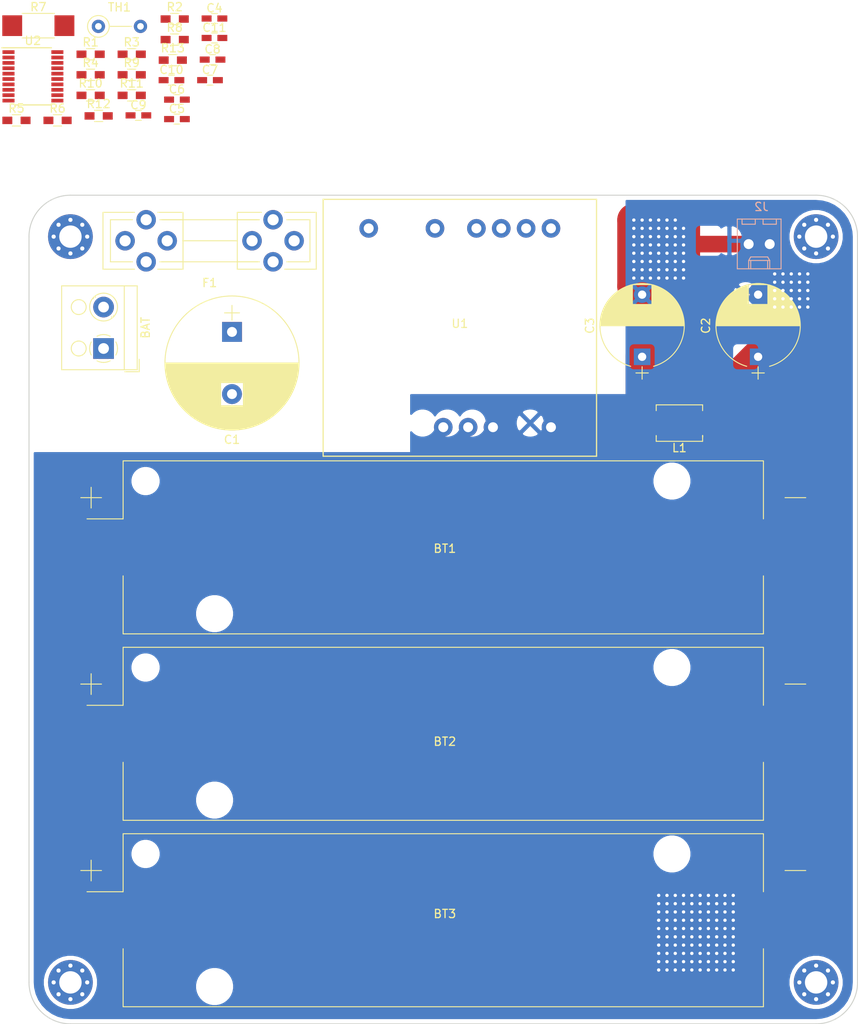
<source format=kicad_pcb>
(kicad_pcb (version 20171130) (host pcbnew 6.0.0-rc1-unknown-a55d981~66~ubuntu18.10.1)

  (general
    (thickness 1.6)
    (drawings 8)
    (tracks 225)
    (zones 0)
    (modules 38)
    (nets 29)
  )

  (page A4)
  (layers
    (0 F.Cu signal)
    (31 B.Cu signal)
    (32 B.Adhes user)
    (33 F.Adhes user)
    (34 B.Paste user)
    (35 F.Paste user)
    (36 B.SilkS user)
    (37 F.SilkS user)
    (38 B.Mask user)
    (39 F.Mask user)
    (40 Dwgs.User user)
    (41 Cmts.User user)
    (42 Eco1.User user)
    (43 Eco2.User user)
    (44 Edge.Cuts user)
    (45 Margin user)
    (46 B.CrtYd user)
    (47 F.CrtYd user)
    (48 B.Fab user)
    (49 F.Fab user hide)
  )

  (setup
    (last_trace_width 2)
    (user_trace_width 1)
    (user_trace_width 2)
    (trace_clearance 0.2)
    (zone_clearance 0.508)
    (zone_45_only no)
    (trace_min 0.2)
    (via_size 0.8)
    (via_drill 0.4)
    (via_min_size 0.4)
    (via_min_drill 0.3)
    (uvia_size 0.3)
    (uvia_drill 0.1)
    (uvias_allowed no)
    (uvia_min_size 0.2)
    (uvia_min_drill 0.1)
    (edge_width 0.05)
    (segment_width 0.2)
    (pcb_text_width 0.3)
    (pcb_text_size 1.5 1.5)
    (mod_edge_width 0.12)
    (mod_text_size 1 1)
    (mod_text_width 0.15)
    (pad_size 1.524 1.524)
    (pad_drill 0.762)
    (pad_to_mask_clearance 0.051)
    (solder_mask_min_width 0.25)
    (aux_axis_origin 0 0)
    (visible_elements FFFFFF7F)
    (pcbplotparams
      (layerselection 0x010fc_ffffffff)
      (usegerberextensions false)
      (usegerberattributes false)
      (usegerberadvancedattributes false)
      (creategerberjobfile false)
      (excludeedgelayer true)
      (linewidth 0.100000)
      (plotframeref false)
      (viasonmask false)
      (mode 1)
      (useauxorigin false)
      (hpglpennumber 1)
      (hpglpenspeed 20)
      (hpglpendiameter 15.000000)
      (psnegative false)
      (psa4output false)
      (plotreference true)
      (plotvalue true)
      (plotinvisibletext false)
      (padsonsilk false)
      (subtractmaskfromsilk false)
      (outputformat 1)
      (mirror false)
      (drillshape 1)
      (scaleselection 1)
      (outputdirectory ""))
  )

  (net 0 "")
  (net 1 "Net-(BT1-Pad2)")
  (net 2 +12V)
  (net 3 "Net-(BT2-Pad2)")
  (net 4 GND)
  (net 5 "Net-(C1-Pad2)")
  (net 6 "Net-(C1-Pad1)")
  (net 7 "Net-(C2-Pad1)")
  (net 8 "Net-(J3-Pad1)")
  (net 9 "Net-(J4-Pad1)")
  (net 10 "Net-(J5-Pad1)")
  (net 11 "Net-(J6-Pad1)")
  (net 12 "Net-(F1-Pad2)")
  (net 13 GNDREF)
  (net 14 "Net-(C4-Pad1)")
  (net 15 "Net-(C5-Pad1)")
  (net 16 "Net-(C6-Pad1)")
  (net 17 "Net-(C7-Pad1)")
  (net 18 "Net-(C10-Pad1)")
  (net 19 "Net-(C9-Pad1)")
  (net 20 "Net-(C10-Pad2)")
  (net 21 "Net-(Q1-Pad1)")
  (net 22 "Net-(R8-Pad1)")
  (net 23 "Net-(R8-Pad2)")
  (net 24 "Net-(Q1-Pad4)")
  (net 25 "Net-(R10-Pad2)")
  (net 26 "Net-(Q2-Pad4)")
  (net 27 "Net-(R11-Pad2)")
  (net 28 "Net-(R13-Pad2)")

  (net_class Default "This is the default net class."
    (clearance 0.2)
    (trace_width 0.25)
    (via_dia 0.8)
    (via_drill 0.4)
    (uvia_dia 0.3)
    (uvia_drill 0.1)
    (add_net +12V)
    (add_net GND)
    (add_net GNDREF)
    (add_net "Net-(BT1-Pad2)")
    (add_net "Net-(BT2-Pad2)")
    (add_net "Net-(C1-Pad1)")
    (add_net "Net-(C1-Pad2)")
    (add_net "Net-(C10-Pad1)")
    (add_net "Net-(C10-Pad2)")
    (add_net "Net-(C2-Pad1)")
    (add_net "Net-(C4-Pad1)")
    (add_net "Net-(C5-Pad1)")
    (add_net "Net-(C6-Pad1)")
    (add_net "Net-(C7-Pad1)")
    (add_net "Net-(C9-Pad1)")
    (add_net "Net-(F1-Pad2)")
    (add_net "Net-(J3-Pad1)")
    (add_net "Net-(J4-Pad1)")
    (add_net "Net-(J5-Pad1)")
    (add_net "Net-(J6-Pad1)")
    (add_net "Net-(Q1-Pad1)")
    (add_net "Net-(Q1-Pad4)")
    (add_net "Net-(Q2-Pad4)")
    (add_net "Net-(R10-Pad2)")
    (add_net "Net-(R11-Pad2)")
    (add_net "Net-(R13-Pad2)")
    (add_net "Net-(R8-Pad1)")
    (add_net "Net-(R8-Pad2)")
  )

  (module Fuse_Holders_and_Fuses:Fuseholder5x20_horiz_open_universal_Type-III (layer F.Cu) (tedit 0) (tstamp 5C51C9BE)
    (at 32 5.5 180)
    (descr "Fuseholder, 5x20, open, horizontal, Type-III, universal, inline, lateral,")
    (tags "Fuseholder 5x20 open horizontal Type-III universal inline lateral Sicherungshalter offen ")
    (path /5C536A4A)
    (fp_text reference F1 (at 10.2 -5.08 180) (layer F.SilkS)
      (effects (font (size 1 1) (thickness 0.15)))
    )
    (fp_text value Fuse (at 12.74 6.35 180) (layer F.Fab)
      (effects (font (size 1 1) (thickness 0.15)))
    )
    (fp_line (start 23.3 3.96) (end -2.85 3.96) (layer F.CrtYd) (width 0.05))
    (fp_line (start 23.3 3.96) (end 23.3 -3.96) (layer F.CrtYd) (width 0.05))
    (fp_line (start -2.85 -3.96) (end -2.85 3.96) (layer F.CrtYd) (width 0.05))
    (fp_line (start -2.85 -3.96) (end 23.3 -3.96) (layer F.CrtYd) (width 0.05))
    (fp_line (start 13.41 2.54) (end 13.41 0) (layer F.SilkS) (width 0.12))
    (fp_line (start 22.17 -2.54) (end 22.17 2.54) (layer F.SilkS) (width 0.12))
    (fp_line (start 13.41 0) (end 13.41 -2.54) (layer F.SilkS) (width 0.12))
    (fp_line (start 6.86 2.54) (end 6.86 0) (layer F.SilkS) (width 0.12))
    (fp_line (start -1.91 -2.54) (end -1.91 2.54) (layer F.SilkS) (width 0.12))
    (fp_line (start 6.86 0) (end 6.86 -2.54) (layer F.SilkS) (width 0.12))
    (fp_line (start 4.36 -2.54) (end 15.91 -2.54) (layer F.SilkS) (width 0.12))
    (fp_line (start 15.91 2.54) (end 4.23 2.54) (layer F.SilkS) (width 0.12))
    (fp_line (start 6.86 -3.43) (end 6.86 -2.41) (layer F.SilkS) (width 0.12))
    (fp_line (start 6.86 3.43) (end 6.86 2.54) (layer F.SilkS) (width 0.12))
    (fp_line (start -2.67 -3.43) (end -2.67 3.43) (layer F.SilkS) (width 0.12))
    (fp_line (start 13.41 -3.43) (end 13.41 -2.54) (layer F.SilkS) (width 0.12))
    (fp_line (start 13.41 3.43) (end 13.41 2.54) (layer F.SilkS) (width 0.12))
    (fp_line (start 23.07 -3.43) (end 23.07 3.43) (layer F.SilkS) (width 0.12))
    (fp_line (start 22.18 -2.54) (end 19.51 -2.54) (layer F.SilkS) (width 0.12))
    (fp_line (start 23.07 -3.43) (end 19.26 -3.43) (layer F.SilkS) (width 0.12))
    (fp_line (start 22.18 2.54) (end 19.51 2.54) (layer F.SilkS) (width 0.12))
    (fp_line (start 23.07 3.43) (end 19.26 3.43) (layer F.SilkS) (width 0.12))
    (fp_line (start 13.41 3.43) (end 16.46 3.43) (layer F.SilkS) (width 0.12))
    (fp_line (start 13.41 2.54) (end 16.21 2.54) (layer F.SilkS) (width 0.12))
    (fp_line (start 13.41 -2.54) (end 16.21 -2.54) (layer F.SilkS) (width 0.12))
    (fp_line (start 13.41 -3.43) (end 16.46 -3.43) (layer F.SilkS) (width 0.12))
    (fp_line (start 6.86 -2.54) (end 4.19 -2.54) (layer F.SilkS) (width 0.12))
    (fp_line (start 6.86 -3.43) (end 3.94 -3.43) (layer F.SilkS) (width 0.12))
    (fp_line (start -1.9 -2.54) (end 0.89 -2.54) (layer F.SilkS) (width 0.12))
    (fp_line (start -2.67 -3.43) (end 1.14 -3.43) (layer F.SilkS) (width 0.12))
    (fp_line (start 6.86 2.54) (end 4.19 2.54) (layer F.SilkS) (width 0.12))
    (fp_line (start -1.9 2.54) (end 0.89 2.54) (layer F.SilkS) (width 0.12))
    (fp_line (start -2.67 3.43) (end 1.14 3.43) (layer F.SilkS) (width 0.12))
    (fp_line (start 6.86 3.43) (end 3.94 3.43) (layer F.SilkS) (width 0.12))
    (fp_line (start 6.95 0) (end 13.45 0) (layer F.SilkS) (width 0.12))
    (fp_line (start -2.6 3.35) (end -2.6 -3.35) (layer F.Fab) (width 0.1))
    (fp_line (start 6.75 3.35) (end -2.6 3.35) (layer F.Fab) (width 0.1))
    (fp_line (start 6.75 -3.35) (end 6.75 3.35) (layer F.Fab) (width 0.1))
    (fp_line (start -2.6 -3.35) (end 6.75 -3.35) (layer F.Fab) (width 0.1))
    (fp_line (start 23.05 -3.3) (end 13.5 -3.35) (layer F.Fab) (width 0.1))
    (fp_line (start 23.05 3.35) (end 23.05 -3.3) (layer F.Fab) (width 0.1))
    (fp_line (start 13.5 3.35) (end 23.05 3.35) (layer F.Fab) (width 0.1))
    (fp_line (start 13.5 -3.35) (end 13.5 3.35) (layer F.Fab) (width 0.1))
    (fp_line (start -1.9 2.55) (end -1.9 -2.5) (layer F.Fab) (width 0.1))
    (fp_line (start 22.2 2.55) (end -1.9 2.55) (layer F.Fab) (width 0.1))
    (fp_line (start 22.2 -2.55) (end 22.2 2.55) (layer F.Fab) (width 0.1))
    (fp_line (start -1.9 -2.55) (end 22.2 -2.55) (layer F.Fab) (width 0.1))
    (fp_line (start 2.55 0) (end 17.9 0) (layer F.Fab) (width 0.1))
    (pad 1 thru_hole circle (at 2.54 2.54 180) (size 2.35 2.35) (drill 1.35) (layers *.Cu *.Mask)
      (net 6 "Net-(C1-Pad1)"))
    (pad 1 thru_hole circle (at 2.54 -2.54 180) (size 2.35 2.35) (drill 1.35) (layers *.Cu *.Mask)
      (net 6 "Net-(C1-Pad1)"))
    (pad 2 thru_hole circle (at 17.86 2.54 180) (size 2.35 2.35) (drill 1.35) (layers *.Cu *.Mask)
      (net 12 "Net-(F1-Pad2)"))
    (pad 2 thru_hole circle (at 17.86 -2.54 180) (size 2.35 2.35) (drill 1.35) (layers *.Cu *.Mask)
      (net 12 "Net-(F1-Pad2)"))
    (pad 1 thru_hole circle (at 0 0 180) (size 2.35 2.35) (drill 1.35) (layers *.Cu *.Mask)
      (net 6 "Net-(C1-Pad1)"))
    (pad 1 thru_hole circle (at 5.08 0 180) (size 2.35 2.35) (drill 1.35) (layers *.Cu *.Mask)
      (net 6 "Net-(C1-Pad1)"))
    (pad 2 thru_hole circle (at 20.4 0 180) (size 2.35 2.35) (drill 1.35) (layers *.Cu *.Mask)
      (net 12 "Net-(F1-Pad2)"))
    (pad 2 thru_hole circle (at 15.32 0 180) (size 2.35 2.35) (drill 1.35) (layers *.Cu *.Mask)
      (net 12 "Net-(F1-Pad2)"))
  )

  (module TerminalBlock_RND:TerminalBlock_RND_205-00001_Pitch5.00mm (layer F.Cu) (tedit 59E50E05) (tstamp 5C508056)
    (at 9 18.5 90)
    (descr "terminal block RND 205-00001, 2 pins, pitch 05mm, size 10.0x9mm^2, drill diamater 1.3mm, pad diameter 2.5mm, see http://cdn-reichelt.de/documents/datenblatt/C151/RND_205-00001_DB_EN.pdf")
    (tags "THT terminal block RND 205-00001 pitch 05mm size 10.0x9mm^2 drill 1.3mm pad 2.5mm")
    (path /5C5079FF)
    (fp_text reference J1 (at -4 -0.5 180) (layer F.SilkS) hide
      (effects (font (size 1 1) (thickness 0.15)))
    )
    (fp_text value BAT (at 2.5 5.06 90) (layer F.SilkS)
      (effects (font (size 1 1) (thickness 0.15)))
    )
    (fp_arc (start 0 0) (end 0 1.68) (angle -28) (layer F.SilkS) (width 0.12))
    (fp_arc (start 0 0) (end 1.484 0.789) (angle -56) (layer F.SilkS) (width 0.12))
    (fp_arc (start 0 0) (end 0.789 -1.484) (angle -56) (layer F.SilkS) (width 0.12))
    (fp_arc (start 0 0) (end -1.484 -0.789) (angle -56) (layer F.SilkS) (width 0.12))
    (fp_arc (start 0 0) (end -0.789 1.484) (angle -29) (layer F.SilkS) (width 0.12))
    (fp_circle (center 0 0) (end 1.5 0) (layer F.Fab) (width 0.1))
    (fp_circle (center 0 -3) (end 0.9 -3) (layer F.Fab) (width 0.1))
    (fp_circle (center 0 -3) (end 0.9 -3) (layer F.SilkS) (width 0.12))
    (fp_circle (center 5 0) (end 6.5 0) (layer F.Fab) (width 0.1))
    (fp_circle (center 5 0) (end 6.68 0) (layer F.SilkS) (width 0.12))
    (fp_circle (center 5 -3) (end 5.9 -3) (layer F.Fab) (width 0.1))
    (fp_circle (center 5 -3) (end 5.9 -3) (layer F.SilkS) (width 0.12))
    (fp_line (start -2.5 -5) (end 7.5 -5) (layer F.Fab) (width 0.1))
    (fp_line (start 7.5 -5) (end 7.5 4) (layer F.Fab) (width 0.1))
    (fp_line (start 7.5 4) (end -1 4) (layer F.Fab) (width 0.1))
    (fp_line (start -1 4) (end -2.5 2.5) (layer F.Fab) (width 0.1))
    (fp_line (start -2.5 2.5) (end -2.5 -5) (layer F.Fab) (width 0.1))
    (fp_line (start -2.5 2.5) (end 7.5 2.5) (layer F.Fab) (width 0.1))
    (fp_line (start -2.56 2.5) (end 7.56 2.5) (layer F.SilkS) (width 0.12))
    (fp_line (start -2.56 -5.06) (end -2.56 4.06) (layer F.SilkS) (width 0.12))
    (fp_line (start -2.56 4.06) (end 7.56 4.06) (layer F.SilkS) (width 0.12))
    (fp_line (start 7.56 4.06) (end 7.56 -5.06) (layer F.SilkS) (width 0.12))
    (fp_line (start 7.56 -5.06) (end -2.56 -5.06) (layer F.SilkS) (width 0.12))
    (fp_line (start 1.138 -0.955) (end -0.955 1.138) (layer F.Fab) (width 0.1))
    (fp_line (start 0.955 -1.138) (end -1.138 0.955) (layer F.Fab) (width 0.1))
    (fp_line (start 6.138 -0.955) (end 4.046 1.138) (layer F.Fab) (width 0.1))
    (fp_line (start 5.955 -1.138) (end 3.863 0.955) (layer F.Fab) (width 0.1))
    (fp_line (start 6.275 -1.069) (end 6.181 -0.976) (layer F.SilkS) (width 0.12))
    (fp_line (start 3.99 1.216) (end 3.931 1.274) (layer F.SilkS) (width 0.12))
    (fp_line (start 6.07 -1.275) (end 6.011 -1.216) (layer F.SilkS) (width 0.12))
    (fp_line (start 3.82 0.976) (end 3.726 1.069) (layer F.SilkS) (width 0.12))
    (fp_line (start -2.8 2.56) (end -2.8 4.3) (layer F.SilkS) (width 0.12))
    (fp_line (start -2.8 4.3) (end -1.3 4.3) (layer F.SilkS) (width 0.12))
    (fp_line (start -3 -5.5) (end -3 4.5) (layer F.CrtYd) (width 0.05))
    (fp_line (start -3 4.5) (end 8 4.5) (layer F.CrtYd) (width 0.05))
    (fp_line (start 8 4.5) (end 8 -5.5) (layer F.CrtYd) (width 0.05))
    (fp_line (start 8 -5.5) (end -3 -5.5) (layer F.CrtYd) (width 0.05))
    (fp_text user %R (at 2.5 -6.06 90) (layer F.Fab)
      (effects (font (size 1 1) (thickness 0.15)))
    )
    (pad 1 thru_hole rect (at 0 0 90) (size 2.5 2.5) (drill 1.3) (layers *.Cu *.Mask)
      (net 5 "Net-(C1-Pad2)"))
    (pad 2 thru_hole circle (at 5 0 90) (size 2.5 2.5) (drill 1.3) (layers *.Cu *.Mask)
      (net 12 "Net-(F1-Pad2)"))
    (model ${KISYS3DMOD}/Connector_Phoenix_MSTB.3dshapes/PhoenixContact_MSTBVA_2,5_2-G_1x02_P5.00mm_Vertical.wrl
      (at (xyz 0 0 0))
      (scale (xyz 1 1 1))
      (rotate (xyz 0 0 0))
    )
  )

  (module Battery_Holders:Keystone_1042_1x18650 (layer F.Cu) (tedit 5A033499) (tstamp 5C507D23)
    (at 50 42.5)
    (descr "Battery holder for 18650 cylindrical cells http://www.keyelco.com/product.cfm/product_id/918")
    (tags "18650 Keystone 1042 Li-ion")
    (path /5C509124)
    (attr smd)
    (fp_text reference BT1 (at 0.189999 0.144999) (layer F.SilkS)
      (effects (font (size 1 1) (thickness 0.15)))
    )
    (fp_text value Battery_Cell (at 0 11.3) (layer F.Fab)
      (effects (font (size 1 1) (thickness 0.15)))
    )
    (fp_line (start -42.5 -4.75) (end -42.5 -7.25) (layer F.SilkS) (width 0.12))
    (fp_line (start -43.75 -6) (end -41.25 -6) (layer F.SilkS) (width 0.12))
    (fp_line (start -39.03 3.68) (end -43.5 3.68) (layer F.CrtYd) (width 0.05))
    (fp_line (start -43.5 3.68) (end -43.5 -3.68) (layer F.CrtYd) (width 0.05))
    (fp_line (start -43.5 -3.68) (end -39.03 -3.68) (layer F.CrtYd) (width 0.05))
    (fp_line (start 43.5 -3.68) (end 39.03 -3.68) (layer F.CrtYd) (width 0.05))
    (fp_line (start 39.03 3.68) (end 43.5 3.68) (layer F.CrtYd) (width 0.05))
    (fp_line (start -39.03 -10.83) (end -39.03 -3.68) (layer F.CrtYd) (width 0.05))
    (fp_line (start -39.03 10.83) (end -39.03 3.68) (layer F.CrtYd) (width 0.05))
    (fp_line (start 39.03 -10.83) (end 39.03 -3.68) (layer F.CrtYd) (width 0.05))
    (fp_line (start -39.03 -10.83) (end 39.03 -10.83) (layer F.CrtYd) (width 0.05))
    (fp_line (start -39.03 10.83) (end 39.03 10.83) (layer F.CrtYd) (width 0.05))
    (fp_line (start 38.53 -10.33) (end 38.53 10.33) (layer F.Fab) (width 0.1))
    (fp_line (start -33.3675 -10.33) (end 38.53 -10.33) (layer F.Fab) (width 0.1))
    (fp_line (start 43.75 -6) (end 41.25 -6) (layer F.SilkS) (width 0.12))
    (fp_line (start -38.53 -5.1675) (end -38.53 10.33) (layer F.Fab) (width 0.1))
    (fp_line (start -38.53 10.33) (end 38.53 10.33) (layer F.Fab) (width 0.1))
    (fp_line (start 38.64 -3.44) (end 38.64 -10.42) (layer F.SilkS) (width 0.12))
    (fp_line (start 38.64 -10.44) (end -38.64 -10.44) (layer F.SilkS) (width 0.12))
    (fp_line (start -38.64 -10.44) (end -38.64 -3.44) (layer F.SilkS) (width 0.12))
    (fp_line (start 38.64 3.44) (end 38.64 10.44) (layer F.SilkS) (width 0.12))
    (fp_line (start 38.64 10.44) (end -38.64 10.44) (layer F.SilkS) (width 0.12))
    (fp_line (start -38.64 10.44) (end -38.64 3.44) (layer F.SilkS) (width 0.12))
    (fp_text user %R (at 0 0) (layer F.Fab)
      (effects (font (size 1 1) (thickness 0.15)))
    )
    (fp_line (start 39.03 10.83) (end 39.03 3.68) (layer F.CrtYd) (width 0.05))
    (fp_line (start 43.5 3.68) (end 43.5 -3.68) (layer F.CrtYd) (width 0.05))
    (fp_line (start -38.64 -3.44) (end -43 -3.44) (layer F.SilkS) (width 0.12))
    (fp_line (start -33.3675 -10.33) (end -38.53 -5.1675) (layer F.Fab) (width 0.1))
    (pad "" np_thru_hole circle (at -35.93 -8) (size 2.39 2.39) (drill 2.39) (layers *.Cu *.Mask))
    (pad "" np_thru_hole circle (at -27.6 8) (size 3.45 3.45) (drill 3.45) (layers *.Cu *.Mask))
    (pad "" np_thru_hole circle (at 27.6 -8) (size 3.45 3.45) (drill 3.45) (layers *.Cu *.Mask))
    (pad 2 smd rect (at 39.33 0) (size 7.34 6.35) (layers F.Cu F.Paste F.Mask)
      (net 1 "Net-(BT1-Pad2)"))
    (pad 1 smd rect (at -39.33 0) (size 7.34 6.35) (layers F.Cu F.Paste F.Mask)
      (net 2 +12V))
    (model ${KIPRJMOD}/ENNOID.pretty/3D/18650.step
      (offset (xyz 32.5 0 9))
      (scale (xyz 1 1 1))
      (rotate (xyz 90 0 -90))
    )
  )

  (module Battery_Holders:Keystone_1042_1x18650 (layer F.Cu) (tedit 5A033499) (tstamp 5C507D48)
    (at 50 65)
    (descr "Battery holder for 18650 cylindrical cells http://www.keyelco.com/product.cfm/product_id/918")
    (tags "18650 Keystone 1042 Li-ion")
    (path /5C509560)
    (attr smd)
    (fp_text reference BT2 (at 0.189999 0.934999) (layer F.SilkS)
      (effects (font (size 1 1) (thickness 0.15)))
    )
    (fp_text value Battery_Cell (at 0 11.3) (layer F.Fab)
      (effects (font (size 1 1) (thickness 0.15)))
    )
    (fp_line (start -33.3675 -10.33) (end -38.53 -5.1675) (layer F.Fab) (width 0.1))
    (fp_line (start -38.64 -3.44) (end -43 -3.44) (layer F.SilkS) (width 0.12))
    (fp_line (start 43.5 3.68) (end 43.5 -3.68) (layer F.CrtYd) (width 0.05))
    (fp_line (start 39.03 10.83) (end 39.03 3.68) (layer F.CrtYd) (width 0.05))
    (fp_text user %R (at 0 0) (layer F.Fab)
      (effects (font (size 1 1) (thickness 0.15)))
    )
    (fp_line (start -38.64 10.44) (end -38.64 3.44) (layer F.SilkS) (width 0.12))
    (fp_line (start 38.64 10.44) (end -38.64 10.44) (layer F.SilkS) (width 0.12))
    (fp_line (start 38.64 3.44) (end 38.64 10.44) (layer F.SilkS) (width 0.12))
    (fp_line (start -38.64 -10.44) (end -38.64 -3.44) (layer F.SilkS) (width 0.12))
    (fp_line (start 38.64 -10.44) (end -38.64 -10.44) (layer F.SilkS) (width 0.12))
    (fp_line (start 38.64 -3.44) (end 38.64 -10.42) (layer F.SilkS) (width 0.12))
    (fp_line (start -38.53 10.33) (end 38.53 10.33) (layer F.Fab) (width 0.1))
    (fp_line (start -38.53 -5.1675) (end -38.53 10.33) (layer F.Fab) (width 0.1))
    (fp_line (start 43.75 -6) (end 41.25 -6) (layer F.SilkS) (width 0.12))
    (fp_line (start -33.3675 -10.33) (end 38.53 -10.33) (layer F.Fab) (width 0.1))
    (fp_line (start 38.53 -10.33) (end 38.53 10.33) (layer F.Fab) (width 0.1))
    (fp_line (start -39.03 10.83) (end 39.03 10.83) (layer F.CrtYd) (width 0.05))
    (fp_line (start -39.03 -10.83) (end 39.03 -10.83) (layer F.CrtYd) (width 0.05))
    (fp_line (start 39.03 -10.83) (end 39.03 -3.68) (layer F.CrtYd) (width 0.05))
    (fp_line (start -39.03 10.83) (end -39.03 3.68) (layer F.CrtYd) (width 0.05))
    (fp_line (start -39.03 -10.83) (end -39.03 -3.68) (layer F.CrtYd) (width 0.05))
    (fp_line (start 39.03 3.68) (end 43.5 3.68) (layer F.CrtYd) (width 0.05))
    (fp_line (start 43.5 -3.68) (end 39.03 -3.68) (layer F.CrtYd) (width 0.05))
    (fp_line (start -43.5 -3.68) (end -39.03 -3.68) (layer F.CrtYd) (width 0.05))
    (fp_line (start -43.5 3.68) (end -43.5 -3.68) (layer F.CrtYd) (width 0.05))
    (fp_line (start -39.03 3.68) (end -43.5 3.68) (layer F.CrtYd) (width 0.05))
    (fp_line (start -43.75 -6) (end -41.25 -6) (layer F.SilkS) (width 0.12))
    (fp_line (start -42.5 -4.75) (end -42.5 -7.25) (layer F.SilkS) (width 0.12))
    (pad 1 smd rect (at -39.33 0) (size 7.34 6.35) (layers F.Cu F.Paste F.Mask)
      (net 1 "Net-(BT1-Pad2)"))
    (pad 2 smd rect (at 39.33 0) (size 7.34 6.35) (layers F.Cu F.Paste F.Mask)
      (net 3 "Net-(BT2-Pad2)"))
    (pad "" np_thru_hole circle (at 27.6 -8) (size 3.45 3.45) (drill 3.45) (layers *.Cu *.Mask))
    (pad "" np_thru_hole circle (at -27.6 8) (size 3.45 3.45) (drill 3.45) (layers *.Cu *.Mask))
    (pad "" np_thru_hole circle (at -35.93 -8) (size 2.39 2.39) (drill 2.39) (layers *.Cu *.Mask))
    (model ${KIPRJMOD}/ENNOID.pretty/3D/18650.step
      (offset (xyz 32.5 0 9))
      (scale (xyz 1 1 1))
      (rotate (xyz 90 0 -90))
    )
  )

  (module Battery_Holders:Keystone_1042_1x18650 (layer F.Cu) (tedit 5A033499) (tstamp 5C507D6D)
    (at 50 87.5)
    (descr "Battery holder for 18650 cylindrical cells http://www.keyelco.com/product.cfm/product_id/918")
    (tags "18650 Keystone 1042 Li-ion")
    (path /5C5098B4)
    (attr smd)
    (fp_text reference BT3 (at 0.189999 -0.775001) (layer F.SilkS)
      (effects (font (size 1 1) (thickness 0.15)))
    )
    (fp_text value Battery_Cell (at 0 11.3) (layer F.Fab)
      (effects (font (size 1 1) (thickness 0.15)))
    )
    (fp_line (start -42.5 -4.75) (end -42.5 -7.25) (layer F.SilkS) (width 0.12))
    (fp_line (start -43.75 -6) (end -41.25 -6) (layer F.SilkS) (width 0.12))
    (fp_line (start -39.03 3.68) (end -43.5 3.68) (layer F.CrtYd) (width 0.05))
    (fp_line (start -43.5 3.68) (end -43.5 -3.68) (layer F.CrtYd) (width 0.05))
    (fp_line (start -43.5 -3.68) (end -39.03 -3.68) (layer F.CrtYd) (width 0.05))
    (fp_line (start 43.5 -3.68) (end 39.03 -3.68) (layer F.CrtYd) (width 0.05))
    (fp_line (start 39.03 3.68) (end 43.5 3.68) (layer F.CrtYd) (width 0.05))
    (fp_line (start -39.03 -10.83) (end -39.03 -3.68) (layer F.CrtYd) (width 0.05))
    (fp_line (start -39.03 10.83) (end -39.03 3.68) (layer F.CrtYd) (width 0.05))
    (fp_line (start 39.03 -10.83) (end 39.03 -3.68) (layer F.CrtYd) (width 0.05))
    (fp_line (start -39.03 -10.83) (end 39.03 -10.83) (layer F.CrtYd) (width 0.05))
    (fp_line (start -39.03 10.83) (end 39.03 10.83) (layer F.CrtYd) (width 0.05))
    (fp_line (start 38.53 -10.33) (end 38.53 10.33) (layer F.Fab) (width 0.1))
    (fp_line (start -33.3675 -10.33) (end 38.53 -10.33) (layer F.Fab) (width 0.1))
    (fp_line (start 43.75 -6) (end 41.25 -6) (layer F.SilkS) (width 0.12))
    (fp_line (start -38.53 -5.1675) (end -38.53 10.33) (layer F.Fab) (width 0.1))
    (fp_line (start -38.53 10.33) (end 38.53 10.33) (layer F.Fab) (width 0.1))
    (fp_line (start 38.64 -3.44) (end 38.64 -10.42) (layer F.SilkS) (width 0.12))
    (fp_line (start 38.64 -10.44) (end -38.64 -10.44) (layer F.SilkS) (width 0.12))
    (fp_line (start -38.64 -10.44) (end -38.64 -3.44) (layer F.SilkS) (width 0.12))
    (fp_line (start 38.64 3.44) (end 38.64 10.44) (layer F.SilkS) (width 0.12))
    (fp_line (start 38.64 10.44) (end -38.64 10.44) (layer F.SilkS) (width 0.12))
    (fp_line (start -38.64 10.44) (end -38.64 3.44) (layer F.SilkS) (width 0.12))
    (fp_text user %R (at 0 0) (layer F.Fab)
      (effects (font (size 1 1) (thickness 0.15)))
    )
    (fp_line (start 39.03 10.83) (end 39.03 3.68) (layer F.CrtYd) (width 0.05))
    (fp_line (start 43.5 3.68) (end 43.5 -3.68) (layer F.CrtYd) (width 0.05))
    (fp_line (start -38.64 -3.44) (end -43 -3.44) (layer F.SilkS) (width 0.12))
    (fp_line (start -33.3675 -10.33) (end -38.53 -5.1675) (layer F.Fab) (width 0.1))
    (pad "" np_thru_hole circle (at -35.93 -8) (size 2.39 2.39) (drill 2.39) (layers *.Cu *.Mask))
    (pad "" np_thru_hole circle (at -27.6 8) (size 3.45 3.45) (drill 3.45) (layers *.Cu *.Mask))
    (pad "" np_thru_hole circle (at 27.6 -8) (size 3.45 3.45) (drill 3.45) (layers *.Cu *.Mask))
    (pad 2 smd rect (at 39.33 0) (size 7.34 6.35) (layers F.Cu F.Paste F.Mask)
      (net 13 GNDREF))
    (pad 1 smd rect (at -39.33 0) (size 7.34 6.35) (layers F.Cu F.Paste F.Mask)
      (net 3 "Net-(BT2-Pad2)"))
    (model ${KIPRJMOD}/ENNOID.pretty/3D/18650.step
      (offset (xyz 32.5 0 9))
      (scale (xyz 1 1 1))
      (rotate (xyz 90 0 -90))
    )
  )

  (module Capacitors_THT:CP_Radial_D16.0mm_P7.50mm (layer F.Cu) (tedit 597BC7C2) (tstamp 5C507E8E)
    (at 24.5 16.5 270)
    (descr "CP, Radial series, Radial, pin pitch=7.50mm, , diameter=16mm, Electrolytic Capacitor")
    (tags "CP Radial series Radial pin pitch 7.50mm  diameter 16mm Electrolytic Capacitor")
    (path /5C50A323)
    (fp_text reference C1 (at 13 0) (layer F.SilkS)
      (effects (font (size 1 1) (thickness 0.15)))
    )
    (fp_text value "33u 450V" (at 3.75 9.31 270) (layer F.Fab)
      (effects (font (size 1 1) (thickness 0.15)))
    )
    (fp_text user %R (at 3.75 0 270) (layer F.Fab)
      (effects (font (size 1 1) (thickness 0.15)))
    )
    (fp_line (start 12.1 -8.35) (end -4.6 -8.35) (layer F.CrtYd) (width 0.05))
    (fp_line (start 12.1 8.35) (end 12.1 -8.35) (layer F.CrtYd) (width 0.05))
    (fp_line (start -4.6 8.35) (end 12.1 8.35) (layer F.CrtYd) (width 0.05))
    (fp_line (start -4.6 -8.35) (end -4.6 8.35) (layer F.CrtYd) (width 0.05))
    (fp_line (start -2.3 -0.9) (end -2.3 0.9) (layer F.SilkS) (width 0.12))
    (fp_line (start -3.2 0) (end -1.4 0) (layer F.SilkS) (width 0.12))
    (fp_line (start 11.831 -0.363) (end 11.831 0.363) (layer F.SilkS) (width 0.12))
    (fp_line (start 11.791 -0.859) (end 11.791 0.859) (layer F.SilkS) (width 0.12))
    (fp_line (start 11.751 -1.164) (end 11.751 1.164) (layer F.SilkS) (width 0.12))
    (fp_line (start 11.711 -1.405) (end 11.711 1.405) (layer F.SilkS) (width 0.12))
    (fp_line (start 11.671 -1.61) (end 11.671 1.61) (layer F.SilkS) (width 0.12))
    (fp_line (start 11.631 -1.792) (end 11.631 1.792) (layer F.SilkS) (width 0.12))
    (fp_line (start 11.591 -1.956) (end 11.591 1.956) (layer F.SilkS) (width 0.12))
    (fp_line (start 11.551 -2.107) (end 11.551 2.107) (layer F.SilkS) (width 0.12))
    (fp_line (start 11.511 -2.248) (end 11.511 2.248) (layer F.SilkS) (width 0.12))
    (fp_line (start 11.471 -2.379) (end 11.471 2.379) (layer F.SilkS) (width 0.12))
    (fp_line (start 11.431 -2.503) (end 11.431 2.503) (layer F.SilkS) (width 0.12))
    (fp_line (start 11.391 -2.621) (end 11.391 2.621) (layer F.SilkS) (width 0.12))
    (fp_line (start 11.351 -2.733) (end 11.351 2.733) (layer F.SilkS) (width 0.12))
    (fp_line (start 11.311 -2.841) (end 11.311 2.841) (layer F.SilkS) (width 0.12))
    (fp_line (start 11.271 -2.943) (end 11.271 2.943) (layer F.SilkS) (width 0.12))
    (fp_line (start 11.231 -3.042) (end 11.231 3.042) (layer F.SilkS) (width 0.12))
    (fp_line (start 11.191 -3.138) (end 11.191 3.138) (layer F.SilkS) (width 0.12))
    (fp_line (start 11.151 -3.23) (end 11.151 3.23) (layer F.SilkS) (width 0.12))
    (fp_line (start 11.111 -3.319) (end 11.111 3.319) (layer F.SilkS) (width 0.12))
    (fp_line (start 11.071 -3.405) (end 11.071 3.405) (layer F.SilkS) (width 0.12))
    (fp_line (start 11.031 -3.489) (end 11.031 3.489) (layer F.SilkS) (width 0.12))
    (fp_line (start 10.991 -3.57) (end 10.991 3.57) (layer F.SilkS) (width 0.12))
    (fp_line (start 10.951 -3.649) (end 10.951 3.649) (layer F.SilkS) (width 0.12))
    (fp_line (start 10.911 -3.726) (end 10.911 3.726) (layer F.SilkS) (width 0.12))
    (fp_line (start 10.871 -3.802) (end 10.871 3.802) (layer F.SilkS) (width 0.12))
    (fp_line (start 10.831 -3.875) (end 10.831 3.875) (layer F.SilkS) (width 0.12))
    (fp_line (start 10.791 -3.946) (end 10.791 3.946) (layer F.SilkS) (width 0.12))
    (fp_line (start 10.751 -4.016) (end 10.751 4.016) (layer F.SilkS) (width 0.12))
    (fp_line (start 10.711 -4.084) (end 10.711 4.084) (layer F.SilkS) (width 0.12))
    (fp_line (start 10.671 -4.151) (end 10.671 4.151) (layer F.SilkS) (width 0.12))
    (fp_line (start 10.631 -4.217) (end 10.631 4.217) (layer F.SilkS) (width 0.12))
    (fp_line (start 10.591 -4.281) (end 10.591 4.281) (layer F.SilkS) (width 0.12))
    (fp_line (start 10.551 -4.343) (end 10.551 4.343) (layer F.SilkS) (width 0.12))
    (fp_line (start 10.511 -4.405) (end 10.511 4.405) (layer F.SilkS) (width 0.12))
    (fp_line (start 10.471 -4.465) (end 10.471 4.465) (layer F.SilkS) (width 0.12))
    (fp_line (start 10.431 -4.524) (end 10.431 4.524) (layer F.SilkS) (width 0.12))
    (fp_line (start 10.391 -4.582) (end 10.391 4.582) (layer F.SilkS) (width 0.12))
    (fp_line (start 10.351 -4.639) (end 10.351 4.639) (layer F.SilkS) (width 0.12))
    (fp_line (start 10.311 -4.695) (end 10.311 4.695) (layer F.SilkS) (width 0.12))
    (fp_line (start 10.271 -4.75) (end 10.271 4.75) (layer F.SilkS) (width 0.12))
    (fp_line (start 10.231 -4.804) (end 10.231 4.804) (layer F.SilkS) (width 0.12))
    (fp_line (start 10.191 -4.857) (end 10.191 4.857) (layer F.SilkS) (width 0.12))
    (fp_line (start 10.151 -4.909) (end 10.151 4.909) (layer F.SilkS) (width 0.12))
    (fp_line (start 10.111 -4.96) (end 10.111 4.96) (layer F.SilkS) (width 0.12))
    (fp_line (start 10.071 -5.011) (end 10.071 5.011) (layer F.SilkS) (width 0.12))
    (fp_line (start 10.031 -5.06) (end 10.031 5.06) (layer F.SilkS) (width 0.12))
    (fp_line (start 9.991 -5.109) (end 9.991 5.109) (layer F.SilkS) (width 0.12))
    (fp_line (start 9.951 -5.157) (end 9.951 5.157) (layer F.SilkS) (width 0.12))
    (fp_line (start 9.911 -5.205) (end 9.911 5.205) (layer F.SilkS) (width 0.12))
    (fp_line (start 9.871 -5.251) (end 9.871 5.251) (layer F.SilkS) (width 0.12))
    (fp_line (start 9.831 -5.297) (end 9.831 5.297) (layer F.SilkS) (width 0.12))
    (fp_line (start 9.791 -5.343) (end 9.791 5.343) (layer F.SilkS) (width 0.12))
    (fp_line (start 9.751 -5.387) (end 9.751 5.387) (layer F.SilkS) (width 0.12))
    (fp_line (start 9.711 -5.431) (end 9.711 5.431) (layer F.SilkS) (width 0.12))
    (fp_line (start 9.671 -5.474) (end 9.671 5.474) (layer F.SilkS) (width 0.12))
    (fp_line (start 9.631 -5.517) (end 9.631 5.517) (layer F.SilkS) (width 0.12))
    (fp_line (start 9.591 -5.559) (end 9.591 5.559) (layer F.SilkS) (width 0.12))
    (fp_line (start 9.551 -5.6) (end 9.551 5.6) (layer F.SilkS) (width 0.12))
    (fp_line (start 9.511 -5.641) (end 9.511 5.641) (layer F.SilkS) (width 0.12))
    (fp_line (start 9.471 -5.681) (end 9.471 5.681) (layer F.SilkS) (width 0.12))
    (fp_line (start 9.431 -5.721) (end 9.431 5.721) (layer F.SilkS) (width 0.12))
    (fp_line (start 9.391 -5.76) (end 9.391 5.76) (layer F.SilkS) (width 0.12))
    (fp_line (start 9.351 -5.799) (end 9.351 5.799) (layer F.SilkS) (width 0.12))
    (fp_line (start 9.311 -5.837) (end 9.311 5.837) (layer F.SilkS) (width 0.12))
    (fp_line (start 9.271 -5.875) (end 9.271 5.875) (layer F.SilkS) (width 0.12))
    (fp_line (start 9.231 -5.912) (end 9.231 5.912) (layer F.SilkS) (width 0.12))
    (fp_line (start 9.191 -5.948) (end 9.191 5.948) (layer F.SilkS) (width 0.12))
    (fp_line (start 9.151 -5.984) (end 9.151 5.984) (layer F.SilkS) (width 0.12))
    (fp_line (start 9.111 -6.02) (end 9.111 6.02) (layer F.SilkS) (width 0.12))
    (fp_line (start 9.071 -6.055) (end 9.071 6.055) (layer F.SilkS) (width 0.12))
    (fp_line (start 9.031 -6.09) (end 9.031 6.09) (layer F.SilkS) (width 0.12))
    (fp_line (start 8.991 -6.124) (end 8.991 6.124) (layer F.SilkS) (width 0.12))
    (fp_line (start 8.951 -6.158) (end 8.951 6.158) (layer F.SilkS) (width 0.12))
    (fp_line (start 8.911 -6.191) (end 8.911 6.191) (layer F.SilkS) (width 0.12))
    (fp_line (start 8.871 1.38) (end 8.871 6.224) (layer F.SilkS) (width 0.12))
    (fp_line (start 8.871 -6.224) (end 8.871 -1.38) (layer F.SilkS) (width 0.12))
    (fp_line (start 8.831 1.38) (end 8.831 6.257) (layer F.SilkS) (width 0.12))
    (fp_line (start 8.831 -6.257) (end 8.831 -1.38) (layer F.SilkS) (width 0.12))
    (fp_line (start 8.791 1.38) (end 8.791 6.289) (layer F.SilkS) (width 0.12))
    (fp_line (start 8.791 -6.289) (end 8.791 -1.38) (layer F.SilkS) (width 0.12))
    (fp_line (start 8.751 1.38) (end 8.751 6.32) (layer F.SilkS) (width 0.12))
    (fp_line (start 8.751 -6.32) (end 8.751 -1.38) (layer F.SilkS) (width 0.12))
    (fp_line (start 8.711 1.38) (end 8.711 6.352) (layer F.SilkS) (width 0.12))
    (fp_line (start 8.711 -6.352) (end 8.711 -1.38) (layer F.SilkS) (width 0.12))
    (fp_line (start 8.671 1.38) (end 8.671 6.382) (layer F.SilkS) (width 0.12))
    (fp_line (start 8.671 -6.382) (end 8.671 -1.38) (layer F.SilkS) (width 0.12))
    (fp_line (start 8.631 1.38) (end 8.631 6.413) (layer F.SilkS) (width 0.12))
    (fp_line (start 8.631 -6.413) (end 8.631 -1.38) (layer F.SilkS) (width 0.12))
    (fp_line (start 8.591 1.38) (end 8.591 6.443) (layer F.SilkS) (width 0.12))
    (fp_line (start 8.591 -6.443) (end 8.591 -1.38) (layer F.SilkS) (width 0.12))
    (fp_line (start 8.551 1.38) (end 8.551 6.473) (layer F.SilkS) (width 0.12))
    (fp_line (start 8.551 -6.473) (end 8.551 -1.38) (layer F.SilkS) (width 0.12))
    (fp_line (start 8.511 1.38) (end 8.511 6.502) (layer F.SilkS) (width 0.12))
    (fp_line (start 8.511 -6.502) (end 8.511 -1.38) (layer F.SilkS) (width 0.12))
    (fp_line (start 8.471 1.38) (end 8.471 6.531) (layer F.SilkS) (width 0.12))
    (fp_line (start 8.471 -6.531) (end 8.471 -1.38) (layer F.SilkS) (width 0.12))
    (fp_line (start 8.431 1.38) (end 8.431 6.559) (layer F.SilkS) (width 0.12))
    (fp_line (start 8.431 -6.559) (end 8.431 -1.38) (layer F.SilkS) (width 0.12))
    (fp_line (start 8.391 1.38) (end 8.391 6.588) (layer F.SilkS) (width 0.12))
    (fp_line (start 8.391 -6.588) (end 8.391 -1.38) (layer F.SilkS) (width 0.12))
    (fp_line (start 8.351 1.38) (end 8.351 6.615) (layer F.SilkS) (width 0.12))
    (fp_line (start 8.351 -6.615) (end 8.351 -1.38) (layer F.SilkS) (width 0.12))
    (fp_line (start 8.311 1.38) (end 8.311 6.643) (layer F.SilkS) (width 0.12))
    (fp_line (start 8.311 -6.643) (end 8.311 -1.38) (layer F.SilkS) (width 0.12))
    (fp_line (start 8.271 1.38) (end 8.271 6.67) (layer F.SilkS) (width 0.12))
    (fp_line (start 8.271 -6.67) (end 8.271 -1.38) (layer F.SilkS) (width 0.12))
    (fp_line (start 8.231 1.38) (end 8.231 6.697) (layer F.SilkS) (width 0.12))
    (fp_line (start 8.231 -6.697) (end 8.231 -1.38) (layer F.SilkS) (width 0.12))
    (fp_line (start 8.191 1.38) (end 8.191 6.723) (layer F.SilkS) (width 0.12))
    (fp_line (start 8.191 -6.723) (end 8.191 -1.38) (layer F.SilkS) (width 0.12))
    (fp_line (start 8.151 1.38) (end 8.151 6.749) (layer F.SilkS) (width 0.12))
    (fp_line (start 8.151 -6.749) (end 8.151 -1.38) (layer F.SilkS) (width 0.12))
    (fp_line (start 8.111 1.38) (end 8.111 6.775) (layer F.SilkS) (width 0.12))
    (fp_line (start 8.111 -6.775) (end 8.111 -1.38) (layer F.SilkS) (width 0.12))
    (fp_line (start 8.071 1.38) (end 8.071 6.801) (layer F.SilkS) (width 0.12))
    (fp_line (start 8.071 -6.801) (end 8.071 -1.38) (layer F.SilkS) (width 0.12))
    (fp_line (start 8.031 1.38) (end 8.031 6.826) (layer F.SilkS) (width 0.12))
    (fp_line (start 8.031 -6.826) (end 8.031 -1.38) (layer F.SilkS) (width 0.12))
    (fp_line (start 7.991 1.38) (end 7.991 6.85) (layer F.SilkS) (width 0.12))
    (fp_line (start 7.991 -6.85) (end 7.991 -1.38) (layer F.SilkS) (width 0.12))
    (fp_line (start 7.951 1.38) (end 7.951 6.875) (layer F.SilkS) (width 0.12))
    (fp_line (start 7.951 -6.875) (end 7.951 -1.38) (layer F.SilkS) (width 0.12))
    (fp_line (start 7.911 1.38) (end 7.911 6.899) (layer F.SilkS) (width 0.12))
    (fp_line (start 7.911 -6.899) (end 7.911 -1.38) (layer F.SilkS) (width 0.12))
    (fp_line (start 7.871 1.38) (end 7.871 6.923) (layer F.SilkS) (width 0.12))
    (fp_line (start 7.871 -6.923) (end 7.871 -1.38) (layer F.SilkS) (width 0.12))
    (fp_line (start 7.831 1.38) (end 7.831 6.946) (layer F.SilkS) (width 0.12))
    (fp_line (start 7.831 -6.946) (end 7.831 -1.38) (layer F.SilkS) (width 0.12))
    (fp_line (start 7.791 1.38) (end 7.791 6.97) (layer F.SilkS) (width 0.12))
    (fp_line (start 7.791 -6.97) (end 7.791 -1.38) (layer F.SilkS) (width 0.12))
    (fp_line (start 7.751 1.38) (end 7.751 6.992) (layer F.SilkS) (width 0.12))
    (fp_line (start 7.751 -6.992) (end 7.751 -1.38) (layer F.SilkS) (width 0.12))
    (fp_line (start 7.711 1.38) (end 7.711 7.015) (layer F.SilkS) (width 0.12))
    (fp_line (start 7.711 -7.015) (end 7.711 -1.38) (layer F.SilkS) (width 0.12))
    (fp_line (start 7.671 1.38) (end 7.671 7.037) (layer F.SilkS) (width 0.12))
    (fp_line (start 7.671 -7.037) (end 7.671 -1.38) (layer F.SilkS) (width 0.12))
    (fp_line (start 7.631 1.38) (end 7.631 7.059) (layer F.SilkS) (width 0.12))
    (fp_line (start 7.631 -7.059) (end 7.631 -1.38) (layer F.SilkS) (width 0.12))
    (fp_line (start 7.591 1.38) (end 7.591 7.081) (layer F.SilkS) (width 0.12))
    (fp_line (start 7.591 -7.081) (end 7.591 -1.38) (layer F.SilkS) (width 0.12))
    (fp_line (start 7.551 1.38) (end 7.551 7.102) (layer F.SilkS) (width 0.12))
    (fp_line (start 7.551 -7.102) (end 7.551 -1.38) (layer F.SilkS) (width 0.12))
    (fp_line (start 7.511 1.38) (end 7.511 7.124) (layer F.SilkS) (width 0.12))
    (fp_line (start 7.511 -7.124) (end 7.511 -1.38) (layer F.SilkS) (width 0.12))
    (fp_line (start 7.471 1.38) (end 7.471 7.144) (layer F.SilkS) (width 0.12))
    (fp_line (start 7.471 -7.144) (end 7.471 -1.38) (layer F.SilkS) (width 0.12))
    (fp_line (start 7.431 1.38) (end 7.431 7.165) (layer F.SilkS) (width 0.12))
    (fp_line (start 7.431 -7.165) (end 7.431 -1.38) (layer F.SilkS) (width 0.12))
    (fp_line (start 7.391 1.38) (end 7.391 7.185) (layer F.SilkS) (width 0.12))
    (fp_line (start 7.391 -7.185) (end 7.391 -1.38) (layer F.SilkS) (width 0.12))
    (fp_line (start 7.351 1.38) (end 7.351 7.205) (layer F.SilkS) (width 0.12))
    (fp_line (start 7.351 -7.205) (end 7.351 -1.38) (layer F.SilkS) (width 0.12))
    (fp_line (start 7.311 1.38) (end 7.311 7.225) (layer F.SilkS) (width 0.12))
    (fp_line (start 7.311 -7.225) (end 7.311 -1.38) (layer F.SilkS) (width 0.12))
    (fp_line (start 7.271 1.38) (end 7.271 7.245) (layer F.SilkS) (width 0.12))
    (fp_line (start 7.271 -7.245) (end 7.271 -1.38) (layer F.SilkS) (width 0.12))
    (fp_line (start 7.231 1.38) (end 7.231 7.264) (layer F.SilkS) (width 0.12))
    (fp_line (start 7.231 -7.264) (end 7.231 -1.38) (layer F.SilkS) (width 0.12))
    (fp_line (start 7.191 1.38) (end 7.191 7.283) (layer F.SilkS) (width 0.12))
    (fp_line (start 7.191 -7.283) (end 7.191 -1.38) (layer F.SilkS) (width 0.12))
    (fp_line (start 7.151 1.38) (end 7.151 7.301) (layer F.SilkS) (width 0.12))
    (fp_line (start 7.151 -7.301) (end 7.151 -1.38) (layer F.SilkS) (width 0.12))
    (fp_line (start 7.111 1.38) (end 7.111 7.32) (layer F.SilkS) (width 0.12))
    (fp_line (start 7.111 -7.32) (end 7.111 -1.38) (layer F.SilkS) (width 0.12))
    (fp_line (start 7.071 1.38) (end 7.071 7.338) (layer F.SilkS) (width 0.12))
    (fp_line (start 7.071 -7.338) (end 7.071 -1.38) (layer F.SilkS) (width 0.12))
    (fp_line (start 7.031 1.38) (end 7.031 7.356) (layer F.SilkS) (width 0.12))
    (fp_line (start 7.031 -7.356) (end 7.031 -1.38) (layer F.SilkS) (width 0.12))
    (fp_line (start 6.991 1.38) (end 6.991 7.373) (layer F.SilkS) (width 0.12))
    (fp_line (start 6.991 -7.373) (end 6.991 -1.38) (layer F.SilkS) (width 0.12))
    (fp_line (start 6.951 1.38) (end 6.951 7.391) (layer F.SilkS) (width 0.12))
    (fp_line (start 6.951 -7.391) (end 6.951 -1.38) (layer F.SilkS) (width 0.12))
    (fp_line (start 6.911 1.38) (end 6.911 7.408) (layer F.SilkS) (width 0.12))
    (fp_line (start 6.911 -7.408) (end 6.911 -1.38) (layer F.SilkS) (width 0.12))
    (fp_line (start 6.871 1.38) (end 6.871 7.425) (layer F.SilkS) (width 0.12))
    (fp_line (start 6.871 -7.425) (end 6.871 -1.38) (layer F.SilkS) (width 0.12))
    (fp_line (start 6.831 1.38) (end 6.831 7.441) (layer F.SilkS) (width 0.12))
    (fp_line (start 6.831 -7.441) (end 6.831 -1.38) (layer F.SilkS) (width 0.12))
    (fp_line (start 6.791 1.38) (end 6.791 7.458) (layer F.SilkS) (width 0.12))
    (fp_line (start 6.791 -7.458) (end 6.791 -1.38) (layer F.SilkS) (width 0.12))
    (fp_line (start 6.751 1.38) (end 6.751 7.474) (layer F.SilkS) (width 0.12))
    (fp_line (start 6.751 -7.474) (end 6.751 -1.38) (layer F.SilkS) (width 0.12))
    (fp_line (start 6.711 1.38) (end 6.711 7.49) (layer F.SilkS) (width 0.12))
    (fp_line (start 6.711 -7.49) (end 6.711 -1.38) (layer F.SilkS) (width 0.12))
    (fp_line (start 6.671 1.38) (end 6.671 7.505) (layer F.SilkS) (width 0.12))
    (fp_line (start 6.671 -7.505) (end 6.671 -1.38) (layer F.SilkS) (width 0.12))
    (fp_line (start 6.631 1.38) (end 6.631 7.521) (layer F.SilkS) (width 0.12))
    (fp_line (start 6.631 -7.521) (end 6.631 -1.38) (layer F.SilkS) (width 0.12))
    (fp_line (start 6.591 1.38) (end 6.591 7.536) (layer F.SilkS) (width 0.12))
    (fp_line (start 6.591 -7.536) (end 6.591 -1.38) (layer F.SilkS) (width 0.12))
    (fp_line (start 6.551 1.38) (end 6.551 7.55) (layer F.SilkS) (width 0.12))
    (fp_line (start 6.551 -7.55) (end 6.551 -1.38) (layer F.SilkS) (width 0.12))
    (fp_line (start 6.511 1.38) (end 6.511 7.565) (layer F.SilkS) (width 0.12))
    (fp_line (start 6.511 -7.565) (end 6.511 -1.38) (layer F.SilkS) (width 0.12))
    (fp_line (start 6.471 1.38) (end 6.471 7.58) (layer F.SilkS) (width 0.12))
    (fp_line (start 6.471 -7.58) (end 6.471 -1.38) (layer F.SilkS) (width 0.12))
    (fp_line (start 6.431 1.38) (end 6.431 7.594) (layer F.SilkS) (width 0.12))
    (fp_line (start 6.431 -7.594) (end 6.431 -1.38) (layer F.SilkS) (width 0.12))
    (fp_line (start 6.391 1.38) (end 6.391 7.608) (layer F.SilkS) (width 0.12))
    (fp_line (start 6.391 -7.608) (end 6.391 -1.38) (layer F.SilkS) (width 0.12))
    (fp_line (start 6.351 1.38) (end 6.351 7.621) (layer F.SilkS) (width 0.12))
    (fp_line (start 6.351 -7.621) (end 6.351 -1.38) (layer F.SilkS) (width 0.12))
    (fp_line (start 6.311 1.38) (end 6.311 7.635) (layer F.SilkS) (width 0.12))
    (fp_line (start 6.311 -7.635) (end 6.311 -1.38) (layer F.SilkS) (width 0.12))
    (fp_line (start 6.271 1.38) (end 6.271 7.648) (layer F.SilkS) (width 0.12))
    (fp_line (start 6.271 -7.648) (end 6.271 -1.38) (layer F.SilkS) (width 0.12))
    (fp_line (start 6.231 1.38) (end 6.231 7.661) (layer F.SilkS) (width 0.12))
    (fp_line (start 6.231 -7.661) (end 6.231 -1.38) (layer F.SilkS) (width 0.12))
    (fp_line (start 6.191 1.38) (end 6.191 7.674) (layer F.SilkS) (width 0.12))
    (fp_line (start 6.191 -7.674) (end 6.191 -1.38) (layer F.SilkS) (width 0.12))
    (fp_line (start 6.151 1.38) (end 6.151 7.686) (layer F.SilkS) (width 0.12))
    (fp_line (start 6.151 -7.686) (end 6.151 -1.38) (layer F.SilkS) (width 0.12))
    (fp_line (start 6.111 -7.699) (end 6.111 7.699) (layer F.SilkS) (width 0.12))
    (fp_line (start 6.071 -7.711) (end 6.071 7.711) (layer F.SilkS) (width 0.12))
    (fp_line (start 6.031 -7.723) (end 6.031 7.723) (layer F.SilkS) (width 0.12))
    (fp_line (start 5.991 -7.734) (end 5.991 7.734) (layer F.SilkS) (width 0.12))
    (fp_line (start 5.951 -7.746) (end 5.951 7.746) (layer F.SilkS) (width 0.12))
    (fp_line (start 5.911 -7.757) (end 5.911 7.757) (layer F.SilkS) (width 0.12))
    (fp_line (start 5.871 -7.768) (end 5.871 7.768) (layer F.SilkS) (width 0.12))
    (fp_line (start 5.831 -7.779) (end 5.831 7.779) (layer F.SilkS) (width 0.12))
    (fp_line (start 5.791 -7.789) (end 5.791 7.789) (layer F.SilkS) (width 0.12))
    (fp_line (start 5.751 -7.799) (end 5.751 7.799) (layer F.SilkS) (width 0.12))
    (fp_line (start 5.711 -7.809) (end 5.711 7.809) (layer F.SilkS) (width 0.12))
    (fp_line (start 5.671 -7.819) (end 5.671 7.819) (layer F.SilkS) (width 0.12))
    (fp_line (start 5.631 -7.829) (end 5.631 7.829) (layer F.SilkS) (width 0.12))
    (fp_line (start 5.591 -7.838) (end 5.591 7.838) (layer F.SilkS) (width 0.12))
    (fp_line (start 5.551 -7.848) (end 5.551 7.848) (layer F.SilkS) (width 0.12))
    (fp_line (start 5.511 -7.857) (end 5.511 7.857) (layer F.SilkS) (width 0.12))
    (fp_line (start 5.471 -7.866) (end 5.471 7.866) (layer F.SilkS) (width 0.12))
    (fp_line (start 5.431 -7.874) (end 5.431 7.874) (layer F.SilkS) (width 0.12))
    (fp_line (start 5.391 -7.883) (end 5.391 7.883) (layer F.SilkS) (width 0.12))
    (fp_line (start 5.351 -7.891) (end 5.351 7.891) (layer F.SilkS) (width 0.12))
    (fp_line (start 5.311 -7.899) (end 5.311 7.899) (layer F.SilkS) (width 0.12))
    (fp_line (start 5.271 -7.906) (end 5.271 7.906) (layer F.SilkS) (width 0.12))
    (fp_line (start 5.231 -7.914) (end 5.231 7.914) (layer F.SilkS) (width 0.12))
    (fp_line (start 5.191 -7.921) (end 5.191 7.921) (layer F.SilkS) (width 0.12))
    (fp_line (start 5.151 -7.928) (end 5.151 7.928) (layer F.SilkS) (width 0.12))
    (fp_line (start 5.111 -7.935) (end 5.111 7.935) (layer F.SilkS) (width 0.12))
    (fp_line (start 5.071 -7.942) (end 5.071 7.942) (layer F.SilkS) (width 0.12))
    (fp_line (start 5.031 -7.949) (end 5.031 7.949) (layer F.SilkS) (width 0.12))
    (fp_line (start 4.991 -7.955) (end 4.991 7.955) (layer F.SilkS) (width 0.12))
    (fp_line (start 4.951 -7.961) (end 4.951 7.961) (layer F.SilkS) (width 0.12))
    (fp_line (start 4.911 -7.967) (end 4.911 7.967) (layer F.SilkS) (width 0.12))
    (fp_line (start 4.871 -7.973) (end 4.871 7.973) (layer F.SilkS) (width 0.12))
    (fp_line (start 4.831 -7.978) (end 4.831 7.978) (layer F.SilkS) (width 0.12))
    (fp_line (start 4.791 -7.983) (end 4.791 7.983) (layer F.SilkS) (width 0.12))
    (fp_line (start 4.751 -7.988) (end 4.751 7.988) (layer F.SilkS) (width 0.12))
    (fp_line (start 4.711 -7.993) (end 4.711 7.993) (layer F.SilkS) (width 0.12))
    (fp_line (start 4.671 -7.998) (end 4.671 7.998) (layer F.SilkS) (width 0.12))
    (fp_line (start 4.631 -8.002) (end 4.631 8.002) (layer F.SilkS) (width 0.12))
    (fp_line (start 4.591 -8.007) (end 4.591 8.007) (layer F.SilkS) (width 0.12))
    (fp_line (start 4.551 -8.011) (end 4.551 8.011) (layer F.SilkS) (width 0.12))
    (fp_line (start 4.511 -8.015) (end 4.511 8.015) (layer F.SilkS) (width 0.12))
    (fp_line (start 4.471 -8.018) (end 4.471 8.018) (layer F.SilkS) (width 0.12))
    (fp_line (start 4.43 -8.022) (end 4.43 8.022) (layer F.SilkS) (width 0.12))
    (fp_line (start 4.39 -8.025) (end 4.39 8.025) (layer F.SilkS) (width 0.12))
    (fp_line (start 4.35 -8.028) (end 4.35 8.028) (layer F.SilkS) (width 0.12))
    (fp_line (start 4.31 -8.031) (end 4.31 8.031) (layer F.SilkS) (width 0.12))
    (fp_line (start 4.27 -8.034) (end 4.27 8.034) (layer F.SilkS) (width 0.12))
    (fp_line (start 4.23 -8.036) (end 4.23 8.036) (layer F.SilkS) (width 0.12))
    (fp_line (start 4.19 -8.039) (end 4.19 8.039) (layer F.SilkS) (width 0.12))
    (fp_line (start 4.15 -8.041) (end 4.15 8.041) (layer F.SilkS) (width 0.12))
    (fp_line (start 4.11 -8.042) (end 4.11 8.042) (layer F.SilkS) (width 0.12))
    (fp_line (start 4.07 -8.044) (end 4.07 8.044) (layer F.SilkS) (width 0.12))
    (fp_line (start 4.03 -8.046) (end 4.03 8.046) (layer F.SilkS) (width 0.12))
    (fp_line (start 3.99 -8.047) (end 3.99 8.047) (layer F.SilkS) (width 0.12))
    (fp_line (start 3.95 -8.048) (end 3.95 8.048) (layer F.SilkS) (width 0.12))
    (fp_line (start 3.91 -8.049) (end 3.91 8.049) (layer F.SilkS) (width 0.12))
    (fp_line (start 3.87 -8.05) (end 3.87 8.05) (layer F.SilkS) (width 0.12))
    (fp_line (start 3.83 -8.05) (end 3.83 8.05) (layer F.SilkS) (width 0.12))
    (fp_line (start 3.79 -8.05) (end 3.79 8.05) (layer F.SilkS) (width 0.12))
    (fp_line (start 3.75 -8.051) (end 3.75 8.051) (layer F.SilkS) (width 0.12))
    (fp_line (start -2.3 -0.9) (end -2.3 0.9) (layer F.Fab) (width 0.1))
    (fp_line (start -3.2 0) (end -1.4 0) (layer F.Fab) (width 0.1))
    (fp_circle (center 3.75 0) (end 11.84 0) (layer F.SilkS) (width 0.12))
    (fp_circle (center 3.75 0) (end 11.75 0) (layer F.Fab) (width 0.1))
    (pad 2 thru_hole circle (at 7.5 0 270) (size 2.4 2.4) (drill 1.2) (layers *.Cu *.Mask)
      (net 5 "Net-(C1-Pad2)"))
    (pad 1 thru_hole rect (at 0 0 270) (size 2.4 2.4) (drill 1.2) (layers *.Cu *.Mask)
      (net 6 "Net-(C1-Pad1)"))
    (model ${KISYS3DMOD}/Capacitor_THT.3dshapes/CP_Radial_D16.0mm_P7.50mm.wrl
      (at (xyz 0 0 0))
      (scale (xyz 1 1 1))
      (rotate (xyz 0 0 0))
    )
  )

  (module Capacitors_THT:CP_Radial_D10.0mm_P7.50mm (layer F.Cu) (tedit 597BC7C2) (tstamp 5C507F5C)
    (at 88 19.5 90)
    (descr "CP, Radial series, Radial, pin pitch=7.50mm, , diameter=10mm, Electrolytic Capacitor")
    (tags "CP Radial series Radial pin pitch 7.50mm  diameter 10mm Electrolytic Capacitor")
    (path /5C50C059)
    (fp_text reference C2 (at 3.75 -6.31 90) (layer F.SilkS)
      (effects (font (size 1 1) (thickness 0.15)))
    )
    (fp_text value "220u 35V" (at 3.75 6.31 90) (layer F.Fab)
      (effects (font (size 1 1) (thickness 0.15)))
    )
    (fp_text user %R (at 3.75 0 90) (layer F.Fab)
      (effects (font (size 1 1) (thickness 0.15)))
    )
    (fp_line (start 9.1 -5.35) (end -1.6 -5.35) (layer F.CrtYd) (width 0.05))
    (fp_line (start 9.1 5.35) (end 9.1 -5.35) (layer F.CrtYd) (width 0.05))
    (fp_line (start -1.6 5.35) (end 9.1 5.35) (layer F.CrtYd) (width 0.05))
    (fp_line (start -1.6 -5.35) (end -1.6 5.35) (layer F.CrtYd) (width 0.05))
    (fp_line (start -1.95 -0.75) (end -1.95 0.75) (layer F.SilkS) (width 0.12))
    (fp_line (start -2.7 0) (end -1.2 0) (layer F.SilkS) (width 0.12))
    (fp_line (start 8.831 -0.279) (end 8.831 0.279) (layer F.SilkS) (width 0.12))
    (fp_line (start 8.791 -0.672) (end 8.791 0.672) (layer F.SilkS) (width 0.12))
    (fp_line (start 8.751 -0.913) (end 8.751 0.913) (layer F.SilkS) (width 0.12))
    (fp_line (start 8.711 -1.104) (end 8.711 1.104) (layer F.SilkS) (width 0.12))
    (fp_line (start 8.671 1.181) (end 8.671 1.265) (layer F.SilkS) (width 0.12))
    (fp_line (start 8.671 -1.265) (end 8.671 -1.181) (layer F.SilkS) (width 0.12))
    (fp_line (start 8.631 1.181) (end 8.631 1.407) (layer F.SilkS) (width 0.12))
    (fp_line (start 8.631 -1.407) (end 8.631 -1.181) (layer F.SilkS) (width 0.12))
    (fp_line (start 8.591 1.181) (end 8.591 1.536) (layer F.SilkS) (width 0.12))
    (fp_line (start 8.591 -1.536) (end 8.591 -1.181) (layer F.SilkS) (width 0.12))
    (fp_line (start 8.551 1.181) (end 8.551 1.654) (layer F.SilkS) (width 0.12))
    (fp_line (start 8.551 -1.654) (end 8.551 -1.181) (layer F.SilkS) (width 0.12))
    (fp_line (start 8.511 1.181) (end 8.511 1.763) (layer F.SilkS) (width 0.12))
    (fp_line (start 8.511 -1.763) (end 8.511 -1.181) (layer F.SilkS) (width 0.12))
    (fp_line (start 8.471 1.181) (end 8.471 1.866) (layer F.SilkS) (width 0.12))
    (fp_line (start 8.471 -1.866) (end 8.471 -1.181) (layer F.SilkS) (width 0.12))
    (fp_line (start 8.431 1.181) (end 8.431 1.962) (layer F.SilkS) (width 0.12))
    (fp_line (start 8.431 -1.962) (end 8.431 -1.181) (layer F.SilkS) (width 0.12))
    (fp_line (start 8.391 1.181) (end 8.391 2.053) (layer F.SilkS) (width 0.12))
    (fp_line (start 8.391 -2.053) (end 8.391 -1.181) (layer F.SilkS) (width 0.12))
    (fp_line (start 8.351 1.181) (end 8.351 2.14) (layer F.SilkS) (width 0.12))
    (fp_line (start 8.351 -2.14) (end 8.351 -1.181) (layer F.SilkS) (width 0.12))
    (fp_line (start 8.311 1.181) (end 8.311 2.222) (layer F.SilkS) (width 0.12))
    (fp_line (start 8.311 -2.222) (end 8.311 -1.181) (layer F.SilkS) (width 0.12))
    (fp_line (start 8.271 1.181) (end 8.271 2.301) (layer F.SilkS) (width 0.12))
    (fp_line (start 8.271 -2.301) (end 8.271 -1.181) (layer F.SilkS) (width 0.12))
    (fp_line (start 8.231 1.181) (end 8.231 2.377) (layer F.SilkS) (width 0.12))
    (fp_line (start 8.231 -2.377) (end 8.231 -1.181) (layer F.SilkS) (width 0.12))
    (fp_line (start 8.191 1.181) (end 8.191 2.449) (layer F.SilkS) (width 0.12))
    (fp_line (start 8.191 -2.449) (end 8.191 -1.181) (layer F.SilkS) (width 0.12))
    (fp_line (start 8.151 1.181) (end 8.151 2.519) (layer F.SilkS) (width 0.12))
    (fp_line (start 8.151 -2.519) (end 8.151 -1.181) (layer F.SilkS) (width 0.12))
    (fp_line (start 8.111 1.181) (end 8.111 2.587) (layer F.SilkS) (width 0.12))
    (fp_line (start 8.111 -2.587) (end 8.111 -1.181) (layer F.SilkS) (width 0.12))
    (fp_line (start 8.071 1.181) (end 8.071 2.652) (layer F.SilkS) (width 0.12))
    (fp_line (start 8.071 -2.652) (end 8.071 -1.181) (layer F.SilkS) (width 0.12))
    (fp_line (start 8.031 1.181) (end 8.031 2.715) (layer F.SilkS) (width 0.12))
    (fp_line (start 8.031 -2.715) (end 8.031 -1.181) (layer F.SilkS) (width 0.12))
    (fp_line (start 7.991 1.181) (end 7.991 2.777) (layer F.SilkS) (width 0.12))
    (fp_line (start 7.991 -2.777) (end 7.991 -1.181) (layer F.SilkS) (width 0.12))
    (fp_line (start 7.951 1.181) (end 7.951 2.836) (layer F.SilkS) (width 0.12))
    (fp_line (start 7.951 -2.836) (end 7.951 -1.181) (layer F.SilkS) (width 0.12))
    (fp_line (start 7.911 1.181) (end 7.911 2.894) (layer F.SilkS) (width 0.12))
    (fp_line (start 7.911 -2.894) (end 7.911 -1.181) (layer F.SilkS) (width 0.12))
    (fp_line (start 7.871 1.181) (end 7.871 2.949) (layer F.SilkS) (width 0.12))
    (fp_line (start 7.871 -2.949) (end 7.871 -1.181) (layer F.SilkS) (width 0.12))
    (fp_line (start 7.831 1.181) (end 7.831 3.004) (layer F.SilkS) (width 0.12))
    (fp_line (start 7.831 -3.004) (end 7.831 -1.181) (layer F.SilkS) (width 0.12))
    (fp_line (start 7.791 1.181) (end 7.791 3.057) (layer F.SilkS) (width 0.12))
    (fp_line (start 7.791 -3.057) (end 7.791 -1.181) (layer F.SilkS) (width 0.12))
    (fp_line (start 7.751 1.181) (end 7.751 3.108) (layer F.SilkS) (width 0.12))
    (fp_line (start 7.751 -3.108) (end 7.751 -1.181) (layer F.SilkS) (width 0.12))
    (fp_line (start 7.711 1.181) (end 7.711 3.158) (layer F.SilkS) (width 0.12))
    (fp_line (start 7.711 -3.158) (end 7.711 -1.181) (layer F.SilkS) (width 0.12))
    (fp_line (start 7.671 1.181) (end 7.671 3.207) (layer F.SilkS) (width 0.12))
    (fp_line (start 7.671 -3.207) (end 7.671 -1.181) (layer F.SilkS) (width 0.12))
    (fp_line (start 7.631 1.181) (end 7.631 3.255) (layer F.SilkS) (width 0.12))
    (fp_line (start 7.631 -3.255) (end 7.631 -1.181) (layer F.SilkS) (width 0.12))
    (fp_line (start 7.591 1.181) (end 7.591 3.302) (layer F.SilkS) (width 0.12))
    (fp_line (start 7.591 -3.302) (end 7.591 -1.181) (layer F.SilkS) (width 0.12))
    (fp_line (start 7.551 1.181) (end 7.551 3.347) (layer F.SilkS) (width 0.12))
    (fp_line (start 7.551 -3.347) (end 7.551 -1.181) (layer F.SilkS) (width 0.12))
    (fp_line (start 7.511 1.181) (end 7.511 3.391) (layer F.SilkS) (width 0.12))
    (fp_line (start 7.511 -3.391) (end 7.511 -1.181) (layer F.SilkS) (width 0.12))
    (fp_line (start 7.471 1.181) (end 7.471 3.435) (layer F.SilkS) (width 0.12))
    (fp_line (start 7.471 -3.435) (end 7.471 -1.181) (layer F.SilkS) (width 0.12))
    (fp_line (start 7.431 1.181) (end 7.431 3.477) (layer F.SilkS) (width 0.12))
    (fp_line (start 7.431 -3.477) (end 7.431 -1.181) (layer F.SilkS) (width 0.12))
    (fp_line (start 7.391 1.181) (end 7.391 3.518) (layer F.SilkS) (width 0.12))
    (fp_line (start 7.391 -3.518) (end 7.391 -1.181) (layer F.SilkS) (width 0.12))
    (fp_line (start 7.351 1.181) (end 7.351 3.559) (layer F.SilkS) (width 0.12))
    (fp_line (start 7.351 -3.559) (end 7.351 -1.181) (layer F.SilkS) (width 0.12))
    (fp_line (start 7.311 1.181) (end 7.311 3.598) (layer F.SilkS) (width 0.12))
    (fp_line (start 7.311 -3.598) (end 7.311 -1.181) (layer F.SilkS) (width 0.12))
    (fp_line (start 7.271 1.181) (end 7.271 3.637) (layer F.SilkS) (width 0.12))
    (fp_line (start 7.271 -3.637) (end 7.271 -1.181) (layer F.SilkS) (width 0.12))
    (fp_line (start 7.231 1.181) (end 7.231 3.675) (layer F.SilkS) (width 0.12))
    (fp_line (start 7.231 -3.675) (end 7.231 -1.181) (layer F.SilkS) (width 0.12))
    (fp_line (start 7.191 1.181) (end 7.191 3.712) (layer F.SilkS) (width 0.12))
    (fp_line (start 7.191 -3.712) (end 7.191 -1.181) (layer F.SilkS) (width 0.12))
    (fp_line (start 7.151 1.181) (end 7.151 3.748) (layer F.SilkS) (width 0.12))
    (fp_line (start 7.151 -3.748) (end 7.151 -1.181) (layer F.SilkS) (width 0.12))
    (fp_line (start 7.111 1.181) (end 7.111 3.784) (layer F.SilkS) (width 0.12))
    (fp_line (start 7.111 -3.784) (end 7.111 -1.181) (layer F.SilkS) (width 0.12))
    (fp_line (start 7.071 1.181) (end 7.071 3.819) (layer F.SilkS) (width 0.12))
    (fp_line (start 7.071 -3.819) (end 7.071 -1.181) (layer F.SilkS) (width 0.12))
    (fp_line (start 7.031 1.181) (end 7.031 3.853) (layer F.SilkS) (width 0.12))
    (fp_line (start 7.031 -3.853) (end 7.031 -1.181) (layer F.SilkS) (width 0.12))
    (fp_line (start 6.991 1.181) (end 6.991 3.886) (layer F.SilkS) (width 0.12))
    (fp_line (start 6.991 -3.886) (end 6.991 -1.181) (layer F.SilkS) (width 0.12))
    (fp_line (start 6.951 1.181) (end 6.951 3.919) (layer F.SilkS) (width 0.12))
    (fp_line (start 6.951 -3.919) (end 6.951 -1.181) (layer F.SilkS) (width 0.12))
    (fp_line (start 6.911 1.181) (end 6.911 3.951) (layer F.SilkS) (width 0.12))
    (fp_line (start 6.911 -3.951) (end 6.911 -1.181) (layer F.SilkS) (width 0.12))
    (fp_line (start 6.871 1.181) (end 6.871 3.982) (layer F.SilkS) (width 0.12))
    (fp_line (start 6.871 -3.982) (end 6.871 -1.181) (layer F.SilkS) (width 0.12))
    (fp_line (start 6.831 1.181) (end 6.831 4.013) (layer F.SilkS) (width 0.12))
    (fp_line (start 6.831 -4.013) (end 6.831 -1.181) (layer F.SilkS) (width 0.12))
    (fp_line (start 6.791 1.181) (end 6.791 4.043) (layer F.SilkS) (width 0.12))
    (fp_line (start 6.791 -4.043) (end 6.791 -1.181) (layer F.SilkS) (width 0.12))
    (fp_line (start 6.751 1.181) (end 6.751 4.072) (layer F.SilkS) (width 0.12))
    (fp_line (start 6.751 -4.072) (end 6.751 -1.181) (layer F.SilkS) (width 0.12))
    (fp_line (start 6.711 1.181) (end 6.711 4.101) (layer F.SilkS) (width 0.12))
    (fp_line (start 6.711 -4.101) (end 6.711 -1.181) (layer F.SilkS) (width 0.12))
    (fp_line (start 6.671 1.181) (end 6.671 4.13) (layer F.SilkS) (width 0.12))
    (fp_line (start 6.671 -4.13) (end 6.671 -1.181) (layer F.SilkS) (width 0.12))
    (fp_line (start 6.631 1.181) (end 6.631 4.157) (layer F.SilkS) (width 0.12))
    (fp_line (start 6.631 -4.157) (end 6.631 -1.181) (layer F.SilkS) (width 0.12))
    (fp_line (start 6.591 1.181) (end 6.591 4.185) (layer F.SilkS) (width 0.12))
    (fp_line (start 6.591 -4.185) (end 6.591 -1.181) (layer F.SilkS) (width 0.12))
    (fp_line (start 6.551 1.181) (end 6.551 4.211) (layer F.SilkS) (width 0.12))
    (fp_line (start 6.551 -4.211) (end 6.551 -1.181) (layer F.SilkS) (width 0.12))
    (fp_line (start 6.511 1.181) (end 6.511 4.237) (layer F.SilkS) (width 0.12))
    (fp_line (start 6.511 -4.237) (end 6.511 -1.181) (layer F.SilkS) (width 0.12))
    (fp_line (start 6.471 1.181) (end 6.471 4.263) (layer F.SilkS) (width 0.12))
    (fp_line (start 6.471 -4.263) (end 6.471 -1.181) (layer F.SilkS) (width 0.12))
    (fp_line (start 6.431 1.181) (end 6.431 4.288) (layer F.SilkS) (width 0.12))
    (fp_line (start 6.431 -4.288) (end 6.431 -1.181) (layer F.SilkS) (width 0.12))
    (fp_line (start 6.391 1.181) (end 6.391 4.312) (layer F.SilkS) (width 0.12))
    (fp_line (start 6.391 -4.312) (end 6.391 -1.181) (layer F.SilkS) (width 0.12))
    (fp_line (start 6.351 1.181) (end 6.351 4.336) (layer F.SilkS) (width 0.12))
    (fp_line (start 6.351 -4.336) (end 6.351 -1.181) (layer F.SilkS) (width 0.12))
    (fp_line (start 6.311 -4.36) (end 6.311 4.36) (layer F.SilkS) (width 0.12))
    (fp_line (start 6.271 -4.383) (end 6.271 4.383) (layer F.SilkS) (width 0.12))
    (fp_line (start 6.231 -4.405) (end 6.231 4.405) (layer F.SilkS) (width 0.12))
    (fp_line (start 6.191 -4.428) (end 6.191 4.428) (layer F.SilkS) (width 0.12))
    (fp_line (start 6.151 -4.449) (end 6.151 4.449) (layer F.SilkS) (width 0.12))
    (fp_line (start 6.111 -4.47) (end 6.111 4.47) (layer F.SilkS) (width 0.12))
    (fp_line (start 6.071 -4.491) (end 6.071 4.491) (layer F.SilkS) (width 0.12))
    (fp_line (start 6.031 -4.511) (end 6.031 4.511) (layer F.SilkS) (width 0.12))
    (fp_line (start 5.991 -4.531) (end 5.991 4.531) (layer F.SilkS) (width 0.12))
    (fp_line (start 5.951 -4.55) (end 5.951 4.55) (layer F.SilkS) (width 0.12))
    (fp_line (start 5.911 -4.569) (end 5.911 4.569) (layer F.SilkS) (width 0.12))
    (fp_line (start 5.871 -4.588) (end 5.871 4.588) (layer F.SilkS) (width 0.12))
    (fp_line (start 5.831 -4.606) (end 5.831 4.606) (layer F.SilkS) (width 0.12))
    (fp_line (start 5.791 -4.624) (end 5.791 4.624) (layer F.SilkS) (width 0.12))
    (fp_line (start 5.751 -4.641) (end 5.751 4.641) (layer F.SilkS) (width 0.12))
    (fp_line (start 5.711 -4.658) (end 5.711 4.658) (layer F.SilkS) (width 0.12))
    (fp_line (start 5.671 -4.674) (end 5.671 4.674) (layer F.SilkS) (width 0.12))
    (fp_line (start 5.631 -4.691) (end 5.631 4.691) (layer F.SilkS) (width 0.12))
    (fp_line (start 5.591 -4.706) (end 5.591 4.706) (layer F.SilkS) (width 0.12))
    (fp_line (start 5.551 -4.722) (end 5.551 4.722) (layer F.SilkS) (width 0.12))
    (fp_line (start 5.511 -4.737) (end 5.511 4.737) (layer F.SilkS) (width 0.12))
    (fp_line (start 5.471 -4.751) (end 5.471 4.751) (layer F.SilkS) (width 0.12))
    (fp_line (start 5.431 -4.765) (end 5.431 4.765) (layer F.SilkS) (width 0.12))
    (fp_line (start 5.391 -4.779) (end 5.391 4.779) (layer F.SilkS) (width 0.12))
    (fp_line (start 5.351 -4.792) (end 5.351 4.792) (layer F.SilkS) (width 0.12))
    (fp_line (start 5.311 -4.806) (end 5.311 4.806) (layer F.SilkS) (width 0.12))
    (fp_line (start 5.271 -4.818) (end 5.271 4.818) (layer F.SilkS) (width 0.12))
    (fp_line (start 5.231 -4.831) (end 5.231 4.831) (layer F.SilkS) (width 0.12))
    (fp_line (start 5.191 -4.843) (end 5.191 4.843) (layer F.SilkS) (width 0.12))
    (fp_line (start 5.151 -4.854) (end 5.151 4.854) (layer F.SilkS) (width 0.12))
    (fp_line (start 5.111 -4.865) (end 5.111 4.865) (layer F.SilkS) (width 0.12))
    (fp_line (start 5.071 -4.876) (end 5.071 4.876) (layer F.SilkS) (width 0.12))
    (fp_line (start 5.031 -4.887) (end 5.031 4.887) (layer F.SilkS) (width 0.12))
    (fp_line (start 4.991 -4.897) (end 4.991 4.897) (layer F.SilkS) (width 0.12))
    (fp_line (start 4.951 -4.907) (end 4.951 4.907) (layer F.SilkS) (width 0.12))
    (fp_line (start 4.911 -4.917) (end 4.911 4.917) (layer F.SilkS) (width 0.12))
    (fp_line (start 4.871 -4.926) (end 4.871 4.926) (layer F.SilkS) (width 0.12))
    (fp_line (start 4.831 -4.935) (end 4.831 4.935) (layer F.SilkS) (width 0.12))
    (fp_line (start 4.791 -4.943) (end 4.791 4.943) (layer F.SilkS) (width 0.12))
    (fp_line (start 4.751 -4.951) (end 4.751 4.951) (layer F.SilkS) (width 0.12))
    (fp_line (start 4.711 -4.959) (end 4.711 4.959) (layer F.SilkS) (width 0.12))
    (fp_line (start 4.671 -4.967) (end 4.671 4.967) (layer F.SilkS) (width 0.12))
    (fp_line (start 4.631 -4.974) (end 4.631 4.974) (layer F.SilkS) (width 0.12))
    (fp_line (start 4.591 -4.981) (end 4.591 4.981) (layer F.SilkS) (width 0.12))
    (fp_line (start 4.551 -4.987) (end 4.551 4.987) (layer F.SilkS) (width 0.12))
    (fp_line (start 4.511 -4.993) (end 4.511 4.993) (layer F.SilkS) (width 0.12))
    (fp_line (start 4.471 -4.999) (end 4.471 4.999) (layer F.SilkS) (width 0.12))
    (fp_line (start 4.43 -5.005) (end 4.43 5.005) (layer F.SilkS) (width 0.12))
    (fp_line (start 4.39 -5.01) (end 4.39 5.01) (layer F.SilkS) (width 0.12))
    (fp_line (start 4.35 -5.015) (end 4.35 5.015) (layer F.SilkS) (width 0.12))
    (fp_line (start 4.31 -5.02) (end 4.31 5.02) (layer F.SilkS) (width 0.12))
    (fp_line (start 4.27 -5.024) (end 4.27 5.024) (layer F.SilkS) (width 0.12))
    (fp_line (start 4.23 -5.028) (end 4.23 5.028) (layer F.SilkS) (width 0.12))
    (fp_line (start 4.19 -5.031) (end 4.19 5.031) (layer F.SilkS) (width 0.12))
    (fp_line (start 4.15 -5.035) (end 4.15 5.035) (layer F.SilkS) (width 0.12))
    (fp_line (start 4.11 -5.038) (end 4.11 5.038) (layer F.SilkS) (width 0.12))
    (fp_line (start 4.07 -5.04) (end 4.07 5.04) (layer F.SilkS) (width 0.12))
    (fp_line (start 4.03 -5.043) (end 4.03 5.043) (layer F.SilkS) (width 0.12))
    (fp_line (start 3.99 -5.045) (end 3.99 5.045) (layer F.SilkS) (width 0.12))
    (fp_line (start 3.95 -5.047) (end 3.95 5.047) (layer F.SilkS) (width 0.12))
    (fp_line (start 3.91 -5.048) (end 3.91 5.048) (layer F.SilkS) (width 0.12))
    (fp_line (start 3.87 -5.049) (end 3.87 5.049) (layer F.SilkS) (width 0.12))
    (fp_line (start 3.83 -5.05) (end 3.83 5.05) (layer F.SilkS) (width 0.12))
    (fp_line (start 3.79 -5.05) (end 3.79 5.05) (layer F.SilkS) (width 0.12))
    (fp_line (start 3.75 -5.05) (end 3.75 5.05) (layer F.SilkS) (width 0.12))
    (fp_line (start -1.95 -0.75) (end -1.95 0.75) (layer F.Fab) (width 0.1))
    (fp_line (start -2.7 0) (end -1.2 0) (layer F.Fab) (width 0.1))
    (fp_circle (center 3.75 0) (end 8.75 0) (layer F.Fab) (width 0.1))
    (fp_arc (start 3.75 0) (end 8.649357 -1.38) (angle 31.5) (layer F.SilkS) (width 0.12))
    (fp_arc (start 3.75 0) (end -1.149357 1.38) (angle -148.5) (layer F.SilkS) (width 0.12))
    (fp_arc (start 3.75 0) (end -1.149357 -1.38) (angle 148.5) (layer F.SilkS) (width 0.12))
    (pad 2 thru_hole circle (at 7.5 0 90) (size 2 2) (drill 1) (layers *.Cu *.Mask)
      (net 4 GND))
    (pad 1 thru_hole rect (at 0 0 90) (size 2 2) (drill 1) (layers *.Cu *.Mask)
      (net 7 "Net-(C2-Pad1)"))
    (model ${KISYS3DMOD}/Capacitor_THT.3dshapes/CP_Radial_D10.0mm_P7.50mm.wrl
      (at (xyz 0 0 0))
      (scale (xyz 1 1 1))
      (rotate (xyz 0 0 0))
    )
  )

  (module Capacitors_THT:CP_Radial_D10.0mm_P7.50mm (layer F.Cu) (tedit 597BC7C2) (tstamp 5C50802A)
    (at 74 19.5 90)
    (descr "CP, Radial series, Radial, pin pitch=7.50mm, , diameter=10mm, Electrolytic Capacitor")
    (tags "CP Radial series Radial pin pitch 7.50mm  diameter 10mm Electrolytic Capacitor")
    (path /5C51ABC5)
    (fp_text reference C3 (at 3.75 -6.31 90) (layer F.SilkS)
      (effects (font (size 1 1) (thickness 0.15)))
    )
    (fp_text value "100u 35V" (at 3.75 6.31 90) (layer F.Fab)
      (effects (font (size 1 1) (thickness 0.15)))
    )
    (fp_arc (start 3.75 0) (end -1.149357 -1.38) (angle 148.5) (layer F.SilkS) (width 0.12))
    (fp_arc (start 3.75 0) (end -1.149357 1.38) (angle -148.5) (layer F.SilkS) (width 0.12))
    (fp_arc (start 3.75 0) (end 8.649357 -1.38) (angle 31.5) (layer F.SilkS) (width 0.12))
    (fp_circle (center 3.75 0) (end 8.75 0) (layer F.Fab) (width 0.1))
    (fp_line (start -2.7 0) (end -1.2 0) (layer F.Fab) (width 0.1))
    (fp_line (start -1.95 -0.75) (end -1.95 0.75) (layer F.Fab) (width 0.1))
    (fp_line (start 3.75 -5.05) (end 3.75 5.05) (layer F.SilkS) (width 0.12))
    (fp_line (start 3.79 -5.05) (end 3.79 5.05) (layer F.SilkS) (width 0.12))
    (fp_line (start 3.83 -5.05) (end 3.83 5.05) (layer F.SilkS) (width 0.12))
    (fp_line (start 3.87 -5.049) (end 3.87 5.049) (layer F.SilkS) (width 0.12))
    (fp_line (start 3.91 -5.048) (end 3.91 5.048) (layer F.SilkS) (width 0.12))
    (fp_line (start 3.95 -5.047) (end 3.95 5.047) (layer F.SilkS) (width 0.12))
    (fp_line (start 3.99 -5.045) (end 3.99 5.045) (layer F.SilkS) (width 0.12))
    (fp_line (start 4.03 -5.043) (end 4.03 5.043) (layer F.SilkS) (width 0.12))
    (fp_line (start 4.07 -5.04) (end 4.07 5.04) (layer F.SilkS) (width 0.12))
    (fp_line (start 4.11 -5.038) (end 4.11 5.038) (layer F.SilkS) (width 0.12))
    (fp_line (start 4.15 -5.035) (end 4.15 5.035) (layer F.SilkS) (width 0.12))
    (fp_line (start 4.19 -5.031) (end 4.19 5.031) (layer F.SilkS) (width 0.12))
    (fp_line (start 4.23 -5.028) (end 4.23 5.028) (layer F.SilkS) (width 0.12))
    (fp_line (start 4.27 -5.024) (end 4.27 5.024) (layer F.SilkS) (width 0.12))
    (fp_line (start 4.31 -5.02) (end 4.31 5.02) (layer F.SilkS) (width 0.12))
    (fp_line (start 4.35 -5.015) (end 4.35 5.015) (layer F.SilkS) (width 0.12))
    (fp_line (start 4.39 -5.01) (end 4.39 5.01) (layer F.SilkS) (width 0.12))
    (fp_line (start 4.43 -5.005) (end 4.43 5.005) (layer F.SilkS) (width 0.12))
    (fp_line (start 4.471 -4.999) (end 4.471 4.999) (layer F.SilkS) (width 0.12))
    (fp_line (start 4.511 -4.993) (end 4.511 4.993) (layer F.SilkS) (width 0.12))
    (fp_line (start 4.551 -4.987) (end 4.551 4.987) (layer F.SilkS) (width 0.12))
    (fp_line (start 4.591 -4.981) (end 4.591 4.981) (layer F.SilkS) (width 0.12))
    (fp_line (start 4.631 -4.974) (end 4.631 4.974) (layer F.SilkS) (width 0.12))
    (fp_line (start 4.671 -4.967) (end 4.671 4.967) (layer F.SilkS) (width 0.12))
    (fp_line (start 4.711 -4.959) (end 4.711 4.959) (layer F.SilkS) (width 0.12))
    (fp_line (start 4.751 -4.951) (end 4.751 4.951) (layer F.SilkS) (width 0.12))
    (fp_line (start 4.791 -4.943) (end 4.791 4.943) (layer F.SilkS) (width 0.12))
    (fp_line (start 4.831 -4.935) (end 4.831 4.935) (layer F.SilkS) (width 0.12))
    (fp_line (start 4.871 -4.926) (end 4.871 4.926) (layer F.SilkS) (width 0.12))
    (fp_line (start 4.911 -4.917) (end 4.911 4.917) (layer F.SilkS) (width 0.12))
    (fp_line (start 4.951 -4.907) (end 4.951 4.907) (layer F.SilkS) (width 0.12))
    (fp_line (start 4.991 -4.897) (end 4.991 4.897) (layer F.SilkS) (width 0.12))
    (fp_line (start 5.031 -4.887) (end 5.031 4.887) (layer F.SilkS) (width 0.12))
    (fp_line (start 5.071 -4.876) (end 5.071 4.876) (layer F.SilkS) (width 0.12))
    (fp_line (start 5.111 -4.865) (end 5.111 4.865) (layer F.SilkS) (width 0.12))
    (fp_line (start 5.151 -4.854) (end 5.151 4.854) (layer F.SilkS) (width 0.12))
    (fp_line (start 5.191 -4.843) (end 5.191 4.843) (layer F.SilkS) (width 0.12))
    (fp_line (start 5.231 -4.831) (end 5.231 4.831) (layer F.SilkS) (width 0.12))
    (fp_line (start 5.271 -4.818) (end 5.271 4.818) (layer F.SilkS) (width 0.12))
    (fp_line (start 5.311 -4.806) (end 5.311 4.806) (layer F.SilkS) (width 0.12))
    (fp_line (start 5.351 -4.792) (end 5.351 4.792) (layer F.SilkS) (width 0.12))
    (fp_line (start 5.391 -4.779) (end 5.391 4.779) (layer F.SilkS) (width 0.12))
    (fp_line (start 5.431 -4.765) (end 5.431 4.765) (layer F.SilkS) (width 0.12))
    (fp_line (start 5.471 -4.751) (end 5.471 4.751) (layer F.SilkS) (width 0.12))
    (fp_line (start 5.511 -4.737) (end 5.511 4.737) (layer F.SilkS) (width 0.12))
    (fp_line (start 5.551 -4.722) (end 5.551 4.722) (layer F.SilkS) (width 0.12))
    (fp_line (start 5.591 -4.706) (end 5.591 4.706) (layer F.SilkS) (width 0.12))
    (fp_line (start 5.631 -4.691) (end 5.631 4.691) (layer F.SilkS) (width 0.12))
    (fp_line (start 5.671 -4.674) (end 5.671 4.674) (layer F.SilkS) (width 0.12))
    (fp_line (start 5.711 -4.658) (end 5.711 4.658) (layer F.SilkS) (width 0.12))
    (fp_line (start 5.751 -4.641) (end 5.751 4.641) (layer F.SilkS) (width 0.12))
    (fp_line (start 5.791 -4.624) (end 5.791 4.624) (layer F.SilkS) (width 0.12))
    (fp_line (start 5.831 -4.606) (end 5.831 4.606) (layer F.SilkS) (width 0.12))
    (fp_line (start 5.871 -4.588) (end 5.871 4.588) (layer F.SilkS) (width 0.12))
    (fp_line (start 5.911 -4.569) (end 5.911 4.569) (layer F.SilkS) (width 0.12))
    (fp_line (start 5.951 -4.55) (end 5.951 4.55) (layer F.SilkS) (width 0.12))
    (fp_line (start 5.991 -4.531) (end 5.991 4.531) (layer F.SilkS) (width 0.12))
    (fp_line (start 6.031 -4.511) (end 6.031 4.511) (layer F.SilkS) (width 0.12))
    (fp_line (start 6.071 -4.491) (end 6.071 4.491) (layer F.SilkS) (width 0.12))
    (fp_line (start 6.111 -4.47) (end 6.111 4.47) (layer F.SilkS) (width 0.12))
    (fp_line (start 6.151 -4.449) (end 6.151 4.449) (layer F.SilkS) (width 0.12))
    (fp_line (start 6.191 -4.428) (end 6.191 4.428) (layer F.SilkS) (width 0.12))
    (fp_line (start 6.231 -4.405) (end 6.231 4.405) (layer F.SilkS) (width 0.12))
    (fp_line (start 6.271 -4.383) (end 6.271 4.383) (layer F.SilkS) (width 0.12))
    (fp_line (start 6.311 -4.36) (end 6.311 4.36) (layer F.SilkS) (width 0.12))
    (fp_line (start 6.351 -4.336) (end 6.351 -1.181) (layer F.SilkS) (width 0.12))
    (fp_line (start 6.351 1.181) (end 6.351 4.336) (layer F.SilkS) (width 0.12))
    (fp_line (start 6.391 -4.312) (end 6.391 -1.181) (layer F.SilkS) (width 0.12))
    (fp_line (start 6.391 1.181) (end 6.391 4.312) (layer F.SilkS) (width 0.12))
    (fp_line (start 6.431 -4.288) (end 6.431 -1.181) (layer F.SilkS) (width 0.12))
    (fp_line (start 6.431 1.181) (end 6.431 4.288) (layer F.SilkS) (width 0.12))
    (fp_line (start 6.471 -4.263) (end 6.471 -1.181) (layer F.SilkS) (width 0.12))
    (fp_line (start 6.471 1.181) (end 6.471 4.263) (layer F.SilkS) (width 0.12))
    (fp_line (start 6.511 -4.237) (end 6.511 -1.181) (layer F.SilkS) (width 0.12))
    (fp_line (start 6.511 1.181) (end 6.511 4.237) (layer F.SilkS) (width 0.12))
    (fp_line (start 6.551 -4.211) (end 6.551 -1.181) (layer F.SilkS) (width 0.12))
    (fp_line (start 6.551 1.181) (end 6.551 4.211) (layer F.SilkS) (width 0.12))
    (fp_line (start 6.591 -4.185) (end 6.591 -1.181) (layer F.SilkS) (width 0.12))
    (fp_line (start 6.591 1.181) (end 6.591 4.185) (layer F.SilkS) (width 0.12))
    (fp_line (start 6.631 -4.157) (end 6.631 -1.181) (layer F.SilkS) (width 0.12))
    (fp_line (start 6.631 1.181) (end 6.631 4.157) (layer F.SilkS) (width 0.12))
    (fp_line (start 6.671 -4.13) (end 6.671 -1.181) (layer F.SilkS) (width 0.12))
    (fp_line (start 6.671 1.181) (end 6.671 4.13) (layer F.SilkS) (width 0.12))
    (fp_line (start 6.711 -4.101) (end 6.711 -1.181) (layer F.SilkS) (width 0.12))
    (fp_line (start 6.711 1.181) (end 6.711 4.101) (layer F.SilkS) (width 0.12))
    (fp_line (start 6.751 -4.072) (end 6.751 -1.181) (layer F.SilkS) (width 0.12))
    (fp_line (start 6.751 1.181) (end 6.751 4.072) (layer F.SilkS) (width 0.12))
    (fp_line (start 6.791 -4.043) (end 6.791 -1.181) (layer F.SilkS) (width 0.12))
    (fp_line (start 6.791 1.181) (end 6.791 4.043) (layer F.SilkS) (width 0.12))
    (fp_line (start 6.831 -4.013) (end 6.831 -1.181) (layer F.SilkS) (width 0.12))
    (fp_line (start 6.831 1.181) (end 6.831 4.013) (layer F.SilkS) (width 0.12))
    (fp_line (start 6.871 -3.982) (end 6.871 -1.181) (layer F.SilkS) (width 0.12))
    (fp_line (start 6.871 1.181) (end 6.871 3.982) (layer F.SilkS) (width 0.12))
    (fp_line (start 6.911 -3.951) (end 6.911 -1.181) (layer F.SilkS) (width 0.12))
    (fp_line (start 6.911 1.181) (end 6.911 3.951) (layer F.SilkS) (width 0.12))
    (fp_line (start 6.951 -3.919) (end 6.951 -1.181) (layer F.SilkS) (width 0.12))
    (fp_line (start 6.951 1.181) (end 6.951 3.919) (layer F.SilkS) (width 0.12))
    (fp_line (start 6.991 -3.886) (end 6.991 -1.181) (layer F.SilkS) (width 0.12))
    (fp_line (start 6.991 1.181) (end 6.991 3.886) (layer F.SilkS) (width 0.12))
    (fp_line (start 7.031 -3.853) (end 7.031 -1.181) (layer F.SilkS) (width 0.12))
    (fp_line (start 7.031 1.181) (end 7.031 3.853) (layer F.SilkS) (width 0.12))
    (fp_line (start 7.071 -3.819) (end 7.071 -1.181) (layer F.SilkS) (width 0.12))
    (fp_line (start 7.071 1.181) (end 7.071 3.819) (layer F.SilkS) (width 0.12))
    (fp_line (start 7.111 -3.784) (end 7.111 -1.181) (layer F.SilkS) (width 0.12))
    (fp_line (start 7.111 1.181) (end 7.111 3.784) (layer F.SilkS) (width 0.12))
    (fp_line (start 7.151 -3.748) (end 7.151 -1.181) (layer F.SilkS) (width 0.12))
    (fp_line (start 7.151 1.181) (end 7.151 3.748) (layer F.SilkS) (width 0.12))
    (fp_line (start 7.191 -3.712) (end 7.191 -1.181) (layer F.SilkS) (width 0.12))
    (fp_line (start 7.191 1.181) (end 7.191 3.712) (layer F.SilkS) (width 0.12))
    (fp_line (start 7.231 -3.675) (end 7.231 -1.181) (layer F.SilkS) (width 0.12))
    (fp_line (start 7.231 1.181) (end 7.231 3.675) (layer F.SilkS) (width 0.12))
    (fp_line (start 7.271 -3.637) (end 7.271 -1.181) (layer F.SilkS) (width 0.12))
    (fp_line (start 7.271 1.181) (end 7.271 3.637) (layer F.SilkS) (width 0.12))
    (fp_line (start 7.311 -3.598) (end 7.311 -1.181) (layer F.SilkS) (width 0.12))
    (fp_line (start 7.311 1.181) (end 7.311 3.598) (layer F.SilkS) (width 0.12))
    (fp_line (start 7.351 -3.559) (end 7.351 -1.181) (layer F.SilkS) (width 0.12))
    (fp_line (start 7.351 1.181) (end 7.351 3.559) (layer F.SilkS) (width 0.12))
    (fp_line (start 7.391 -3.518) (end 7.391 -1.181) (layer F.SilkS) (width 0.12))
    (fp_line (start 7.391 1.181) (end 7.391 3.518) (layer F.SilkS) (width 0.12))
    (fp_line (start 7.431 -3.477) (end 7.431 -1.181) (layer F.SilkS) (width 0.12))
    (fp_line (start 7.431 1.181) (end 7.431 3.477) (layer F.SilkS) (width 0.12))
    (fp_line (start 7.471 -3.435) (end 7.471 -1.181) (layer F.SilkS) (width 0.12))
    (fp_line (start 7.471 1.181) (end 7.471 3.435) (layer F.SilkS) (width 0.12))
    (fp_line (start 7.511 -3.391) (end 7.511 -1.181) (layer F.SilkS) (width 0.12))
    (fp_line (start 7.511 1.181) (end 7.511 3.391) (layer F.SilkS) (width 0.12))
    (fp_line (start 7.551 -3.347) (end 7.551 -1.181) (layer F.SilkS) (width 0.12))
    (fp_line (start 7.551 1.181) (end 7.551 3.347) (layer F.SilkS) (width 0.12))
    (fp_line (start 7.591 -3.302) (end 7.591 -1.181) (layer F.SilkS) (width 0.12))
    (fp_line (start 7.591 1.181) (end 7.591 3.302) (layer F.SilkS) (width 0.12))
    (fp_line (start 7.631 -3.255) (end 7.631 -1.181) (layer F.SilkS) (width 0.12))
    (fp_line (start 7.631 1.181) (end 7.631 3.255) (layer F.SilkS) (width 0.12))
    (fp_line (start 7.671 -3.207) (end 7.671 -1.181) (layer F.SilkS) (width 0.12))
    (fp_line (start 7.671 1.181) (end 7.671 3.207) (layer F.SilkS) (width 0.12))
    (fp_line (start 7.711 -3.158) (end 7.711 -1.181) (layer F.SilkS) (width 0.12))
    (fp_line (start 7.711 1.181) (end 7.711 3.158) (layer F.SilkS) (width 0.12))
    (fp_line (start 7.751 -3.108) (end 7.751 -1.181) (layer F.SilkS) (width 0.12))
    (fp_line (start 7.751 1.181) (end 7.751 3.108) (layer F.SilkS) (width 0.12))
    (fp_line (start 7.791 -3.057) (end 7.791 -1.181) (layer F.SilkS) (width 0.12))
    (fp_line (start 7.791 1.181) (end 7.791 3.057) (layer F.SilkS) (width 0.12))
    (fp_line (start 7.831 -3.004) (end 7.831 -1.181) (layer F.SilkS) (width 0.12))
    (fp_line (start 7.831 1.181) (end 7.831 3.004) (layer F.SilkS) (width 0.12))
    (fp_line (start 7.871 -2.949) (end 7.871 -1.181) (layer F.SilkS) (width 0.12))
    (fp_line (start 7.871 1.181) (end 7.871 2.949) (layer F.SilkS) (width 0.12))
    (fp_line (start 7.911 -2.894) (end 7.911 -1.181) (layer F.SilkS) (width 0.12))
    (fp_line (start 7.911 1.181) (end 7.911 2.894) (layer F.SilkS) (width 0.12))
    (fp_line (start 7.951 -2.836) (end 7.951 -1.181) (layer F.SilkS) (width 0.12))
    (fp_line (start 7.951 1.181) (end 7.951 2.836) (layer F.SilkS) (width 0.12))
    (fp_line (start 7.991 -2.777) (end 7.991 -1.181) (layer F.SilkS) (width 0.12))
    (fp_line (start 7.991 1.181) (end 7.991 2.777) (layer F.SilkS) (width 0.12))
    (fp_line (start 8.031 -2.715) (end 8.031 -1.181) (layer F.SilkS) (width 0.12))
    (fp_line (start 8.031 1.181) (end 8.031 2.715) (layer F.SilkS) (width 0.12))
    (fp_line (start 8.071 -2.652) (end 8.071 -1.181) (layer F.SilkS) (width 0.12))
    (fp_line (start 8.071 1.181) (end 8.071 2.652) (layer F.SilkS) (width 0.12))
    (fp_line (start 8.111 -2.587) (end 8.111 -1.181) (layer F.SilkS) (width 0.12))
    (fp_line (start 8.111 1.181) (end 8.111 2.587) (layer F.SilkS) (width 0.12))
    (fp_line (start 8.151 -2.519) (end 8.151 -1.181) (layer F.SilkS) (width 0.12))
    (fp_line (start 8.151 1.181) (end 8.151 2.519) (layer F.SilkS) (width 0.12))
    (fp_line (start 8.191 -2.449) (end 8.191 -1.181) (layer F.SilkS) (width 0.12))
    (fp_line (start 8.191 1.181) (end 8.191 2.449) (layer F.SilkS) (width 0.12))
    (fp_line (start 8.231 -2.377) (end 8.231 -1.181) (layer F.SilkS) (width 0.12))
    (fp_line (start 8.231 1.181) (end 8.231 2.377) (layer F.SilkS) (width 0.12))
    (fp_line (start 8.271 -2.301) (end 8.271 -1.181) (layer F.SilkS) (width 0.12))
    (fp_line (start 8.271 1.181) (end 8.271 2.301) (layer F.SilkS) (width 0.12))
    (fp_line (start 8.311 -2.222) (end 8.311 -1.181) (layer F.SilkS) (width 0.12))
    (fp_line (start 8.311 1.181) (end 8.311 2.222) (layer F.SilkS) (width 0.12))
    (fp_line (start 8.351 -2.14) (end 8.351 -1.181) (layer F.SilkS) (width 0.12))
    (fp_line (start 8.351 1.181) (end 8.351 2.14) (layer F.SilkS) (width 0.12))
    (fp_line (start 8.391 -2.053) (end 8.391 -1.181) (layer F.SilkS) (width 0.12))
    (fp_line (start 8.391 1.181) (end 8.391 2.053) (layer F.SilkS) (width 0.12))
    (fp_line (start 8.431 -1.962) (end 8.431 -1.181) (layer F.SilkS) (width 0.12))
    (fp_line (start 8.431 1.181) (end 8.431 1.962) (layer F.SilkS) (width 0.12))
    (fp_line (start 8.471 -1.866) (end 8.471 -1.181) (layer F.SilkS) (width 0.12))
    (fp_line (start 8.471 1.181) (end 8.471 1.866) (layer F.SilkS) (width 0.12))
    (fp_line (start 8.511 -1.763) (end 8.511 -1.181) (layer F.SilkS) (width 0.12))
    (fp_line (start 8.511 1.181) (end 8.511 1.763) (layer F.SilkS) (width 0.12))
    (fp_line (start 8.551 -1.654) (end 8.551 -1.181) (layer F.SilkS) (width 0.12))
    (fp_line (start 8.551 1.181) (end 8.551 1.654) (layer F.SilkS) (width 0.12))
    (fp_line (start 8.591 -1.536) (end 8.591 -1.181) (layer F.SilkS) (width 0.12))
    (fp_line (start 8.591 1.181) (end 8.591 1.536) (layer F.SilkS) (width 0.12))
    (fp_line (start 8.631 -1.407) (end 8.631 -1.181) (layer F.SilkS) (width 0.12))
    (fp_line (start 8.631 1.181) (end 8.631 1.407) (layer F.SilkS) (width 0.12))
    (fp_line (start 8.671 -1.265) (end 8.671 -1.181) (layer F.SilkS) (width 0.12))
    (fp_line (start 8.671 1.181) (end 8.671 1.265) (layer F.SilkS) (width 0.12))
    (fp_line (start 8.711 -1.104) (end 8.711 1.104) (layer F.SilkS) (width 0.12))
    (fp_line (start 8.751 -0.913) (end 8.751 0.913) (layer F.SilkS) (width 0.12))
    (fp_line (start 8.791 -0.672) (end 8.791 0.672) (layer F.SilkS) (width 0.12))
    (fp_line (start 8.831 -0.279) (end 8.831 0.279) (layer F.SilkS) (width 0.12))
    (fp_line (start -2.7 0) (end -1.2 0) (layer F.SilkS) (width 0.12))
    (fp_line (start -1.95 -0.75) (end -1.95 0.75) (layer F.SilkS) (width 0.12))
    (fp_line (start -1.6 -5.35) (end -1.6 5.35) (layer F.CrtYd) (width 0.05))
    (fp_line (start -1.6 5.35) (end 9.1 5.35) (layer F.CrtYd) (width 0.05))
    (fp_line (start 9.1 5.35) (end 9.1 -5.35) (layer F.CrtYd) (width 0.05))
    (fp_line (start 9.1 -5.35) (end -1.6 -5.35) (layer F.CrtYd) (width 0.05))
    (fp_text user %R (at 3.75 0 90) (layer F.Fab)
      (effects (font (size 1 1) (thickness 0.15)))
    )
    (pad 1 thru_hole rect (at 0 0 90) (size 2 2) (drill 1) (layers *.Cu *.Mask)
      (net 2 +12V))
    (pad 2 thru_hole circle (at 7.5 0 90) (size 2 2) (drill 1) (layers *.Cu *.Mask)
      (net 4 GND))
    (model ${KISYS3DMOD}/Capacitor_THT.3dshapes/CP_Radial_D10.0mm_P7.50mm.wrl
      (at (xyz 0 0 0))
      (scale (xyz 1 1 1))
      (rotate (xyz 0 0 0))
    )
  )

  (module Connectors_Molex:Molex_KK-6410-02_02x2.54mm_Straight (layer B.Cu) (tedit 58EE6EE4) (tstamp 5C508077)
    (at 89.4 5.9 180)
    (descr "Connector Headers with Friction Lock, 22-27-2021, http://www.molex.com/pdm_docs/sd/022272021_sd.pdf")
    (tags "connector molex kk_6410 22-27-2021")
    (path /5C50813E)
    (fp_text reference J2 (at 1 4.5 180) (layer B.SilkS)
      (effects (font (size 1 1) (thickness 0.15)) (justify mirror))
    )
    (fp_text value ExtPower (at 1.27 -4.5 180) (layer B.Fab)
      (effects (font (size 1 1) (thickness 0.15)) (justify mirror))
    )
    (fp_text user %R (at 1.27 0 180) (layer B.Fab)
      (effects (font (size 1 1) (thickness 0.15)) (justify mirror))
    )
    (fp_line (start 4.45 -3.5) (end -1.9 -3.5) (layer B.CrtYd) (width 0.05))
    (fp_line (start 4.45 3.55) (end 4.45 -3.5) (layer B.CrtYd) (width 0.05))
    (fp_line (start -1.9 3.55) (end 4.45 3.55) (layer B.CrtYd) (width 0.05))
    (fp_line (start -1.9 -3.5) (end -1.9 3.55) (layer B.CrtYd) (width 0.05))
    (fp_line (start 3.34 2.4) (end 3.34 3.02) (layer B.SilkS) (width 0.12))
    (fp_line (start 1.74 2.4) (end 3.34 2.4) (layer B.SilkS) (width 0.12))
    (fp_line (start 1.74 3.02) (end 1.74 2.4) (layer B.SilkS) (width 0.12))
    (fp_line (start 0.8 2.4) (end 0.8 3.02) (layer B.SilkS) (width 0.12))
    (fp_line (start -0.8 2.4) (end 0.8 2.4) (layer B.SilkS) (width 0.12))
    (fp_line (start -0.8 3.02) (end -0.8 2.4) (layer B.SilkS) (width 0.12))
    (fp_line (start 2.29 -2.98) (end 2.29 -1.98) (layer B.SilkS) (width 0.12))
    (fp_line (start 0.25 -2.98) (end 0.25 -1.98) (layer B.SilkS) (width 0.12))
    (fp_line (start 2.29 -1.55) (end 2.54 -1.98) (layer B.SilkS) (width 0.12))
    (fp_line (start 0.25 -1.55) (end 2.29 -1.55) (layer B.SilkS) (width 0.12))
    (fp_line (start 0 -1.98) (end 0.25 -1.55) (layer B.SilkS) (width 0.12))
    (fp_line (start 2.54 -1.98) (end 2.54 -2.98) (layer B.SilkS) (width 0.12))
    (fp_line (start 0 -1.98) (end 2.54 -1.98) (layer B.SilkS) (width 0.12))
    (fp_line (start 0 -2.98) (end 0 -1.98) (layer B.SilkS) (width 0.12))
    (fp_line (start 3.91 3.02) (end -1.37 3.02) (layer B.SilkS) (width 0.12))
    (fp_line (start 3.91 -2.98) (end 3.91 3.02) (layer B.SilkS) (width 0.12))
    (fp_line (start -1.37 -2.98) (end 3.91 -2.98) (layer B.SilkS) (width 0.12))
    (fp_line (start -1.37 3.02) (end -1.37 -2.98) (layer B.SilkS) (width 0.12))
    (fp_line (start 4.01 3.12) (end -1.47 3.12) (layer B.Fab) (width 0.12))
    (fp_line (start 4.01 -3.08) (end 4.01 3.12) (layer B.Fab) (width 0.12))
    (fp_line (start -1.47 -3.08) (end 4.01 -3.08) (layer B.Fab) (width 0.12))
    (fp_line (start -1.47 3.12) (end -1.47 -3.08) (layer B.Fab) (width 0.12))
    (pad 2 thru_hole oval (at 2.54 0 180) (size 2 2.6) (drill 1.2) (layers *.Cu *.Mask)
      (net 4 GND))
    (pad 1 thru_hole rect (at 0 0 180) (size 2 2.6) (drill 1.2) (layers *.Cu *.Mask)
      (net 2 +12V))
    (model ${KISYS3DMOD}/Connector_PinSocket_2.54mm.3dshapes/PinSocket_1x02_P2.54mm_Vertical.wrl
      (at (xyz 0 0 0))
      (scale (xyz 1 1 1))
      (rotate (xyz 0 0 -90))
    )
  )

  (module ENNOID:TDK_Inductor (layer F.Cu) (tedit 5C2F629B) (tstamp 5C508095)
    (at 78.5 27.5 180)
    (descr "Neosid, Inductor, SMs42, Festinduktivitaet, SMD, magneticaly shielded,")
    (tags "Neosid Inductor SMs42 Festinduktivitaet SMD magneticaly shielded")
    (path /5C50C658)
    (attr smd)
    (fp_text reference L1 (at 0 -3 180) (layer F.SilkS)
      (effects (font (size 1 1) (thickness 0.15)))
    )
    (fp_text value L (at 0 3.1 180) (layer F.Fab)
      (effects (font (size 1 1) (thickness 0.15)))
    )
    (fp_line (start 3.6 2.95) (end -3.6 2.95) (layer F.CrtYd) (width 0.05))
    (fp_line (start 3.6 2.95) (end 3.6 -2.95) (layer F.CrtYd) (width 0.05))
    (fp_line (start -3.6 -2.95) (end -3.6 2.95) (layer F.CrtYd) (width 0.05))
    (fp_line (start -3.6 -2.95) (end 3.6 -2.95) (layer F.CrtYd) (width 0.05))
    (fp_line (start -2.8 -1.7) (end -2.8 -1.5) (layer F.SilkS) (width 0.12))
    (fp_line (start -2.8 -1.5) (end -2.8 -1.7) (layer F.SilkS) (width 0.12))
    (fp_line (start -2.8 -2.2) (end -2.8 -1.5) (layer F.SilkS) (width 0.12))
    (fp_line (start 2.8 -2.2) (end -2.8 -2.2) (layer F.SilkS) (width 0.12))
    (fp_line (start 2.8 -1.6) (end 2.8 -1.5) (layer F.SilkS) (width 0.12))
    (fp_line (start 2.8 -2.2) (end 2.8 -1.6) (layer F.SilkS) (width 0.12))
    (fp_line (start 2.8 1.5) (end 2.8 2.2) (layer F.SilkS) (width 0.12))
    (fp_line (start -2.8 2.2) (end -2.8 1.5) (layer F.SilkS) (width 0.12))
    (fp_line (start 2.8 2.2) (end -2.8 2.2) (layer F.SilkS) (width 0.12))
    (fp_line (start -2 2) (end -2 -2) (layer F.Fab) (width 0.1))
    (fp_line (start 2 2) (end -2 2) (layer F.Fab) (width 0.1))
    (fp_line (start 2 -2) (end 2 2) (layer F.Fab) (width 0.1))
    (fp_line (start -2 -2) (end 2 -2) (layer F.Fab) (width 0.1))
    (fp_line (start -2.8 -1) (end -2 -1) (layer F.Fab) (width 0.1))
    (fp_line (start 2.8 1) (end 2 1) (layer F.Fab) (width 0.1))
    (fp_line (start 2.8 -1) (end 2.8 1) (layer F.Fab) (width 0.1))
    (fp_line (start 2 -1) (end 2.8 -1) (layer F.Fab) (width 0.1))
    (fp_line (start -2.8 1) (end -2.8 -1) (layer F.Fab) (width 0.1))
    (fp_line (start -2 1) (end -2.8 1) (layer F.Fab) (width 0.1))
    (fp_text user %R (at 0 0 180) (layer F.Fab)
      (effects (font (size 1 1) (thickness 0.15)))
    )
    (pad 2 smd rect (at 2.65 0 180) (size 1.7 2.2) (layers F.Cu F.Paste F.Mask)
      (net 2 +12V))
    (pad 1 smd rect (at -2.65 0 180) (size 1.7 2.2) (layers F.Cu F.Paste F.Mask)
      (net 7 "Net-(C2-Pad1)"))
    (model ${KISYS3DMOD}/Inductors_SMD.3dshapes/L_Neosid_Ms42.wrl
      (at (xyz 0 0 0))
      (scale (xyz 1 1 1))
      (rotate (xyz 0 0 0))
    )
  )

  (module ENNOID:EPM2405SJ (layer F.Cu) (tedit 5C337C11) (tstamp 5C5080A7)
    (at 52 16 180)
    (path /5C507562)
    (fp_text reference U1 (at 0 0.5 180) (layer F.SilkS)
      (effects (font (size 1 1) (thickness 0.15)))
    )
    (fp_text value EPM2405SJ (at 0 -0.5 180) (layer F.Fab)
      (effects (font (size 1 1) (thickness 0.15)))
    )
    (fp_line (start 16.5 15.5) (end 16.5 -15.5) (layer F.SilkS) (width 0.15))
    (fp_line (start -16.5 -15.5) (end -16.5 15.5) (layer F.SilkS) (width 0.15))
    (fp_line (start -16.5 15.5) (end 16.5 15.5) (layer F.SilkS) (width 0.15))
    (fp_line (start -16.5 -15.5) (end 16.5 -15.5) (layer F.SilkS) (width 0.15))
    (pad 4 thru_hole circle (at 2 -12 180) (size 2.25 2.25) (drill 1.2) (layers *.Cu *.Mask))
    (pad 5 thru_hole circle (at -1 -12 180) (size 2.25 2.25) (drill 1.2) (layers *.Cu *.Mask)
      (net 7 "Net-(C2-Pad1)"))
    (pad 6 thru_hole circle (at -4 -12 180) (size 2.25 2.25) (drill 1.2) (layers *.Cu *.Mask))
    (pad 7 thru_hole circle (at -11 -12 180) (size 2.25 2.25) (drill 1.2) (layers *.Cu *.Mask)
      (net 4 GND))
    (pad 12 thru_hole circle (at 3 12 180) (size 2.25 2.25) (drill 1.2) (layers *.Cu *.Mask)
      (net 6 "Net-(C1-Pad1)"))
    (pad 11 thru_hole circle (at -2 12 180) (size 2.25 2.25) (drill 1.2) (layers *.Cu *.Mask))
    (pad 10 thru_hole circle (at -5 12 180) (size 2.25 2.25) (drill 1.2) (layers *.Cu *.Mask)
      (net 5 "Net-(C1-Pad2)"))
    (pad 9 thru_hole circle (at -8 12 180) (size 2.25 2.25) (drill 1.2) (layers *.Cu *.Mask))
    (pad 8 thru_hole circle (at -11 12 180) (size 2.25 2.25) (drill 1.2) (layers *.Cu *.Mask))
    (pad 14 thru_hole circle (at 11 12 180) (size 2.25 2.25) (drill 1.2) (layers *.Cu *.Mask))
  )

  (module Mounting_Holes:MountingHole_2.7mm_M2.5_Pad_Via (layer F.Cu) (tedit 56DDBBFF) (tstamp 5C50A5BF)
    (at 5 5)
    (descr "Mounting Hole 2.7mm")
    (tags "mounting hole 2.7mm")
    (path /5C51C403)
    (attr virtual)
    (fp_text reference J3 (at 0 -3.7) (layer F.SilkS) hide
      (effects (font (size 1 1) (thickness 0.15)))
    )
    (fp_text value Conn_01x01 (at 0 3.7) (layer F.Fab) hide
      (effects (font (size 1 1) (thickness 0.15)))
    )
    (fp_circle (center 0 0) (end 2.95 0) (layer F.CrtYd) (width 0.05))
    (fp_circle (center 0 0) (end 2.7 0) (layer Cmts.User) (width 0.15))
    (fp_text user %R (at 0.3 0) (layer F.Fab)
      (effects (font (size 1 1) (thickness 0.15)))
    )
    (pad 1 thru_hole circle (at 1.431891 -1.431891) (size 0.8 0.8) (drill 0.5) (layers *.Cu *.Mask)
      (net 8 "Net-(J3-Pad1)"))
    (pad 1 thru_hole circle (at 0 -2.025) (size 0.8 0.8) (drill 0.5) (layers *.Cu *.Mask)
      (net 8 "Net-(J3-Pad1)"))
    (pad 1 thru_hole circle (at -1.431891 -1.431891) (size 0.8 0.8) (drill 0.5) (layers *.Cu *.Mask)
      (net 8 "Net-(J3-Pad1)"))
    (pad 1 thru_hole circle (at -2.025 0) (size 0.8 0.8) (drill 0.5) (layers *.Cu *.Mask)
      (net 8 "Net-(J3-Pad1)"))
    (pad 1 thru_hole circle (at -1.431891 1.431891) (size 0.8 0.8) (drill 0.5) (layers *.Cu *.Mask)
      (net 8 "Net-(J3-Pad1)"))
    (pad 1 thru_hole circle (at 0 2.025) (size 0.8 0.8) (drill 0.5) (layers *.Cu *.Mask)
      (net 8 "Net-(J3-Pad1)"))
    (pad 1 thru_hole circle (at 1.431891 1.431891) (size 0.8 0.8) (drill 0.5) (layers *.Cu *.Mask)
      (net 8 "Net-(J3-Pad1)"))
    (pad 1 thru_hole circle (at 2.025 0) (size 0.8 0.8) (drill 0.5) (layers *.Cu *.Mask)
      (net 8 "Net-(J3-Pad1)"))
    (pad 1 thru_hole circle (at 0 0) (size 5.4 5.4) (drill 2.7) (layers *.Cu *.Mask)
      (net 8 "Net-(J3-Pad1)"))
  )

  (module Mounting_Holes:MountingHole_2.7mm_M2.5_Pad_Via (layer F.Cu) (tedit 56DDBBFF) (tstamp 5C50A5CF)
    (at 5 95)
    (descr "Mounting Hole 2.7mm")
    (tags "mounting hole 2.7mm")
    (path /5C51C821)
    (attr virtual)
    (fp_text reference J4 (at 0 -3.7) (layer F.SilkS) hide
      (effects (font (size 1 1) (thickness 0.15)))
    )
    (fp_text value Conn_01x01 (at 0 3.7) (layer F.Fab) hide
      (effects (font (size 1 1) (thickness 0.15)))
    )
    (fp_text user %R (at 0.3 0) (layer F.Fab)
      (effects (font (size 1 1) (thickness 0.15)))
    )
    (fp_circle (center 0 0) (end 2.7 0) (layer Cmts.User) (width 0.15))
    (fp_circle (center 0 0) (end 2.95 0) (layer F.CrtYd) (width 0.05))
    (pad 1 thru_hole circle (at 0 0) (size 5.4 5.4) (drill 2.7) (layers *.Cu *.Mask)
      (net 9 "Net-(J4-Pad1)"))
    (pad 1 thru_hole circle (at 2.025 0) (size 0.8 0.8) (drill 0.5) (layers *.Cu *.Mask)
      (net 9 "Net-(J4-Pad1)"))
    (pad 1 thru_hole circle (at 1.431891 1.431891) (size 0.8 0.8) (drill 0.5) (layers *.Cu *.Mask)
      (net 9 "Net-(J4-Pad1)"))
    (pad 1 thru_hole circle (at 0 2.025) (size 0.8 0.8) (drill 0.5) (layers *.Cu *.Mask)
      (net 9 "Net-(J4-Pad1)"))
    (pad 1 thru_hole circle (at -1.431891 1.431891) (size 0.8 0.8) (drill 0.5) (layers *.Cu *.Mask)
      (net 9 "Net-(J4-Pad1)"))
    (pad 1 thru_hole circle (at -2.025 0) (size 0.8 0.8) (drill 0.5) (layers *.Cu *.Mask)
      (net 9 "Net-(J4-Pad1)"))
    (pad 1 thru_hole circle (at -1.431891 -1.431891) (size 0.8 0.8) (drill 0.5) (layers *.Cu *.Mask)
      (net 9 "Net-(J4-Pad1)"))
    (pad 1 thru_hole circle (at 0 -2.025) (size 0.8 0.8) (drill 0.5) (layers *.Cu *.Mask)
      (net 9 "Net-(J4-Pad1)"))
    (pad 1 thru_hole circle (at 1.431891 -1.431891) (size 0.8 0.8) (drill 0.5) (layers *.Cu *.Mask)
      (net 9 "Net-(J4-Pad1)"))
  )

  (module Mounting_Holes:MountingHole_2.7mm_M2.5_Pad_Via (layer F.Cu) (tedit 56DDBBFF) (tstamp 5C50A5DF)
    (at 95 5)
    (descr "Mounting Hole 2.7mm")
    (tags "mounting hole 2.7mm")
    (path /5C51C967)
    (attr virtual)
    (fp_text reference J5 (at 0 -3.7) (layer F.SilkS) hide
      (effects (font (size 1 1) (thickness 0.15)))
    )
    (fp_text value Conn_01x01 (at 0 3.7) (layer F.Fab) hide
      (effects (font (size 1 1) (thickness 0.15)))
    )
    (fp_circle (center 0 0) (end 2.95 0) (layer F.CrtYd) (width 0.05))
    (fp_circle (center 0 0) (end 2.7 0) (layer Cmts.User) (width 0.15))
    (fp_text user %R (at 0.3 0) (layer F.Fab)
      (effects (font (size 1 1) (thickness 0.15)))
    )
    (pad 1 thru_hole circle (at 1.431891 -1.431891) (size 0.8 0.8) (drill 0.5) (layers *.Cu *.Mask)
      (net 10 "Net-(J5-Pad1)"))
    (pad 1 thru_hole circle (at 0 -2.025) (size 0.8 0.8) (drill 0.5) (layers *.Cu *.Mask)
      (net 10 "Net-(J5-Pad1)"))
    (pad 1 thru_hole circle (at -1.431891 -1.431891) (size 0.8 0.8) (drill 0.5) (layers *.Cu *.Mask)
      (net 10 "Net-(J5-Pad1)"))
    (pad 1 thru_hole circle (at -2.025 0) (size 0.8 0.8) (drill 0.5) (layers *.Cu *.Mask)
      (net 10 "Net-(J5-Pad1)"))
    (pad 1 thru_hole circle (at -1.431891 1.431891) (size 0.8 0.8) (drill 0.5) (layers *.Cu *.Mask)
      (net 10 "Net-(J5-Pad1)"))
    (pad 1 thru_hole circle (at 0 2.025) (size 0.8 0.8) (drill 0.5) (layers *.Cu *.Mask)
      (net 10 "Net-(J5-Pad1)"))
    (pad 1 thru_hole circle (at 1.431891 1.431891) (size 0.8 0.8) (drill 0.5) (layers *.Cu *.Mask)
      (net 10 "Net-(J5-Pad1)"))
    (pad 1 thru_hole circle (at 2.025 0) (size 0.8 0.8) (drill 0.5) (layers *.Cu *.Mask)
      (net 10 "Net-(J5-Pad1)"))
    (pad 1 thru_hole circle (at 0 0) (size 5.4 5.4) (drill 2.7) (layers *.Cu *.Mask)
      (net 10 "Net-(J5-Pad1)"))
  )

  (module Mounting_Holes:MountingHole_2.7mm_M2.5_Pad_Via (layer F.Cu) (tedit 56DDBBFF) (tstamp 5C50A5EF)
    (at 95 95)
    (descr "Mounting Hole 2.7mm")
    (tags "mounting hole 2.7mm")
    (path /5C51CAB2)
    (attr virtual)
    (fp_text reference J6 (at 0 -3.7) (layer F.SilkS) hide
      (effects (font (size 1 1) (thickness 0.15)))
    )
    (fp_text value Conn_01x01 (at 0 3.7) (layer F.Fab) hide
      (effects (font (size 1 1) (thickness 0.15)))
    )
    (fp_text user %R (at 0.3 0) (layer F.Fab)
      (effects (font (size 1 1) (thickness 0.15)))
    )
    (fp_circle (center 0 0) (end 2.7 0) (layer Cmts.User) (width 0.15))
    (fp_circle (center 0 0) (end 2.95 0) (layer F.CrtYd) (width 0.05))
    (pad 1 thru_hole circle (at 0 0) (size 5.4 5.4) (drill 2.7) (layers *.Cu *.Mask)
      (net 11 "Net-(J6-Pad1)"))
    (pad 1 thru_hole circle (at 2.025 0) (size 0.8 0.8) (drill 0.5) (layers *.Cu *.Mask)
      (net 11 "Net-(J6-Pad1)"))
    (pad 1 thru_hole circle (at 1.431891 1.431891) (size 0.8 0.8) (drill 0.5) (layers *.Cu *.Mask)
      (net 11 "Net-(J6-Pad1)"))
    (pad 1 thru_hole circle (at 0 2.025) (size 0.8 0.8) (drill 0.5) (layers *.Cu *.Mask)
      (net 11 "Net-(J6-Pad1)"))
    (pad 1 thru_hole circle (at -1.431891 1.431891) (size 0.8 0.8) (drill 0.5) (layers *.Cu *.Mask)
      (net 11 "Net-(J6-Pad1)"))
    (pad 1 thru_hole circle (at -2.025 0) (size 0.8 0.8) (drill 0.5) (layers *.Cu *.Mask)
      (net 11 "Net-(J6-Pad1)"))
    (pad 1 thru_hole circle (at -1.431891 -1.431891) (size 0.8 0.8) (drill 0.5) (layers *.Cu *.Mask)
      (net 11 "Net-(J6-Pad1)"))
    (pad 1 thru_hole circle (at 0 -2.025) (size 0.8 0.8) (drill 0.5) (layers *.Cu *.Mask)
      (net 11 "Net-(J6-Pad1)"))
    (pad 1 thru_hole circle (at 1.431891 -1.431891) (size 0.8 0.8) (drill 0.5) (layers *.Cu *.Mask)
      (net 11 "Net-(J6-Pad1)"))
  )

  (module Capacitors_SMD:C_0603_HandSoldering (layer F.Cu) (tedit 58AA848B) (tstamp 5C51C946)
    (at 22.385001 -21.324999)
    (descr "Capacitor SMD 0603, hand soldering")
    (tags "capacitor 0603")
    (path /5C54EC2B)
    (attr smd)
    (fp_text reference C4 (at 0 -1.25) (layer F.SilkS)
      (effects (font (size 1 1) (thickness 0.15)))
    )
    (fp_text value 0.1u (at 0 1.5) (layer F.Fab)
      (effects (font (size 1 1) (thickness 0.15)))
    )
    (fp_text user %R (at 0 -1.25) (layer F.Fab)
      (effects (font (size 1 1) (thickness 0.15)))
    )
    (fp_line (start -0.8 0.4) (end -0.8 -0.4) (layer F.Fab) (width 0.1))
    (fp_line (start 0.8 0.4) (end -0.8 0.4) (layer F.Fab) (width 0.1))
    (fp_line (start 0.8 -0.4) (end 0.8 0.4) (layer F.Fab) (width 0.1))
    (fp_line (start -0.8 -0.4) (end 0.8 -0.4) (layer F.Fab) (width 0.1))
    (fp_line (start -0.35 -0.6) (end 0.35 -0.6) (layer F.SilkS) (width 0.12))
    (fp_line (start 0.35 0.6) (end -0.35 0.6) (layer F.SilkS) (width 0.12))
    (fp_line (start -1.8 -0.65) (end 1.8 -0.65) (layer F.CrtYd) (width 0.05))
    (fp_line (start -1.8 -0.65) (end -1.8 0.65) (layer F.CrtYd) (width 0.05))
    (fp_line (start 1.8 0.65) (end 1.8 -0.65) (layer F.CrtYd) (width 0.05))
    (fp_line (start 1.8 0.65) (end -1.8 0.65) (layer F.CrtYd) (width 0.05))
    (pad 1 smd rect (at -0.95 0) (size 1.2 0.75) (layers F.Cu F.Paste F.Mask)
      (net 14 "Net-(C4-Pad1)"))
    (pad 2 smd rect (at 0.95 0) (size 1.2 0.75) (layers F.Cu F.Paste F.Mask)
      (net 13 GNDREF))
    (model Capacitors_SMD.3dshapes/C_0603.wrl
      (at (xyz 0 0 0))
      (scale (xyz 1 1 1))
      (rotate (xyz 0 0 0))
    )
  )

  (module Capacitors_SMD:C_0603_HandSoldering (layer F.Cu) (tedit 58AA848B) (tstamp 5C51C957)
    (at 17.855001 -9.184999)
    (descr "Capacitor SMD 0603, hand soldering")
    (tags "capacitor 0603")
    (path /5C547E39)
    (attr smd)
    (fp_text reference C5 (at 0 -1.25) (layer F.SilkS)
      (effects (font (size 1 1) (thickness 0.15)))
    )
    (fp_text value 1u (at 0 1.5) (layer F.Fab)
      (effects (font (size 1 1) (thickness 0.15)))
    )
    (fp_text user %R (at 0 -1.25) (layer F.Fab)
      (effects (font (size 1 1) (thickness 0.15)))
    )
    (fp_line (start -0.8 0.4) (end -0.8 -0.4) (layer F.Fab) (width 0.1))
    (fp_line (start 0.8 0.4) (end -0.8 0.4) (layer F.Fab) (width 0.1))
    (fp_line (start 0.8 -0.4) (end 0.8 0.4) (layer F.Fab) (width 0.1))
    (fp_line (start -0.8 -0.4) (end 0.8 -0.4) (layer F.Fab) (width 0.1))
    (fp_line (start -0.35 -0.6) (end 0.35 -0.6) (layer F.SilkS) (width 0.12))
    (fp_line (start 0.35 0.6) (end -0.35 0.6) (layer F.SilkS) (width 0.12))
    (fp_line (start -1.8 -0.65) (end 1.8 -0.65) (layer F.CrtYd) (width 0.05))
    (fp_line (start -1.8 -0.65) (end -1.8 0.65) (layer F.CrtYd) (width 0.05))
    (fp_line (start 1.8 0.65) (end 1.8 -0.65) (layer F.CrtYd) (width 0.05))
    (fp_line (start 1.8 0.65) (end -1.8 0.65) (layer F.CrtYd) (width 0.05))
    (pad 1 smd rect (at -0.95 0) (size 1.2 0.75) (layers F.Cu F.Paste F.Mask)
      (net 15 "Net-(C5-Pad1)"))
    (pad 2 smd rect (at 0.95 0) (size 1.2 0.75) (layers F.Cu F.Paste F.Mask)
      (net 13 GNDREF))
    (model Capacitors_SMD.3dshapes/C_0603.wrl
      (at (xyz 0 0 0))
      (scale (xyz 1 1 1))
      (rotate (xyz 0 0 0))
    )
  )

  (module Capacitors_SMD:C_0603_HandSoldering (layer F.Cu) (tedit 58AA848B) (tstamp 5C51C968)
    (at 17.855001 -11.534999)
    (descr "Capacitor SMD 0603, hand soldering")
    (tags "capacitor 0603")
    (path /5C54F0F5)
    (attr smd)
    (fp_text reference C6 (at 0 -1.25) (layer F.SilkS)
      (effects (font (size 1 1) (thickness 0.15)))
    )
    (fp_text value 0.1u (at 0 1.5) (layer F.Fab)
      (effects (font (size 1 1) (thickness 0.15)))
    )
    (fp_line (start 1.8 0.65) (end -1.8 0.65) (layer F.CrtYd) (width 0.05))
    (fp_line (start 1.8 0.65) (end 1.8 -0.65) (layer F.CrtYd) (width 0.05))
    (fp_line (start -1.8 -0.65) (end -1.8 0.65) (layer F.CrtYd) (width 0.05))
    (fp_line (start -1.8 -0.65) (end 1.8 -0.65) (layer F.CrtYd) (width 0.05))
    (fp_line (start 0.35 0.6) (end -0.35 0.6) (layer F.SilkS) (width 0.12))
    (fp_line (start -0.35 -0.6) (end 0.35 -0.6) (layer F.SilkS) (width 0.12))
    (fp_line (start -0.8 -0.4) (end 0.8 -0.4) (layer F.Fab) (width 0.1))
    (fp_line (start 0.8 -0.4) (end 0.8 0.4) (layer F.Fab) (width 0.1))
    (fp_line (start 0.8 0.4) (end -0.8 0.4) (layer F.Fab) (width 0.1))
    (fp_line (start -0.8 0.4) (end -0.8 -0.4) (layer F.Fab) (width 0.1))
    (fp_text user %R (at 0 -1.25) (layer F.Fab)
      (effects (font (size 1 1) (thickness 0.15)))
    )
    (pad 2 smd rect (at 0.95 0) (size 1.2 0.75) (layers F.Cu F.Paste F.Mask)
      (net 13 GNDREF))
    (pad 1 smd rect (at -0.95 0) (size 1.2 0.75) (layers F.Cu F.Paste F.Mask)
      (net 16 "Net-(C6-Pad1)"))
    (model Capacitors_SMD.3dshapes/C_0603.wrl
      (at (xyz 0 0 0))
      (scale (xyz 1 1 1))
      (rotate (xyz 0 0 0))
    )
  )

  (module Capacitors_SMD:C_0603_HandSoldering (layer F.Cu) (tedit 58AA848B) (tstamp 5C51C979)
    (at 21.845001 -13.884999)
    (descr "Capacitor SMD 0603, hand soldering")
    (tags "capacitor 0603")
    (path /5C5484B1)
    (attr smd)
    (fp_text reference C7 (at 0 -1.25) (layer F.SilkS)
      (effects (font (size 1 1) (thickness 0.15)))
    )
    (fp_text value 1u (at 0 1.5) (layer F.Fab)
      (effects (font (size 1 1) (thickness 0.15)))
    )
    (fp_line (start 1.8 0.65) (end -1.8 0.65) (layer F.CrtYd) (width 0.05))
    (fp_line (start 1.8 0.65) (end 1.8 -0.65) (layer F.CrtYd) (width 0.05))
    (fp_line (start -1.8 -0.65) (end -1.8 0.65) (layer F.CrtYd) (width 0.05))
    (fp_line (start -1.8 -0.65) (end 1.8 -0.65) (layer F.CrtYd) (width 0.05))
    (fp_line (start 0.35 0.6) (end -0.35 0.6) (layer F.SilkS) (width 0.12))
    (fp_line (start -0.35 -0.6) (end 0.35 -0.6) (layer F.SilkS) (width 0.12))
    (fp_line (start -0.8 -0.4) (end 0.8 -0.4) (layer F.Fab) (width 0.1))
    (fp_line (start 0.8 -0.4) (end 0.8 0.4) (layer F.Fab) (width 0.1))
    (fp_line (start 0.8 0.4) (end -0.8 0.4) (layer F.Fab) (width 0.1))
    (fp_line (start -0.8 0.4) (end -0.8 -0.4) (layer F.Fab) (width 0.1))
    (fp_text user %R (at 0 -1.25) (layer F.Fab)
      (effects (font (size 1 1) (thickness 0.15)))
    )
    (pad 2 smd rect (at 0.95 0) (size 1.2 0.75) (layers F.Cu F.Paste F.Mask)
      (net 13 GNDREF))
    (pad 1 smd rect (at -0.95 0) (size 1.2 0.75) (layers F.Cu F.Paste F.Mask)
      (net 17 "Net-(C7-Pad1)"))
    (model Capacitors_SMD.3dshapes/C_0603.wrl
      (at (xyz 0 0 0))
      (scale (xyz 1 1 1))
      (rotate (xyz 0 0 0))
    )
  )

  (module Capacitors_SMD:C_0603_HandSoldering (layer F.Cu) (tedit 58AA848B) (tstamp 5C51C98A)
    (at 22.155001 -16.364999)
    (descr "Capacitor SMD 0603, hand soldering")
    (tags "capacitor 0603")
    (path /5C5DE850)
    (attr smd)
    (fp_text reference C8 (at 0 -1.25) (layer F.SilkS)
      (effects (font (size 1 1) (thickness 0.15)))
    )
    (fp_text value 0.1u (at 0 1.5) (layer F.Fab)
      (effects (font (size 1 1) (thickness 0.15)))
    )
    (fp_line (start 1.8 0.65) (end -1.8 0.65) (layer F.CrtYd) (width 0.05))
    (fp_line (start 1.8 0.65) (end 1.8 -0.65) (layer F.CrtYd) (width 0.05))
    (fp_line (start -1.8 -0.65) (end -1.8 0.65) (layer F.CrtYd) (width 0.05))
    (fp_line (start -1.8 -0.65) (end 1.8 -0.65) (layer F.CrtYd) (width 0.05))
    (fp_line (start 0.35 0.6) (end -0.35 0.6) (layer F.SilkS) (width 0.12))
    (fp_line (start -0.35 -0.6) (end 0.35 -0.6) (layer F.SilkS) (width 0.12))
    (fp_line (start -0.8 -0.4) (end 0.8 -0.4) (layer F.Fab) (width 0.1))
    (fp_line (start 0.8 -0.4) (end 0.8 0.4) (layer F.Fab) (width 0.1))
    (fp_line (start 0.8 0.4) (end -0.8 0.4) (layer F.Fab) (width 0.1))
    (fp_line (start -0.8 0.4) (end -0.8 -0.4) (layer F.Fab) (width 0.1))
    (fp_text user %R (at 0 -1.25) (layer F.Fab)
      (effects (font (size 1 1) (thickness 0.15)))
    )
    (pad 2 smd rect (at 0.95 0) (size 1.2 0.75) (layers F.Cu F.Paste F.Mask)
      (net 13 GNDREF))
    (pad 1 smd rect (at -0.95 0) (size 1.2 0.75) (layers F.Cu F.Paste F.Mask)
      (net 18 "Net-(C10-Pad1)"))
    (model Capacitors_SMD.3dshapes/C_0603.wrl
      (at (xyz 0 0 0))
      (scale (xyz 1 1 1))
      (rotate (xyz 0 0 0))
    )
  )

  (module Capacitors_SMD:C_0603_HandSoldering (layer F.Cu) (tedit 58AA848B) (tstamp 5C51C99B)
    (at 13.205001 -9.634999)
    (descr "Capacitor SMD 0603, hand soldering")
    (tags "capacitor 0603")
    (path /5C54F495)
    (attr smd)
    (fp_text reference C9 (at 0 -1.25) (layer F.SilkS)
      (effects (font (size 1 1) (thickness 0.15)))
    )
    (fp_text value 0.1u (at 0 1.5) (layer F.Fab)
      (effects (font (size 1 1) (thickness 0.15)))
    )
    (fp_text user %R (at 0 -1.25) (layer F.Fab)
      (effects (font (size 1 1) (thickness 0.15)))
    )
    (fp_line (start -0.8 0.4) (end -0.8 -0.4) (layer F.Fab) (width 0.1))
    (fp_line (start 0.8 0.4) (end -0.8 0.4) (layer F.Fab) (width 0.1))
    (fp_line (start 0.8 -0.4) (end 0.8 0.4) (layer F.Fab) (width 0.1))
    (fp_line (start -0.8 -0.4) (end 0.8 -0.4) (layer F.Fab) (width 0.1))
    (fp_line (start -0.35 -0.6) (end 0.35 -0.6) (layer F.SilkS) (width 0.12))
    (fp_line (start 0.35 0.6) (end -0.35 0.6) (layer F.SilkS) (width 0.12))
    (fp_line (start -1.8 -0.65) (end 1.8 -0.65) (layer F.CrtYd) (width 0.05))
    (fp_line (start -1.8 -0.65) (end -1.8 0.65) (layer F.CrtYd) (width 0.05))
    (fp_line (start 1.8 0.65) (end 1.8 -0.65) (layer F.CrtYd) (width 0.05))
    (fp_line (start 1.8 0.65) (end -1.8 0.65) (layer F.CrtYd) (width 0.05))
    (pad 1 smd rect (at -0.95 0) (size 1.2 0.75) (layers F.Cu F.Paste F.Mask)
      (net 19 "Net-(C9-Pad1)"))
    (pad 2 smd rect (at 0.95 0) (size 1.2 0.75) (layers F.Cu F.Paste F.Mask)
      (net 13 GNDREF))
    (model Capacitors_SMD.3dshapes/C_0603.wrl
      (at (xyz 0 0 0))
      (scale (xyz 1 1 1))
      (rotate (xyz 0 0 0))
    )
  )

  (module Capacitors_SMD:C_0603_HandSoldering (layer F.Cu) (tedit 58AA848B) (tstamp 5C51C9AC)
    (at 17.195001 -13.884999)
    (descr "Capacitor SMD 0603, hand soldering")
    (tags "capacitor 0603")
    (path /5C5ED52C)
    (attr smd)
    (fp_text reference C10 (at 0 -1.25) (layer F.SilkS)
      (effects (font (size 1 1) (thickness 0.15)))
    )
    (fp_text value 0.1u (at 0 1.5) (layer F.Fab)
      (effects (font (size 1 1) (thickness 0.15)))
    )
    (fp_line (start 1.8 0.65) (end -1.8 0.65) (layer F.CrtYd) (width 0.05))
    (fp_line (start 1.8 0.65) (end 1.8 -0.65) (layer F.CrtYd) (width 0.05))
    (fp_line (start -1.8 -0.65) (end -1.8 0.65) (layer F.CrtYd) (width 0.05))
    (fp_line (start -1.8 -0.65) (end 1.8 -0.65) (layer F.CrtYd) (width 0.05))
    (fp_line (start 0.35 0.6) (end -0.35 0.6) (layer F.SilkS) (width 0.12))
    (fp_line (start -0.35 -0.6) (end 0.35 -0.6) (layer F.SilkS) (width 0.12))
    (fp_line (start -0.8 -0.4) (end 0.8 -0.4) (layer F.Fab) (width 0.1))
    (fp_line (start 0.8 -0.4) (end 0.8 0.4) (layer F.Fab) (width 0.1))
    (fp_line (start 0.8 0.4) (end -0.8 0.4) (layer F.Fab) (width 0.1))
    (fp_line (start -0.8 0.4) (end -0.8 -0.4) (layer F.Fab) (width 0.1))
    (fp_text user %R (at 0 -1.25) (layer F.Fab)
      (effects (font (size 1 1) (thickness 0.15)))
    )
    (pad 2 smd rect (at 0.95 0) (size 1.2 0.75) (layers F.Cu F.Paste F.Mask)
      (net 20 "Net-(C10-Pad2)"))
    (pad 1 smd rect (at -0.95 0) (size 1.2 0.75) (layers F.Cu F.Paste F.Mask)
      (net 18 "Net-(C10-Pad1)"))
    (model Capacitors_SMD.3dshapes/C_0603.wrl
      (at (xyz 0 0 0))
      (scale (xyz 1 1 1))
      (rotate (xyz 0 0 0))
    )
  )

  (module Capacitors_SMD:C_0603_HandSoldering (layer F.Cu) (tedit 58AA848B) (tstamp 5C51C9BD)
    (at 22.385001 -18.974999)
    (descr "Capacitor SMD 0603, hand soldering")
    (tags "capacitor 0603")
    (path /5C5DEB4F)
    (attr smd)
    (fp_text reference C11 (at 0 -1.25) (layer F.SilkS)
      (effects (font (size 1 1) (thickness 0.15)))
    )
    (fp_text value 0.1u (at 0 1.5) (layer F.Fab)
      (effects (font (size 1 1) (thickness 0.15)))
    )
    (fp_text user %R (at 0 -1.25) (layer F.Fab)
      (effects (font (size 1 1) (thickness 0.15)))
    )
    (fp_line (start -0.8 0.4) (end -0.8 -0.4) (layer F.Fab) (width 0.1))
    (fp_line (start 0.8 0.4) (end -0.8 0.4) (layer F.Fab) (width 0.1))
    (fp_line (start 0.8 -0.4) (end 0.8 0.4) (layer F.Fab) (width 0.1))
    (fp_line (start -0.8 -0.4) (end 0.8 -0.4) (layer F.Fab) (width 0.1))
    (fp_line (start -0.35 -0.6) (end 0.35 -0.6) (layer F.SilkS) (width 0.12))
    (fp_line (start 0.35 0.6) (end -0.35 0.6) (layer F.SilkS) (width 0.12))
    (fp_line (start -1.8 -0.65) (end 1.8 -0.65) (layer F.CrtYd) (width 0.05))
    (fp_line (start -1.8 -0.65) (end -1.8 0.65) (layer F.CrtYd) (width 0.05))
    (fp_line (start 1.8 0.65) (end 1.8 -0.65) (layer F.CrtYd) (width 0.05))
    (fp_line (start 1.8 0.65) (end -1.8 0.65) (layer F.CrtYd) (width 0.05))
    (pad 1 smd rect (at -0.95 0) (size 1.2 0.75) (layers F.Cu F.Paste F.Mask)
      (net 20 "Net-(C10-Pad2)"))
    (pad 2 smd rect (at 0.95 0) (size 1.2 0.75) (layers F.Cu F.Paste F.Mask)
      (net 13 GNDREF))
    (model Capacitors_SMD.3dshapes/C_0603.wrl
      (at (xyz 0 0 0))
      (scale (xyz 1 1 1))
      (rotate (xyz 0 0 0))
    )
  )

  (module Resistors_SMD:R_0603_HandSoldering (layer F.Cu) (tedit 58E0A804) (tstamp 5C51CA09)
    (at 7.435001 -17.009999)
    (descr "Resistor SMD 0603, hand soldering")
    (tags "resistor 0603")
    (path /5C542B18)
    (attr smd)
    (fp_text reference R1 (at 0 -1.45) (layer F.SilkS)
      (effects (font (size 1 1) (thickness 0.15)))
    )
    (fp_text value 1k (at 0 1.55) (layer F.Fab)
      (effects (font (size 1 1) (thickness 0.15)))
    )
    (fp_line (start 1.95 0.7) (end -1.96 0.7) (layer F.CrtYd) (width 0.05))
    (fp_line (start 1.95 0.7) (end 1.95 -0.7) (layer F.CrtYd) (width 0.05))
    (fp_line (start -1.96 -0.7) (end -1.96 0.7) (layer F.CrtYd) (width 0.05))
    (fp_line (start -1.96 -0.7) (end 1.95 -0.7) (layer F.CrtYd) (width 0.05))
    (fp_line (start -0.5 -0.68) (end 0.5 -0.68) (layer F.SilkS) (width 0.12))
    (fp_line (start 0.5 0.68) (end -0.5 0.68) (layer F.SilkS) (width 0.12))
    (fp_line (start -0.8 -0.4) (end 0.8 -0.4) (layer F.Fab) (width 0.1))
    (fp_line (start 0.8 -0.4) (end 0.8 0.4) (layer F.Fab) (width 0.1))
    (fp_line (start 0.8 0.4) (end -0.8 0.4) (layer F.Fab) (width 0.1))
    (fp_line (start -0.8 0.4) (end -0.8 -0.4) (layer F.Fab) (width 0.1))
    (fp_text user %R (at 0 0) (layer F.Fab)
      (effects (font (size 0.4 0.4) (thickness 0.075)))
    )
    (pad 2 smd rect (at 1.1 0) (size 1.2 0.9) (layers F.Cu F.Paste F.Mask)
      (net 2 +12V))
    (pad 1 smd rect (at -1.1 0) (size 1.2 0.9) (layers F.Cu F.Paste F.Mask)
      (net 15 "Net-(C5-Pad1)"))
    (model ${KISYS3DMOD}/Resistors_SMD.3dshapes/R_0603.wrl
      (at (xyz 0 0 0))
      (scale (xyz 1 1 1))
      (rotate (xyz 0 0 0))
    )
  )

  (module Resistors_SMD:R_0603_HandSoldering (layer F.Cu) (tedit 58E0A804) (tstamp 5C51CA1A)
    (at 17.585001 -21.259999)
    (descr "Resistor SMD 0603, hand soldering")
    (tags "resistor 0603")
    (path /5C559FC1)
    (attr smd)
    (fp_text reference R2 (at 0 -1.45) (layer F.SilkS)
      (effects (font (size 1 1) (thickness 0.15)))
    )
    (fp_text value 1k (at 0 1.55) (layer F.Fab)
      (effects (font (size 1 1) (thickness 0.15)))
    )
    (fp_text user %R (at 0 0) (layer F.Fab)
      (effects (font (size 0.4 0.4) (thickness 0.075)))
    )
    (fp_line (start -0.8 0.4) (end -0.8 -0.4) (layer F.Fab) (width 0.1))
    (fp_line (start 0.8 0.4) (end -0.8 0.4) (layer F.Fab) (width 0.1))
    (fp_line (start 0.8 -0.4) (end 0.8 0.4) (layer F.Fab) (width 0.1))
    (fp_line (start -0.8 -0.4) (end 0.8 -0.4) (layer F.Fab) (width 0.1))
    (fp_line (start 0.5 0.68) (end -0.5 0.68) (layer F.SilkS) (width 0.12))
    (fp_line (start -0.5 -0.68) (end 0.5 -0.68) (layer F.SilkS) (width 0.12))
    (fp_line (start -1.96 -0.7) (end 1.95 -0.7) (layer F.CrtYd) (width 0.05))
    (fp_line (start -1.96 -0.7) (end -1.96 0.7) (layer F.CrtYd) (width 0.05))
    (fp_line (start 1.95 0.7) (end 1.95 -0.7) (layer F.CrtYd) (width 0.05))
    (fp_line (start 1.95 0.7) (end -1.96 0.7) (layer F.CrtYd) (width 0.05))
    (pad 1 smd rect (at -1.1 0) (size 1.2 0.9) (layers F.Cu F.Paste F.Mask)
      (net 14 "Net-(C4-Pad1)"))
    (pad 2 smd rect (at 1.1 0) (size 1.2 0.9) (layers F.Cu F.Paste F.Mask)
      (net 2 +12V))
    (model ${KISYS3DMOD}/Resistors_SMD.3dshapes/R_0603.wrl
      (at (xyz 0 0 0))
      (scale (xyz 1 1 1))
      (rotate (xyz 0 0 0))
    )
  )

  (module Resistors_SMD:R_0603_HandSoldering (layer F.Cu) (tedit 58E0A804) (tstamp 5C51CA2B)
    (at 12.395001 -17.009999)
    (descr "Resistor SMD 0603, hand soldering")
    (tags "resistor 0603")
    (path /5C55A318)
    (attr smd)
    (fp_text reference R3 (at 0 -1.45) (layer F.SilkS)
      (effects (font (size 1 1) (thickness 0.15)))
    )
    (fp_text value 1k (at 0 1.55) (layer F.Fab)
      (effects (font (size 1 1) (thickness 0.15)))
    )
    (fp_line (start 1.95 0.7) (end -1.96 0.7) (layer F.CrtYd) (width 0.05))
    (fp_line (start 1.95 0.7) (end 1.95 -0.7) (layer F.CrtYd) (width 0.05))
    (fp_line (start -1.96 -0.7) (end -1.96 0.7) (layer F.CrtYd) (width 0.05))
    (fp_line (start -1.96 -0.7) (end 1.95 -0.7) (layer F.CrtYd) (width 0.05))
    (fp_line (start -0.5 -0.68) (end 0.5 -0.68) (layer F.SilkS) (width 0.12))
    (fp_line (start 0.5 0.68) (end -0.5 0.68) (layer F.SilkS) (width 0.12))
    (fp_line (start -0.8 -0.4) (end 0.8 -0.4) (layer F.Fab) (width 0.1))
    (fp_line (start 0.8 -0.4) (end 0.8 0.4) (layer F.Fab) (width 0.1))
    (fp_line (start 0.8 0.4) (end -0.8 0.4) (layer F.Fab) (width 0.1))
    (fp_line (start -0.8 0.4) (end -0.8 -0.4) (layer F.Fab) (width 0.1))
    (fp_text user %R (at 0 0) (layer F.Fab)
      (effects (font (size 0.4 0.4) (thickness 0.075)))
    )
    (pad 2 smd rect (at 1.1 0) (size 1.2 0.9) (layers F.Cu F.Paste F.Mask)
      (net 1 "Net-(BT1-Pad2)"))
    (pad 1 smd rect (at -1.1 0) (size 1.2 0.9) (layers F.Cu F.Paste F.Mask)
      (net 16 "Net-(C6-Pad1)"))
    (model ${KISYS3DMOD}/Resistors_SMD.3dshapes/R_0603.wrl
      (at (xyz 0 0 0))
      (scale (xyz 1 1 1))
      (rotate (xyz 0 0 0))
    )
  )

  (module Resistors_SMD:R_0603_HandSoldering (layer F.Cu) (tedit 58E0A804) (tstamp 5C51CA3C)
    (at 7.435001 -14.529999)
    (descr "Resistor SMD 0603, hand soldering")
    (tags "resistor 0603")
    (path /5C55A5B3)
    (attr smd)
    (fp_text reference R4 (at 0 -1.45) (layer F.SilkS)
      (effects (font (size 1 1) (thickness 0.15)))
    )
    (fp_text value 1k (at 0 1.55) (layer F.Fab)
      (effects (font (size 1 1) (thickness 0.15)))
    )
    (fp_text user %R (at 0 0) (layer F.Fab)
      (effects (font (size 0.4 0.4) (thickness 0.075)))
    )
    (fp_line (start -0.8 0.4) (end -0.8 -0.4) (layer F.Fab) (width 0.1))
    (fp_line (start 0.8 0.4) (end -0.8 0.4) (layer F.Fab) (width 0.1))
    (fp_line (start 0.8 -0.4) (end 0.8 0.4) (layer F.Fab) (width 0.1))
    (fp_line (start -0.8 -0.4) (end 0.8 -0.4) (layer F.Fab) (width 0.1))
    (fp_line (start 0.5 0.68) (end -0.5 0.68) (layer F.SilkS) (width 0.12))
    (fp_line (start -0.5 -0.68) (end 0.5 -0.68) (layer F.SilkS) (width 0.12))
    (fp_line (start -1.96 -0.7) (end 1.95 -0.7) (layer F.CrtYd) (width 0.05))
    (fp_line (start -1.96 -0.7) (end -1.96 0.7) (layer F.CrtYd) (width 0.05))
    (fp_line (start 1.95 0.7) (end 1.95 -0.7) (layer F.CrtYd) (width 0.05))
    (fp_line (start 1.95 0.7) (end -1.96 0.7) (layer F.CrtYd) (width 0.05))
    (pad 1 smd rect (at -1.1 0) (size 1.2 0.9) (layers F.Cu F.Paste F.Mask)
      (net 19 "Net-(C9-Pad1)"))
    (pad 2 smd rect (at 1.1 0) (size 1.2 0.9) (layers F.Cu F.Paste F.Mask)
      (net 3 "Net-(BT2-Pad2)"))
    (model ${KISYS3DMOD}/Resistors_SMD.3dshapes/R_0603.wrl
      (at (xyz 0 0 0))
      (scale (xyz 1 1 1))
      (rotate (xyz 0 0 0))
    )
  )

  (module Resistors_SMD:R_0603_HandSoldering (layer F.Cu) (tedit 58E0A804) (tstamp 5C51CA4D)
    (at -1.514999 -9.029999)
    (descr "Resistor SMD 0603, hand soldering")
    (tags "resistor 0603")
    (path /5C5DAF08)
    (attr smd)
    (fp_text reference R5 (at 0 -1.45) (layer F.SilkS)
      (effects (font (size 1 1) (thickness 0.15)))
    )
    (fp_text value 100 (at 0 1.55) (layer F.Fab)
      (effects (font (size 1 1) (thickness 0.15)))
    )
    (fp_line (start 1.95 0.7) (end -1.96 0.7) (layer F.CrtYd) (width 0.05))
    (fp_line (start 1.95 0.7) (end 1.95 -0.7) (layer F.CrtYd) (width 0.05))
    (fp_line (start -1.96 -0.7) (end -1.96 0.7) (layer F.CrtYd) (width 0.05))
    (fp_line (start -1.96 -0.7) (end 1.95 -0.7) (layer F.CrtYd) (width 0.05))
    (fp_line (start -0.5 -0.68) (end 0.5 -0.68) (layer F.SilkS) (width 0.12))
    (fp_line (start 0.5 0.68) (end -0.5 0.68) (layer F.SilkS) (width 0.12))
    (fp_line (start -0.8 -0.4) (end 0.8 -0.4) (layer F.Fab) (width 0.1))
    (fp_line (start 0.8 -0.4) (end 0.8 0.4) (layer F.Fab) (width 0.1))
    (fp_line (start 0.8 0.4) (end -0.8 0.4) (layer F.Fab) (width 0.1))
    (fp_line (start -0.8 0.4) (end -0.8 -0.4) (layer F.Fab) (width 0.1))
    (fp_text user %R (at 0 0) (layer F.Fab)
      (effects (font (size 0.4 0.4) (thickness 0.075)))
    )
    (pad 2 smd rect (at 1.1 0) (size 1.2 0.9) (layers F.Cu F.Paste F.Mask)
      (net 13 GNDREF))
    (pad 1 smd rect (at -1.1 0) (size 1.2 0.9) (layers F.Cu F.Paste F.Mask)
      (net 18 "Net-(C10-Pad1)"))
    (model ${KISYS3DMOD}/Resistors_SMD.3dshapes/R_0603.wrl
      (at (xyz 0 0 0))
      (scale (xyz 1 1 1))
      (rotate (xyz 0 0 0))
    )
  )

  (module Resistors_SMD:R_0603_HandSoldering (layer F.Cu) (tedit 58E0A804) (tstamp 5C51CA5E)
    (at 3.445001 -9.029999)
    (descr "Resistor SMD 0603, hand soldering")
    (tags "resistor 0603")
    (path /5C5DB415)
    (attr smd)
    (fp_text reference R6 (at 0 -1.45) (layer F.SilkS)
      (effects (font (size 1 1) (thickness 0.15)))
    )
    (fp_text value 100 (at 0 1.55) (layer F.Fab)
      (effects (font (size 1 1) (thickness 0.15)))
    )
    (fp_line (start 1.95 0.7) (end -1.96 0.7) (layer F.CrtYd) (width 0.05))
    (fp_line (start 1.95 0.7) (end 1.95 -0.7) (layer F.CrtYd) (width 0.05))
    (fp_line (start -1.96 -0.7) (end -1.96 0.7) (layer F.CrtYd) (width 0.05))
    (fp_line (start -1.96 -0.7) (end 1.95 -0.7) (layer F.CrtYd) (width 0.05))
    (fp_line (start -0.5 -0.68) (end 0.5 -0.68) (layer F.SilkS) (width 0.12))
    (fp_line (start 0.5 0.68) (end -0.5 0.68) (layer F.SilkS) (width 0.12))
    (fp_line (start -0.8 -0.4) (end 0.8 -0.4) (layer F.Fab) (width 0.1))
    (fp_line (start 0.8 -0.4) (end 0.8 0.4) (layer F.Fab) (width 0.1))
    (fp_line (start 0.8 0.4) (end -0.8 0.4) (layer F.Fab) (width 0.1))
    (fp_line (start -0.8 0.4) (end -0.8 -0.4) (layer F.Fab) (width 0.1))
    (fp_text user %R (at 0 0) (layer F.Fab)
      (effects (font (size 0.4 0.4) (thickness 0.075)))
    )
    (pad 2 smd rect (at 1.1 0) (size 1.2 0.9) (layers F.Cu F.Paste F.Mask)
      (net 21 "Net-(Q1-Pad1)"))
    (pad 1 smd rect (at -1.1 0) (size 1.2 0.9) (layers F.Cu F.Paste F.Mask)
      (net 20 "Net-(C10-Pad2)"))
    (model ${KISYS3DMOD}/Resistors_SMD.3dshapes/R_0603.wrl
      (at (xyz 0 0 0))
      (scale (xyz 1 1 1))
      (rotate (xyz 0 0 0))
    )
  )

  (module Resistors_SMD:R_2010_HandSoldering (layer F.Cu) (tedit 58E0A804) (tstamp 5C51CA6F)
    (at 1.125001 -20.459999)
    (descr "Resistor SMD 2010, hand soldering")
    (tags "resistor 2010")
    (path /5C57B61E)
    (attr smd)
    (fp_text reference R7 (at 0 -2.25) (layer F.SilkS)
      (effects (font (size 1 1) (thickness 0.15)))
    )
    (fp_text value 0.01 (at 0 2.35) (layer F.Fab)
      (effects (font (size 1 1) (thickness 0.15)))
    )
    (fp_line (start 4.6 1.5) (end -4.6 1.5) (layer F.CrtYd) (width 0.05))
    (fp_line (start 4.6 1.5) (end 4.6 -1.5) (layer F.CrtYd) (width 0.05))
    (fp_line (start -4.6 -1.5) (end -4.6 1.5) (layer F.CrtYd) (width 0.05))
    (fp_line (start -4.6 -1.5) (end 4.6 -1.5) (layer F.CrtYd) (width 0.05))
    (fp_line (start -1.95 -1.48) (end 1.95 -1.48) (layer F.SilkS) (width 0.12))
    (fp_line (start 1.95 1.48) (end -1.95 1.48) (layer F.SilkS) (width 0.12))
    (fp_line (start -2.5 -1.25) (end 2.5 -1.25) (layer F.Fab) (width 0.1))
    (fp_line (start 2.5 -1.25) (end 2.5 1.25) (layer F.Fab) (width 0.1))
    (fp_line (start 2.5 1.25) (end -2.5 1.25) (layer F.Fab) (width 0.1))
    (fp_line (start -2.5 1.25) (end -2.5 -1.25) (layer F.Fab) (width 0.1))
    (fp_text user %R (at 0 0) (layer F.Fab)
      (effects (font (size 1 1) (thickness 0.15)))
    )
    (pad 2 smd rect (at 3.15 0) (size 2.4 2.5) (layers F.Cu F.Paste F.Mask)
      (net 13 GNDREF))
    (pad 1 smd rect (at -3.15 0) (size 2.4 2.5) (layers F.Cu F.Paste F.Mask)
      (net 21 "Net-(Q1-Pad1)"))
    (model ${KISYS3DMOD}/Resistors_SMD.3dshapes/R_2010.wrl
      (at (xyz 0 0 0))
      (scale (xyz 1 1 1))
      (rotate (xyz 0 0 0))
    )
  )

  (module Resistors_SMD:R_0603_HandSoldering (layer F.Cu) (tedit 58E0A804) (tstamp 5C51CA80)
    (at 17.585001 -18.779999)
    (descr "Resistor SMD 0603, hand soldering")
    (tags "resistor 0603")
    (path /5C6426EE)
    (attr smd)
    (fp_text reference R8 (at 0 -1.45) (layer F.SilkS)
      (effects (font (size 1 1) (thickness 0.15)))
    )
    (fp_text value 10k (at 0 1.55) (layer F.Fab)
      (effects (font (size 1 1) (thickness 0.15)))
    )
    (fp_text user %R (at 0 0) (layer F.Fab)
      (effects (font (size 0.4 0.4) (thickness 0.075)))
    )
    (fp_line (start -0.8 0.4) (end -0.8 -0.4) (layer F.Fab) (width 0.1))
    (fp_line (start 0.8 0.4) (end -0.8 0.4) (layer F.Fab) (width 0.1))
    (fp_line (start 0.8 -0.4) (end 0.8 0.4) (layer F.Fab) (width 0.1))
    (fp_line (start -0.8 -0.4) (end 0.8 -0.4) (layer F.Fab) (width 0.1))
    (fp_line (start 0.5 0.68) (end -0.5 0.68) (layer F.SilkS) (width 0.12))
    (fp_line (start -0.5 -0.68) (end 0.5 -0.68) (layer F.SilkS) (width 0.12))
    (fp_line (start -1.96 -0.7) (end 1.95 -0.7) (layer F.CrtYd) (width 0.05))
    (fp_line (start -1.96 -0.7) (end -1.96 0.7) (layer F.CrtYd) (width 0.05))
    (fp_line (start 1.95 0.7) (end 1.95 -0.7) (layer F.CrtYd) (width 0.05))
    (fp_line (start 1.95 0.7) (end -1.96 0.7) (layer F.CrtYd) (width 0.05))
    (pad 1 smd rect (at -1.1 0) (size 1.2 0.9) (layers F.Cu F.Paste F.Mask)
      (net 22 "Net-(R8-Pad1)"))
    (pad 2 smd rect (at 1.1 0) (size 1.2 0.9) (layers F.Cu F.Paste F.Mask)
      (net 23 "Net-(R8-Pad2)"))
    (model ${KISYS3DMOD}/Resistors_SMD.3dshapes/R_0603.wrl
      (at (xyz 0 0 0))
      (scale (xyz 1 1 1))
      (rotate (xyz 0 0 0))
    )
  )

  (module Resistors_SMD:R_0603_HandSoldering (layer F.Cu) (tedit 58E0A804) (tstamp 5C51CA91)
    (at 12.395001 -14.529999)
    (descr "Resistor SMD 0603, hand soldering")
    (tags "resistor 0603")
    (path /5C56A4E3)
    (attr smd)
    (fp_text reference R9 (at 0 -1.45) (layer F.SilkS)
      (effects (font (size 1 1) (thickness 0.15)))
    )
    (fp_text value 1M (at 0 1.55) (layer F.Fab)
      (effects (font (size 1 1) (thickness 0.15)))
    )
    (fp_text user %R (at 0 0) (layer F.Fab)
      (effects (font (size 0.4 0.4) (thickness 0.075)))
    )
    (fp_line (start -0.8 0.4) (end -0.8 -0.4) (layer F.Fab) (width 0.1))
    (fp_line (start 0.8 0.4) (end -0.8 0.4) (layer F.Fab) (width 0.1))
    (fp_line (start 0.8 -0.4) (end 0.8 0.4) (layer F.Fab) (width 0.1))
    (fp_line (start -0.8 -0.4) (end 0.8 -0.4) (layer F.Fab) (width 0.1))
    (fp_line (start 0.5 0.68) (end -0.5 0.68) (layer F.SilkS) (width 0.12))
    (fp_line (start -0.5 -0.68) (end 0.5 -0.68) (layer F.SilkS) (width 0.12))
    (fp_line (start -1.96 -0.7) (end 1.95 -0.7) (layer F.CrtYd) (width 0.05))
    (fp_line (start -1.96 -0.7) (end -1.96 0.7) (layer F.CrtYd) (width 0.05))
    (fp_line (start 1.95 0.7) (end 1.95 -0.7) (layer F.CrtYd) (width 0.05))
    (fp_line (start 1.95 0.7) (end -1.96 0.7) (layer F.CrtYd) (width 0.05))
    (pad 1 smd rect (at -1.1 0) (size 1.2 0.9) (layers F.Cu F.Paste F.Mask)
      (net 21 "Net-(Q1-Pad1)"))
    (pad 2 smd rect (at 1.1 0) (size 1.2 0.9) (layers F.Cu F.Paste F.Mask)
      (net 24 "Net-(Q1-Pad4)"))
    (model ${KISYS3DMOD}/Resistors_SMD.3dshapes/R_0603.wrl
      (at (xyz 0 0 0))
      (scale (xyz 1 1 1))
      (rotate (xyz 0 0 0))
    )
  )

  (module Resistors_SMD:R_0603_HandSoldering (layer F.Cu) (tedit 58E0A804) (tstamp 5C51CAA2)
    (at 7.435001 -12.049999)
    (descr "Resistor SMD 0603, hand soldering")
    (tags "resistor 0603")
    (path /5C5965E3)
    (attr smd)
    (fp_text reference R10 (at 0 -1.45) (layer F.SilkS)
      (effects (font (size 1 1) (thickness 0.15)))
    )
    (fp_text value 5.1k (at 0 1.55) (layer F.Fab)
      (effects (font (size 1 1) (thickness 0.15)))
    )
    (fp_line (start 1.95 0.7) (end -1.96 0.7) (layer F.CrtYd) (width 0.05))
    (fp_line (start 1.95 0.7) (end 1.95 -0.7) (layer F.CrtYd) (width 0.05))
    (fp_line (start -1.96 -0.7) (end -1.96 0.7) (layer F.CrtYd) (width 0.05))
    (fp_line (start -1.96 -0.7) (end 1.95 -0.7) (layer F.CrtYd) (width 0.05))
    (fp_line (start -0.5 -0.68) (end 0.5 -0.68) (layer F.SilkS) (width 0.12))
    (fp_line (start 0.5 0.68) (end -0.5 0.68) (layer F.SilkS) (width 0.12))
    (fp_line (start -0.8 -0.4) (end 0.8 -0.4) (layer F.Fab) (width 0.1))
    (fp_line (start 0.8 -0.4) (end 0.8 0.4) (layer F.Fab) (width 0.1))
    (fp_line (start 0.8 0.4) (end -0.8 0.4) (layer F.Fab) (width 0.1))
    (fp_line (start -0.8 0.4) (end -0.8 -0.4) (layer F.Fab) (width 0.1))
    (fp_text user %R (at 0 0) (layer F.Fab)
      (effects (font (size 0.4 0.4) (thickness 0.075)))
    )
    (pad 2 smd rect (at 1.1 0) (size 1.2 0.9) (layers F.Cu F.Paste F.Mask)
      (net 25 "Net-(R10-Pad2)"))
    (pad 1 smd rect (at -1.1 0) (size 1.2 0.9) (layers F.Cu F.Paste F.Mask)
      (net 24 "Net-(Q1-Pad4)"))
    (model ${KISYS3DMOD}/Resistors_SMD.3dshapes/R_0603.wrl
      (at (xyz 0 0 0))
      (scale (xyz 1 1 1))
      (rotate (xyz 0 0 0))
    )
  )

  (module Resistors_SMD:R_0603_HandSoldering (layer F.Cu) (tedit 58E0A804) (tstamp 5C51CAB3)
    (at 12.395001 -12.049999)
    (descr "Resistor SMD 0603, hand soldering")
    (tags "resistor 0603")
    (path /5C599440)
    (attr smd)
    (fp_text reference R11 (at 0 -1.45) (layer F.SilkS)
      (effects (font (size 1 1) (thickness 0.15)))
    )
    (fp_text value 5.1k (at 0 1.55) (layer F.Fab)
      (effects (font (size 1 1) (thickness 0.15)))
    )
    (fp_text user %R (at 0 0) (layer F.Fab)
      (effects (font (size 0.4 0.4) (thickness 0.075)))
    )
    (fp_line (start -0.8 0.4) (end -0.8 -0.4) (layer F.Fab) (width 0.1))
    (fp_line (start 0.8 0.4) (end -0.8 0.4) (layer F.Fab) (width 0.1))
    (fp_line (start 0.8 -0.4) (end 0.8 0.4) (layer F.Fab) (width 0.1))
    (fp_line (start -0.8 -0.4) (end 0.8 -0.4) (layer F.Fab) (width 0.1))
    (fp_line (start 0.5 0.68) (end -0.5 0.68) (layer F.SilkS) (width 0.12))
    (fp_line (start -0.5 -0.68) (end 0.5 -0.68) (layer F.SilkS) (width 0.12))
    (fp_line (start -1.96 -0.7) (end 1.95 -0.7) (layer F.CrtYd) (width 0.05))
    (fp_line (start -1.96 -0.7) (end -1.96 0.7) (layer F.CrtYd) (width 0.05))
    (fp_line (start 1.95 0.7) (end 1.95 -0.7) (layer F.CrtYd) (width 0.05))
    (fp_line (start 1.95 0.7) (end -1.96 0.7) (layer F.CrtYd) (width 0.05))
    (pad 1 smd rect (at -1.1 0) (size 1.2 0.9) (layers F.Cu F.Paste F.Mask)
      (net 26 "Net-(Q2-Pad4)"))
    (pad 2 smd rect (at 1.1 0) (size 1.2 0.9) (layers F.Cu F.Paste F.Mask)
      (net 27 "Net-(R11-Pad2)"))
    (model ${KISYS3DMOD}/Resistors_SMD.3dshapes/R_0603.wrl
      (at (xyz 0 0 0))
      (scale (xyz 1 1 1))
      (rotate (xyz 0 0 0))
    )
  )

  (module Resistors_SMD:R_0603_HandSoldering (layer F.Cu) (tedit 58E0A804) (tstamp 5C51CAC4)
    (at 8.405001 -9.569999)
    (descr "Resistor SMD 0603, hand soldering")
    (tags "resistor 0603")
    (path /5C58CBC0)
    (attr smd)
    (fp_text reference R12 (at 0 -1.45) (layer F.SilkS)
      (effects (font (size 1 1) (thickness 0.15)))
    )
    (fp_text value 3M (at 0 1.55) (layer F.Fab)
      (effects (font (size 1 1) (thickness 0.15)))
    )
    (fp_text user %R (at 0 0) (layer F.Fab)
      (effects (font (size 0.4 0.4) (thickness 0.075)))
    )
    (fp_line (start -0.8 0.4) (end -0.8 -0.4) (layer F.Fab) (width 0.1))
    (fp_line (start 0.8 0.4) (end -0.8 0.4) (layer F.Fab) (width 0.1))
    (fp_line (start 0.8 -0.4) (end 0.8 0.4) (layer F.Fab) (width 0.1))
    (fp_line (start -0.8 -0.4) (end 0.8 -0.4) (layer F.Fab) (width 0.1))
    (fp_line (start 0.5 0.68) (end -0.5 0.68) (layer F.SilkS) (width 0.12))
    (fp_line (start -0.5 -0.68) (end 0.5 -0.68) (layer F.SilkS) (width 0.12))
    (fp_line (start -1.96 -0.7) (end 1.95 -0.7) (layer F.CrtYd) (width 0.05))
    (fp_line (start -1.96 -0.7) (end -1.96 0.7) (layer F.CrtYd) (width 0.05))
    (fp_line (start 1.95 0.7) (end 1.95 -0.7) (layer F.CrtYd) (width 0.05))
    (fp_line (start 1.95 0.7) (end -1.96 0.7) (layer F.CrtYd) (width 0.05))
    (pad 1 smd rect (at -1.1 0) (size 1.2 0.9) (layers F.Cu F.Paste F.Mask)
      (net 4 GND))
    (pad 2 smd rect (at 1.1 0) (size 1.2 0.9) (layers F.Cu F.Paste F.Mask)
      (net 26 "Net-(Q2-Pad4)"))
    (model ${KISYS3DMOD}/Resistors_SMD.3dshapes/R_0603.wrl
      (at (xyz 0 0 0))
      (scale (xyz 1 1 1))
      (rotate (xyz 0 0 0))
    )
  )

  (module Resistors_SMD:R_0603_HandSoldering (layer F.Cu) (tedit 58E0A804) (tstamp 5C51CAD5)
    (at 17.355001 -16.299999)
    (descr "Resistor SMD 0603, hand soldering")
    (tags "resistor 0603")
    (path /5C613604)
    (attr smd)
    (fp_text reference R13 (at 0 -1.45) (layer F.SilkS)
      (effects (font (size 1 1) (thickness 0.15)))
    )
    (fp_text value 470k (at 0 1.55) (layer F.Fab)
      (effects (font (size 1 1) (thickness 0.15)))
    )
    (fp_line (start 1.95 0.7) (end -1.96 0.7) (layer F.CrtYd) (width 0.05))
    (fp_line (start 1.95 0.7) (end 1.95 -0.7) (layer F.CrtYd) (width 0.05))
    (fp_line (start -1.96 -0.7) (end -1.96 0.7) (layer F.CrtYd) (width 0.05))
    (fp_line (start -1.96 -0.7) (end 1.95 -0.7) (layer F.CrtYd) (width 0.05))
    (fp_line (start -0.5 -0.68) (end 0.5 -0.68) (layer F.SilkS) (width 0.12))
    (fp_line (start 0.5 0.68) (end -0.5 0.68) (layer F.SilkS) (width 0.12))
    (fp_line (start -0.8 -0.4) (end 0.8 -0.4) (layer F.Fab) (width 0.1))
    (fp_line (start 0.8 -0.4) (end 0.8 0.4) (layer F.Fab) (width 0.1))
    (fp_line (start 0.8 0.4) (end -0.8 0.4) (layer F.Fab) (width 0.1))
    (fp_line (start -0.8 0.4) (end -0.8 -0.4) (layer F.Fab) (width 0.1))
    (fp_text user %R (at 0 0) (layer F.Fab)
      (effects (font (size 0.4 0.4) (thickness 0.075)))
    )
    (pad 2 smd rect (at 1.1 0) (size 1.2 0.9) (layers F.Cu F.Paste F.Mask)
      (net 28 "Net-(R13-Pad2)"))
    (pad 1 smd rect (at -1.1 0) (size 1.2 0.9) (layers F.Cu F.Paste F.Mask)
      (net 4 GND))
    (model ${KISYS3DMOD}/Resistors_SMD.3dshapes/R_0603.wrl
      (at (xyz 0 0 0))
      (scale (xyz 1 1 1))
      (rotate (xyz 0 0 0))
    )
  )

  (module Resistors_THT:R_Axial_DIN0207_L6.3mm_D2.5mm_P5.08mm_Vertical (layer F.Cu) (tedit 5874F706) (tstamp 5C51CAE3)
    (at 8.375001 -20.374999)
    (descr "Resistor, Axial_DIN0207 series, Axial, Vertical, pin pitch=5.08mm, 0.25W = 1/4W, length*diameter=6.3*2.5mm^2, http://cdn-reichelt.de/documents/datenblatt/B400/1_4W%23YAG.pdf")
    (tags "Resistor Axial_DIN0207 series Axial Vertical pin pitch 5.08mm 0.25W = 1/4W length 6.3mm diameter 2.5mm")
    (path /5C65C6E6)
    (fp_text reference TH1 (at 2.54 -2.31) (layer F.SilkS)
      (effects (font (size 1 1) (thickness 0.15)))
    )
    (fp_text value "Thermistor 10k" (at 2.54 2.31) (layer F.Fab)
      (effects (font (size 1 1) (thickness 0.15)))
    )
    (fp_line (start 6.2 -1.6) (end -1.6 -1.6) (layer F.CrtYd) (width 0.05))
    (fp_line (start 6.2 1.6) (end 6.2 -1.6) (layer F.CrtYd) (width 0.05))
    (fp_line (start -1.6 1.6) (end 6.2 1.6) (layer F.CrtYd) (width 0.05))
    (fp_line (start -1.6 -1.6) (end -1.6 1.6) (layer F.CrtYd) (width 0.05))
    (fp_line (start 1.31 0) (end 3.98 0) (layer F.SilkS) (width 0.12))
    (fp_line (start 0 0) (end 5.08 0) (layer F.Fab) (width 0.1))
    (fp_circle (center 0 0) (end 1.31 0) (layer F.SilkS) (width 0.12))
    (fp_circle (center 0 0) (end 1.25 0) (layer F.Fab) (width 0.1))
    (pad 2 thru_hole oval (at 5.08 0) (size 1.6 1.6) (drill 0.8) (layers *.Cu *.Mask)
      (net 23 "Net-(R8-Pad2)"))
    (pad 1 thru_hole circle (at 0 0) (size 1.6 1.6) (drill 0.8) (layers *.Cu *.Mask)
      (net 13 GNDREF))
    (model ${KISYS3DMOD}/Resistors_THT.3dshapes/R_Axial_DIN0207_L6.3mm_D2.5mm_P5.08mm_Vertical.wrl
      (at (xyz 0 0 0))
      (scale (xyz 0.393701 0.393701 0.393701))
      (rotate (xyz 0 0 0))
    )
  )

  (module Housings_SSOP:TSSOP-20_4.4x6.5mm_Pitch0.65mm (layer F.Cu) (tedit 54130A77) (tstamp 5C51CB07)
    (at 0.475001 -14.344999)
    (descr "20-Lead Plastic Thin Shrink Small Outline (ST)-4.4 mm Body [TSSOP] (see Microchip Packaging Specification 00000049BS.pdf)")
    (tags "SSOP 0.65")
    (path /5C53A57F)
    (attr smd)
    (fp_text reference U2 (at 0 -4.3) (layer F.SilkS)
      (effects (font (size 1 1) (thickness 0.15)))
    )
    (fp_text value BQ77904 (at 0 4.3) (layer F.Fab)
      (effects (font (size 1 1) (thickness 0.15)))
    )
    (fp_text user %R (at 0 0) (layer F.Fab)
      (effects (font (size 0.8 0.8) (thickness 0.15)))
    )
    (fp_line (start -3.75 -3.45) (end 2.225 -3.45) (layer F.SilkS) (width 0.15))
    (fp_line (start -2.225 3.45) (end 2.225 3.45) (layer F.SilkS) (width 0.15))
    (fp_line (start -3.95 3.55) (end 3.95 3.55) (layer F.CrtYd) (width 0.05))
    (fp_line (start -3.95 -3.55) (end 3.95 -3.55) (layer F.CrtYd) (width 0.05))
    (fp_line (start 3.95 -3.55) (end 3.95 3.55) (layer F.CrtYd) (width 0.05))
    (fp_line (start -3.95 -3.55) (end -3.95 3.55) (layer F.CrtYd) (width 0.05))
    (fp_line (start -2.2 -2.25) (end -1.2 -3.25) (layer F.Fab) (width 0.15))
    (fp_line (start -2.2 3.25) (end -2.2 -2.25) (layer F.Fab) (width 0.15))
    (fp_line (start 2.2 3.25) (end -2.2 3.25) (layer F.Fab) (width 0.15))
    (fp_line (start 2.2 -3.25) (end 2.2 3.25) (layer F.Fab) (width 0.15))
    (fp_line (start -1.2 -3.25) (end 2.2 -3.25) (layer F.Fab) (width 0.15))
    (pad 20 smd rect (at 2.95 -2.925) (size 1.45 0.45) (layers F.Cu F.Paste F.Mask)
      (net 13 GNDREF))
    (pad 19 smd rect (at 2.95 -2.275) (size 1.45 0.45) (layers F.Cu F.Paste F.Mask)
      (net 13 GNDREF))
    (pad 18 smd rect (at 2.95 -1.625) (size 1.45 0.45) (layers F.Cu F.Paste F.Mask)
      (net 13 GNDREF))
    (pad 17 smd rect (at 2.95 -0.975) (size 1.45 0.45) (layers F.Cu F.Paste F.Mask)
      (net 13 GNDREF))
    (pad 16 smd rect (at 2.95 -0.325) (size 1.45 0.45) (layers F.Cu F.Paste F.Mask)
      (net 22 "Net-(R8-Pad1)"))
    (pad 15 smd rect (at 2.95 0.325) (size 1.45 0.45) (layers F.Cu F.Paste F.Mask)
      (net 23 "Net-(R8-Pad2)"))
    (pad 14 smd rect (at 2.95 0.975) (size 1.45 0.45) (layers F.Cu F.Paste F.Mask)
      (net 28 "Net-(R13-Pad2)"))
    (pad 13 smd rect (at 2.95 1.625) (size 1.45 0.45) (layers F.Cu F.Paste F.Mask)
      (net 27 "Net-(R11-Pad2)"))
    (pad 12 smd rect (at 2.95 2.275) (size 1.45 0.45) (layers F.Cu F.Paste F.Mask))
    (pad 11 smd rect (at 2.95 2.925) (size 1.45 0.45) (layers F.Cu F.Paste F.Mask)
      (net 25 "Net-(R10-Pad2)"))
    (pad 10 smd rect (at -2.95 2.925) (size 1.45 0.45) (layers F.Cu F.Paste F.Mask)
      (net 20 "Net-(C10-Pad2)"))
    (pad 9 smd rect (at -2.95 2.275) (size 1.45 0.45) (layers F.Cu F.Paste F.Mask)
      (net 18 "Net-(C10-Pad1)"))
    (pad 8 smd rect (at -2.95 1.625) (size 1.45 0.45) (layers F.Cu F.Paste F.Mask)
      (net 13 GNDREF))
    (pad 7 smd rect (at -2.95 0.975) (size 1.45 0.45) (layers F.Cu F.Paste F.Mask)
      (net 19 "Net-(C9-Pad1)"))
    (pad 6 smd rect (at -2.95 0.325) (size 1.45 0.45) (layers F.Cu F.Paste F.Mask)
      (net 16 "Net-(C6-Pad1)"))
    (pad 5 smd rect (at -2.95 -0.325) (size 1.45 0.45) (layers F.Cu F.Paste F.Mask)
      (net 14 "Net-(C4-Pad1)"))
    (pad 4 smd rect (at -2.95 -0.975) (size 1.45 0.45) (layers F.Cu F.Paste F.Mask)
      (net 14 "Net-(C4-Pad1)"))
    (pad 3 smd rect (at -2.95 -1.625) (size 1.45 0.45) (layers F.Cu F.Paste F.Mask)
      (net 14 "Net-(C4-Pad1)"))
    (pad 2 smd rect (at -2.95 -2.275) (size 1.45 0.45) (layers F.Cu F.Paste F.Mask)
      (net 17 "Net-(C7-Pad1)"))
    (pad 1 smd rect (at -2.95 -2.925) (size 1.45 0.45) (layers F.Cu F.Paste F.Mask)
      (net 15 "Net-(C5-Pad1)"))
    (model ${KISYS3DMOD}/Housings_SSOP.3dshapes/TSSOP-20_4.4x6.5mm_Pitch0.65mm.wrl
      (at (xyz 0 0 0))
      (scale (xyz 1 1 1))
      (rotate (xyz 0 0 0))
    )
  )

  (gr_arc (start 95 95) (end 95 100) (angle -90) (layer Edge.Cuts) (width 0.12))
  (gr_arc (start 5 95) (end 0 95) (angle -90) (layer Edge.Cuts) (width 0.12))
  (gr_arc (start 5 5) (end 5 0) (angle -90) (layer Edge.Cuts) (width 0.12))
  (gr_arc (start 95 5) (end 100 5) (angle -90) (layer Edge.Cuts) (width 0.12))
  (gr_line (start 100 5) (end 100 95) (layer Edge.Cuts) (width 0.12) (tstamp 5C508F2E))
  (gr_line (start 0 5) (end 0 95) (layer Edge.Cuts) (width 0.12) (tstamp 5C508F2B))
  (gr_line (start 5 100) (end 95 100) (layer Edge.Cuts) (width 0.12) (tstamp 5C5087E8))
  (gr_line (start 5 0) (end 95 0) (layer Edge.Cuts) (width 0.12))

  (segment (start 81.66 42.5) (end 89.33 42.5) (width 4) (layer F.Cu) (net 1) (status 20))
  (segment (start 74 42.5) (end 81.66 42.5) (width 4) (layer F.Cu) (net 1))
  (segment (start 10.67 65) (end 51.5 65) (width 4) (layer F.Cu) (net 1) (status 10))
  (segment (start 51.5 65) (end 74 42.5) (width 4) (layer F.Cu) (net 1))
  (segment (start 74 25.65) (end 75.85 27.5) (width 4) (layer F.Cu) (net 2) (status 20))
  (segment (start 74 19.5) (end 74 25.65) (width 4) (layer F.Cu) (net 2) (status 10))
  (segment (start 75.85 27.65) (end 75.85 27.5) (width 4) (layer F.Cu) (net 2) (status 30))
  (segment (start 10.67 42.5) (end 61 42.5) (width 4) (layer F.Cu) (net 2) (status 10))
  (segment (start 61 42.5) (end 75.85 27.65) (width 4) (layer F.Cu) (net 2) (status 20))
  (segment (start 75 19.5) (end 74 19.5) (width 2) (layer F.Cu) (net 2) (status 30))
  (segment (start 85.5 9) (end 75 19.5) (width 2) (layer F.Cu) (net 2) (status 20))
  (segment (start 87.171283 9) (end 85.5 9) (width 2) (layer F.Cu) (net 2))
  (segment (start 89.4 5.9) (end 89.4 6.771283) (width 2) (layer F.Cu) (net 2) (status 30))
  (segment (start 89.4 6.771283) (end 87.171283 9) (width 2) (layer F.Cu) (net 2) (status 10))
  (segment (start 71.5 65) (end 89.33 65) (width 4) (layer F.Cu) (net 3) (status 20))
  (segment (start 10.67 87.5) (end 49 87.5) (width 4) (layer F.Cu) (net 3) (status 10))
  (segment (start 49 87.5) (end 71.5 65) (width 4) (layer F.Cu) (net 3))
  (via (at 76 84.5) (size 0.8) (drill 0.4) (layers F.Cu B.Cu) (net 13))
  (via (at 77 84.5) (size 0.8) (drill 0.4) (layers F.Cu B.Cu) (net 13) (tstamp 5C50DF1A))
  (via (at 78 84.5) (size 0.8) (drill 0.4) (layers F.Cu B.Cu) (net 13) (tstamp 5C50DF1B))
  (via (at 79 84.5) (size 0.8) (drill 0.4) (layers F.Cu B.Cu) (net 13) (tstamp 5C50DF1C))
  (via (at 80 84.5) (size 0.8) (drill 0.4) (layers F.Cu B.Cu) (net 13) (tstamp 5C50DF1D))
  (via (at 81 84.5) (size 0.8) (drill 0.4) (layers F.Cu B.Cu) (net 13) (tstamp 5C50DF1E))
  (via (at 82 84.5) (size 0.8) (drill 0.4) (layers F.Cu B.Cu) (net 13) (tstamp 5C50DF1F))
  (via (at 83 84.5) (size 0.8) (drill 0.4) (layers F.Cu B.Cu) (net 13) (tstamp 5C50DF20))
  (via (at 84 84.5) (size 0.8) (drill 0.4) (layers F.Cu B.Cu) (net 13) (tstamp 5C50DF21))
  (via (at 85 84.5) (size 0.8) (drill 0.4) (layers F.Cu B.Cu) (net 13) (tstamp 5C50DF22))
  (via (at 76 85.5) (size 0.8) (drill 0.4) (layers F.Cu B.Cu) (net 13) (tstamp 5C50DF23))
  (via (at 77 85.5) (size 0.8) (drill 0.4) (layers F.Cu B.Cu) (net 13) (tstamp 5C50DF24))
  (via (at 78 85.5) (size 0.8) (drill 0.4) (layers F.Cu B.Cu) (net 13) (tstamp 5C50DF25))
  (via (at 79 85.5) (size 0.8) (drill 0.4) (layers F.Cu B.Cu) (net 13) (tstamp 5C50DF26))
  (via (at 80 85.5) (size 0.8) (drill 0.4) (layers F.Cu B.Cu) (net 13) (tstamp 5C50DF27))
  (via (at 81 85.5) (size 0.8) (drill 0.4) (layers F.Cu B.Cu) (net 13) (tstamp 5C50DF28))
  (via (at 82 85.5) (size 0.8) (drill 0.4) (layers F.Cu B.Cu) (net 13) (tstamp 5C50DF29))
  (via (at 83 85.5) (size 0.8) (drill 0.4) (layers F.Cu B.Cu) (net 13) (tstamp 5C50DF2A))
  (via (at 84 85.5) (size 0.8) (drill 0.4) (layers F.Cu B.Cu) (net 13) (tstamp 5C50DF2B))
  (via (at 85 85.5) (size 0.8) (drill 0.4) (layers F.Cu B.Cu) (net 13) (tstamp 5C50DF2C))
  (via (at 76 86.5) (size 0.8) (drill 0.4) (layers F.Cu B.Cu) (net 13) (tstamp 5C50DF2D))
  (via (at 77 86.5) (size 0.8) (drill 0.4) (layers F.Cu B.Cu) (net 13) (tstamp 5C50DF2E))
  (via (at 78 86.5) (size 0.8) (drill 0.4) (layers F.Cu B.Cu) (net 13) (tstamp 5C50DF2F))
  (via (at 79 86.5) (size 0.8) (drill 0.4) (layers F.Cu B.Cu) (net 13) (tstamp 5C50DF30))
  (via (at 80 86.5) (size 0.8) (drill 0.4) (layers F.Cu B.Cu) (net 13) (tstamp 5C50DF31))
  (via (at 81 86.5) (size 0.8) (drill 0.4) (layers F.Cu B.Cu) (net 13) (tstamp 5C50DF32))
  (via (at 82 86.5) (size 0.8) (drill 0.4) (layers F.Cu B.Cu) (net 13) (tstamp 5C50DF33))
  (via (at 83 86.5) (size 0.8) (drill 0.4) (layers F.Cu B.Cu) (net 13) (tstamp 5C50DF34))
  (via (at 84 86.5) (size 0.8) (drill 0.4) (layers F.Cu B.Cu) (net 13) (tstamp 5C50DF35))
  (via (at 85 86.5) (size 0.8) (drill 0.4) (layers F.Cu B.Cu) (net 13) (tstamp 5C50DF36))
  (via (at 76 87.5) (size 0.8) (drill 0.4) (layers F.Cu B.Cu) (net 13) (tstamp 5C50DF37))
  (via (at 77 87.5) (size 0.8) (drill 0.4) (layers F.Cu B.Cu) (net 13) (tstamp 5C50DF38))
  (via (at 78 87.5) (size 0.8) (drill 0.4) (layers F.Cu B.Cu) (net 13) (tstamp 5C50DF39))
  (via (at 79 87.5) (size 0.8) (drill 0.4) (layers F.Cu B.Cu) (net 13) (tstamp 5C50DF3A))
  (via (at 80 87.5) (size 0.8) (drill 0.4) (layers F.Cu B.Cu) (net 13) (tstamp 5C50DF3B))
  (via (at 81 87.5) (size 0.8) (drill 0.4) (layers F.Cu B.Cu) (net 13) (tstamp 5C50DF3C))
  (via (at 82 87.5) (size 0.8) (drill 0.4) (layers F.Cu B.Cu) (net 13) (tstamp 5C50DF3D))
  (via (at 83 87.5) (size 0.8) (drill 0.4) (layers F.Cu B.Cu) (net 13) (tstamp 5C50DF3E))
  (via (at 84 87.5) (size 0.8) (drill 0.4) (layers F.Cu B.Cu) (net 13) (tstamp 5C50DF3F))
  (via (at 85 87.5) (size 0.8) (drill 0.4) (layers F.Cu B.Cu) (net 13) (tstamp 5C50DF40))
  (via (at 76 88.5) (size 0.8) (drill 0.4) (layers F.Cu B.Cu) (net 13) (tstamp 5C50DF41))
  (via (at 77 88.5) (size 0.8) (drill 0.4) (layers F.Cu B.Cu) (net 13) (tstamp 5C50DF42))
  (via (at 78 88.5) (size 0.8) (drill 0.4) (layers F.Cu B.Cu) (net 13) (tstamp 5C50DF43))
  (via (at 79 88.5) (size 0.8) (drill 0.4) (layers F.Cu B.Cu) (net 13) (tstamp 5C50DF44))
  (via (at 80 88.5) (size 0.8) (drill 0.4) (layers F.Cu B.Cu) (net 13) (tstamp 5C50DF45))
  (via (at 81 88.5) (size 0.8) (drill 0.4) (layers F.Cu B.Cu) (net 13) (tstamp 5C50DF46))
  (via (at 82 88.5) (size 0.8) (drill 0.4) (layers F.Cu B.Cu) (net 13) (tstamp 5C50DF47))
  (via (at 83 88.5) (size 0.8) (drill 0.4) (layers F.Cu B.Cu) (net 13) (tstamp 5C50DF48))
  (via (at 84 88.5) (size 0.8) (drill 0.4) (layers F.Cu B.Cu) (net 13) (tstamp 5C50DF49))
  (via (at 85 88.5) (size 0.8) (drill 0.4) (layers F.Cu B.Cu) (net 13) (tstamp 5C50DF4A))
  (via (at 76 89.5) (size 0.8) (drill 0.4) (layers F.Cu B.Cu) (net 13) (tstamp 5C50DF4B))
  (via (at 77 89.5) (size 0.8) (drill 0.4) (layers F.Cu B.Cu) (net 13) (tstamp 5C50DF4C))
  (via (at 78 89.5) (size 0.8) (drill 0.4) (layers F.Cu B.Cu) (net 13) (tstamp 5C50DF4D))
  (via (at 79 89.5) (size 0.8) (drill 0.4) (layers F.Cu B.Cu) (net 13) (tstamp 5C50DF4E))
  (via (at 80 89.5) (size 0.8) (drill 0.4) (layers F.Cu B.Cu) (net 13) (tstamp 5C50DF4F))
  (via (at 81 89.5) (size 0.8) (drill 0.4) (layers F.Cu B.Cu) (net 13) (tstamp 5C50DF50))
  (via (at 82 89.5) (size 0.8) (drill 0.4) (layers F.Cu B.Cu) (net 13) (tstamp 5C50DF51))
  (via (at 83 89.5) (size 0.8) (drill 0.4) (layers F.Cu B.Cu) (net 13) (tstamp 5C50DF52))
  (via (at 84 89.5) (size 0.8) (drill 0.4) (layers F.Cu B.Cu) (net 13) (tstamp 5C50DF53))
  (via (at 85 89.5) (size 0.8) (drill 0.4) (layers F.Cu B.Cu) (net 13) (tstamp 5C50DF54))
  (via (at 76 90.5) (size 0.8) (drill 0.4) (layers F.Cu B.Cu) (net 13) (tstamp 5C50DF55))
  (via (at 77 90.5) (size 0.8) (drill 0.4) (layers F.Cu B.Cu) (net 13) (tstamp 5C50DF56))
  (via (at 78 90.5) (size 0.8) (drill 0.4) (layers F.Cu B.Cu) (net 13) (tstamp 5C50DF57))
  (via (at 79 90.5) (size 0.8) (drill 0.4) (layers F.Cu B.Cu) (net 13) (tstamp 5C50DF58))
  (via (at 80 90.5) (size 0.8) (drill 0.4) (layers F.Cu B.Cu) (net 13) (tstamp 5C50DF59))
  (via (at 81 90.5) (size 0.8) (drill 0.4) (layers F.Cu B.Cu) (net 13) (tstamp 5C50DF5A))
  (via (at 82 90.5) (size 0.8) (drill 0.4) (layers F.Cu B.Cu) (net 13) (tstamp 5C50DF5B))
  (via (at 83 90.5) (size 0.8) (drill 0.4) (layers F.Cu B.Cu) (net 13) (tstamp 5C50DF5C))
  (via (at 84 90.5) (size 0.8) (drill 0.4) (layers F.Cu B.Cu) (net 13) (tstamp 5C50DF5D))
  (via (at 85 90.5) (size 0.8) (drill 0.4) (layers F.Cu B.Cu) (net 13) (tstamp 5C50DF5E))
  (via (at 76 91.5) (size 0.8) (drill 0.4) (layers F.Cu B.Cu) (net 13) (tstamp 5C50DF5F))
  (via (at 77 91.5) (size 0.8) (drill 0.4) (layers F.Cu B.Cu) (net 13) (tstamp 5C50DF60))
  (via (at 78 91.5) (size 0.8) (drill 0.4) (layers F.Cu B.Cu) (net 13) (tstamp 5C50DF61))
  (via (at 79 91.5) (size 0.8) (drill 0.4) (layers F.Cu B.Cu) (net 13) (tstamp 5C50DF62))
  (via (at 80 91.5) (size 0.8) (drill 0.4) (layers F.Cu B.Cu) (net 13) (tstamp 5C50DF63))
  (via (at 81 91.5) (size 0.8) (drill 0.4) (layers F.Cu B.Cu) (net 13) (tstamp 5C50DF64))
  (via (at 82 91.5) (size 0.8) (drill 0.4) (layers F.Cu B.Cu) (net 13) (tstamp 5C50DF65))
  (via (at 83 91.5) (size 0.8) (drill 0.4) (layers F.Cu B.Cu) (net 13) (tstamp 5C50DF66))
  (via (at 84 91.5) (size 0.8) (drill 0.4) (layers F.Cu B.Cu) (net 13) (tstamp 5C50DF67))
  (via (at 85 91.5) (size 0.8) (drill 0.4) (layers F.Cu B.Cu) (net 13) (tstamp 5C50DF68))
  (via (at 76 92.5) (size 0.8) (drill 0.4) (layers F.Cu B.Cu) (net 13) (tstamp 5C50DF69))
  (via (at 77 92.5) (size 0.8) (drill 0.4) (layers F.Cu B.Cu) (net 13) (tstamp 5C50DF6A))
  (via (at 78 92.5) (size 0.8) (drill 0.4) (layers F.Cu B.Cu) (net 13) (tstamp 5C50DF6B))
  (via (at 79 92.5) (size 0.8) (drill 0.4) (layers F.Cu B.Cu) (net 13) (tstamp 5C50DF6C))
  (via (at 80 92.5) (size 0.8) (drill 0.4) (layers F.Cu B.Cu) (net 13) (tstamp 5C50DF6D))
  (via (at 81 92.5) (size 0.8) (drill 0.4) (layers F.Cu B.Cu) (net 13) (tstamp 5C50DF6E))
  (via (at 82 92.5) (size 0.8) (drill 0.4) (layers F.Cu B.Cu) (net 13) (tstamp 5C50DF6F))
  (via (at 83 92.5) (size 0.8) (drill 0.4) (layers F.Cu B.Cu) (net 13) (tstamp 5C50DF70))
  (via (at 84 92.5) (size 0.8) (drill 0.4) (layers F.Cu B.Cu) (net 13) (tstamp 5C50DF71))
  (via (at 85 92.5) (size 0.8) (drill 0.4) (layers F.Cu B.Cu) (net 13) (tstamp 5C50DF72))
  (via (at 76 93.5) (size 0.8) (drill 0.4) (layers F.Cu B.Cu) (net 13) (tstamp 5C50DF73))
  (via (at 77 93.5) (size 0.8) (drill 0.4) (layers F.Cu B.Cu) (net 13) (tstamp 5C50DF74))
  (via (at 78 93.5) (size 0.8) (drill 0.4) (layers F.Cu B.Cu) (net 13) (tstamp 5C50DF75))
  (via (at 79 93.5) (size 0.8) (drill 0.4) (layers F.Cu B.Cu) (net 13) (tstamp 5C50DF76))
  (via (at 80 93.5) (size 0.8) (drill 0.4) (layers F.Cu B.Cu) (net 13) (tstamp 5C50DF77))
  (via (at 81 93.5) (size 0.8) (drill 0.4) (layers F.Cu B.Cu) (net 13) (tstamp 5C50DF78))
  (via (at 82 93.5) (size 0.8) (drill 0.4) (layers F.Cu B.Cu) (net 13) (tstamp 5C50DF79))
  (via (at 83 93.5) (size 0.8) (drill 0.4) (layers F.Cu B.Cu) (net 13) (tstamp 5C50DF7A))
  (via (at 84 93.5) (size 0.8) (drill 0.4) (layers F.Cu B.Cu) (net 13) (tstamp 5C50DF7B))
  (via (at 85 93.5) (size 0.8) (drill 0.4) (layers F.Cu B.Cu) (net 13) (tstamp 5C50DF7C))
  (segment (start 86.33 84.5) (end 89.33 87.5) (width 4) (layer F.Cu) (net 13) (status 30))
  (segment (start 76 84.5) (end 86.33 84.5) (width 4) (layer F.Cu) (net 13) (status 20))
  (segment (start 76 84.5) (end 76 93.5) (width 4) (layer F.Cu) (net 13))
  (segment (start 76 93.5) (end 85 93.5) (width 4) (layer F.Cu) (net 13))
  (segment (start 89.33 89.17) (end 85 93.5) (width 4) (layer F.Cu) (net 13) (status 10))
  (segment (start 89.33 87.5) (end 89.33 89.17) (width 4) (layer F.Cu) (net 13) (status 30))
  (segment (start 85 86.5) (end 85 90.5) (width 4) (layer F.Cu) (net 13))
  (segment (start 82 86.5) (end 82 91.5) (width 4) (layer F.Cu) (net 13))
  (segment (start 80 86.5) (end 80 91.5) (width 4) (layer F.Cu) (net 13))
  (via (at 73 3) (size 0.8) (drill 0.4) (layers F.Cu B.Cu) (net 4) (tstamp 5C50DFEF))
  (via (at 74 3) (size 0.8) (drill 0.4) (layers F.Cu B.Cu) (net 4) (tstamp 5C50DFF0))
  (via (at 75 3) (size 0.8) (drill 0.4) (layers F.Cu B.Cu) (net 4) (tstamp 5C50DFF1))
  (via (at 76 3) (size 0.8) (drill 0.4) (layers F.Cu B.Cu) (net 4) (tstamp 5C50DFF2))
  (via (at 77 3) (size 0.8) (drill 0.4) (layers F.Cu B.Cu) (net 4) (tstamp 5C50DFF3))
  (via (at 78 3) (size 0.8) (drill 0.4) (layers F.Cu B.Cu) (net 4) (tstamp 5C50DFF4))
  (via (at 73 4) (size 0.8) (drill 0.4) (layers F.Cu B.Cu) (net 4) (tstamp 5C50DFF6))
  (via (at 74 4) (size 0.8) (drill 0.4) (layers F.Cu B.Cu) (net 4) (tstamp 5C50DFF7))
  (via (at 75 4) (size 0.8) (drill 0.4) (layers F.Cu B.Cu) (net 4) (tstamp 5C50DFF8))
  (via (at 76 4) (size 0.8) (drill 0.4) (layers F.Cu B.Cu) (net 4) (tstamp 5C50DFF9))
  (via (at 77 4) (size 0.8) (drill 0.4) (layers F.Cu B.Cu) (net 4) (tstamp 5C50DFFA))
  (via (at 78 4) (size 0.8) (drill 0.4) (layers F.Cu B.Cu) (net 4) (tstamp 5C50DFFB))
  (via (at 79 4) (size 0.8) (drill 0.4) (layers F.Cu B.Cu) (net 4) (tstamp 5C50DFFC))
  (via (at 73 5) (size 0.8) (drill 0.4) (layers F.Cu B.Cu) (net 4) (tstamp 5C50DFFD))
  (via (at 74 5) (size 0.8) (drill 0.4) (layers F.Cu B.Cu) (net 4) (tstamp 5C50DFFE))
  (via (at 75 5) (size 0.8) (drill 0.4) (layers F.Cu B.Cu) (net 4) (tstamp 5C50DFFF))
  (via (at 76 5) (size 0.8) (drill 0.4) (layers F.Cu B.Cu) (net 4) (tstamp 5C50E000))
  (via (at 77 5) (size 0.8) (drill 0.4) (layers F.Cu B.Cu) (net 4) (tstamp 5C50E001))
  (via (at 78 5) (size 0.8) (drill 0.4) (layers F.Cu B.Cu) (net 4) (tstamp 5C50E002))
  (via (at 79 5) (size 0.8) (drill 0.4) (layers F.Cu B.Cu) (net 4) (tstamp 5C50E003))
  (via (at 73 6) (size 0.8) (drill 0.4) (layers F.Cu B.Cu) (net 4) (tstamp 5C50E004))
  (via (at 74 6) (size 0.8) (drill 0.4) (layers F.Cu B.Cu) (net 4) (tstamp 5C50E005))
  (via (at 75 6) (size 0.8) (drill 0.4) (layers F.Cu B.Cu) (net 4) (tstamp 5C50E006))
  (via (at 76 6) (size 0.8) (drill 0.4) (layers F.Cu B.Cu) (net 4) (tstamp 5C50E007))
  (via (at 77 6) (size 0.8) (drill 0.4) (layers F.Cu B.Cu) (net 4) (tstamp 5C50E008))
  (via (at 78 6) (size 0.8) (drill 0.4) (layers F.Cu B.Cu) (net 4) (tstamp 5C50E009))
  (via (at 79 6) (size 0.8) (drill 0.4) (layers F.Cu B.Cu) (net 4) (tstamp 5C50E00A))
  (via (at 73 7) (size 0.8) (drill 0.4) (layers F.Cu B.Cu) (net 4) (tstamp 5C50E00B))
  (via (at 74 7) (size 0.8) (drill 0.4) (layers F.Cu B.Cu) (net 4) (tstamp 5C50E00C))
  (via (at 75 7) (size 0.8) (drill 0.4) (layers F.Cu B.Cu) (net 4) (tstamp 5C50E00D))
  (via (at 76 7) (size 0.8) (drill 0.4) (layers F.Cu B.Cu) (net 4) (tstamp 5C50E00E))
  (via (at 77 7) (size 0.8) (drill 0.4) (layers F.Cu B.Cu) (net 4) (tstamp 5C50E00F))
  (via (at 78 7) (size 0.8) (drill 0.4) (layers F.Cu B.Cu) (net 4) (tstamp 5C50E010))
  (via (at 79 7) (size 0.8) (drill 0.4) (layers F.Cu B.Cu) (net 4) (tstamp 5C50E011))
  (via (at 73 8) (size 0.8) (drill 0.4) (layers F.Cu B.Cu) (net 4) (tstamp 5C50E012))
  (via (at 74 8) (size 0.8) (drill 0.4) (layers F.Cu B.Cu) (net 4) (tstamp 5C50E013))
  (via (at 75 8) (size 0.8) (drill 0.4) (layers F.Cu B.Cu) (net 4) (tstamp 5C50E014))
  (via (at 76 8) (size 0.8) (drill 0.4) (layers F.Cu B.Cu) (net 4) (tstamp 5C50E015))
  (via (at 77 8) (size 0.8) (drill 0.4) (layers F.Cu B.Cu) (net 4) (tstamp 5C50E016))
  (via (at 78 8) (size 0.8) (drill 0.4) (layers F.Cu B.Cu) (net 4) (tstamp 5C50E017))
  (via (at 79 8) (size 0.8) (drill 0.4) (layers F.Cu B.Cu) (net 4) (tstamp 5C50E018))
  (via (at 73 9) (size 0.8) (drill 0.4) (layers F.Cu B.Cu) (net 4) (tstamp 5C50E019))
  (via (at 74 9) (size 0.8) (drill 0.4) (layers F.Cu B.Cu) (net 4) (tstamp 5C50E01A))
  (via (at 75 9) (size 0.8) (drill 0.4) (layers F.Cu B.Cu) (net 4) (tstamp 5C50E01B))
  (via (at 76 9) (size 0.8) (drill 0.4) (layers F.Cu B.Cu) (net 4) (tstamp 5C50E01C))
  (via (at 77 9) (size 0.8) (drill 0.4) (layers F.Cu B.Cu) (net 4) (tstamp 5C50E01D))
  (via (at 78 9) (size 0.8) (drill 0.4) (layers F.Cu B.Cu) (net 4) (tstamp 5C50E01E))
  (via (at 79 9) (size 0.8) (drill 0.4) (layers F.Cu B.Cu) (net 4) (tstamp 5C50E01F))
  (via (at 73 10) (size 0.8) (drill 0.4) (layers F.Cu B.Cu) (net 4) (tstamp 5C50E020))
  (via (at 74 10) (size 0.8) (drill 0.4) (layers F.Cu B.Cu) (net 4) (tstamp 5C50E021))
  (via (at 75 10) (size 0.8) (drill 0.4) (layers F.Cu B.Cu) (net 4) (tstamp 5C50E022))
  (via (at 76 10) (size 0.8) (drill 0.4) (layers F.Cu B.Cu) (net 4) (tstamp 5C50E023))
  (via (at 77 10) (size 0.8) (drill 0.4) (layers F.Cu B.Cu) (net 4) (tstamp 5C50E024))
  (via (at 78 10) (size 0.8) (drill 0.4) (layers F.Cu B.Cu) (net 4) (tstamp 5C50E025))
  (via (at 79 10) (size 0.8) (drill 0.4) (layers F.Cu B.Cu) (net 4) (tstamp 5C50E026))
  (segment (start 73 11) (end 74 12) (width 4) (layer F.Cu) (net 4) (status 20))
  (segment (start 73 3) (end 73 11) (width 4) (layer F.Cu) (net 4))
  (segment (start 73 3) (end 79 3) (width 4) (layer F.Cu) (net 4))
  (segment (start 79 3) (end 79 10) (width 4) (layer F.Cu) (net 4))
  (segment (start 77 12) (end 79 10) (width 4) (layer F.Cu) (net 4))
  (segment (start 74 12) (end 77 12) (width 4) (layer F.Cu) (net 4) (status 10))
  (segment (start 75 10) (end 75 3) (width 4) (layer F.Cu) (net 4))
  (via (at 90 9.5) (size 0.8) (drill 0.4) (layers F.Cu B.Cu) (net 4))
  (via (at 91 9.5) (size 0.8) (drill 0.4) (layers F.Cu B.Cu) (net 4) (tstamp 5C50E871))
  (via (at 92 9.5) (size 0.8) (drill 0.4) (layers F.Cu B.Cu) (net 4) (tstamp 5C50E872))
  (via (at 93 9.5) (size 0.8) (drill 0.4) (layers F.Cu B.Cu) (net 4) (tstamp 5C50E873))
  (via (at 94 9.5) (size 0.8) (drill 0.4) (layers F.Cu B.Cu) (net 4) (tstamp 5C50E874))
  (via (at 90 10.5) (size 0.8) (drill 0.4) (layers F.Cu B.Cu) (net 4) (tstamp 5C50E875))
  (via (at 91 10.5) (size 0.8) (drill 0.4) (layers F.Cu B.Cu) (net 4) (tstamp 5C50E876))
  (via (at 92 10.5) (size 0.8) (drill 0.4) (layers F.Cu B.Cu) (net 4) (tstamp 5C50E877))
  (via (at 93 10.5) (size 0.8) (drill 0.4) (layers F.Cu B.Cu) (net 4) (tstamp 5C50E878))
  (via (at 94 10.5) (size 0.8) (drill 0.4) (layers F.Cu B.Cu) (net 4) (tstamp 5C50E879))
  (via (at 90 11.5) (size 0.8) (drill 0.4) (layers F.Cu B.Cu) (net 4) (tstamp 5C50E87A))
  (via (at 91 11.5) (size 0.8) (drill 0.4) (layers F.Cu B.Cu) (net 4) (tstamp 5C50E87B))
  (via (at 92 11.5) (size 0.8) (drill 0.4) (layers F.Cu B.Cu) (net 4) (tstamp 5C50E87C))
  (via (at 93 11.5) (size 0.8) (drill 0.4) (layers F.Cu B.Cu) (net 4) (tstamp 5C50E87D))
  (via (at 94 11.5) (size 0.8) (drill 0.4) (layers F.Cu B.Cu) (net 4) (tstamp 5C50E87E))
  (via (at 90 12.5) (size 0.8) (drill 0.4) (layers F.Cu B.Cu) (net 4) (tstamp 5C50E87F))
  (via (at 91 12.5) (size 0.8) (drill 0.4) (layers F.Cu B.Cu) (net 4) (tstamp 5C50E880))
  (via (at 92 12.5) (size 0.8) (drill 0.4) (layers F.Cu B.Cu) (net 4) (tstamp 5C50E881))
  (via (at 93 12.5) (size 0.8) (drill 0.4) (layers F.Cu B.Cu) (net 4) (tstamp 5C50E882))
  (via (at 94 12.5) (size 0.8) (drill 0.4) (layers F.Cu B.Cu) (net 4) (tstamp 5C50E883))
  (via (at 90 13.5) (size 0.8) (drill 0.4) (layers F.Cu B.Cu) (net 4) (tstamp 5C50E884))
  (via (at 91 13.5) (size 0.8) (drill 0.4) (layers F.Cu B.Cu) (net 4) (tstamp 5C50E885))
  (via (at 92 13.5) (size 0.8) (drill 0.4) (layers F.Cu B.Cu) (net 4) (tstamp 5C50E886))
  (via (at 93 13.5) (size 0.8) (drill 0.4) (layers F.Cu B.Cu) (net 4) (tstamp 5C50E887))
  (via (at 94 13.5) (size 0.8) (drill 0.4) (layers F.Cu B.Cu) (net 4) (tstamp 5C50E888))
  (segment (start 88 11.5) (end 90 9.5) (width 2) (layer F.Cu) (net 4) (status 10))
  (segment (start 88 12) (end 88 11.5) (width 2) (layer F.Cu) (net 4) (status 30))
  (segment (start 89.5 13.5) (end 88 12) (width 2) (layer F.Cu) (net 4) (status 20))
  (segment (start 90 13.5) (end 89.5 13.5) (width 2) (layer F.Cu) (net 4))
  (segment (start 90 13.5) (end 94 13.5) (width 2) (layer F.Cu) (net 4))
  (segment (start 94 13.5) (end 94 9.5) (width 2) (layer F.Cu) (net 4))
  (segment (start 94 9.5) (end 90 9.5) (width 2) (layer F.Cu) (net 4))
  (segment (start 90 11.5) (end 93 11.5) (width 2) (layer F.Cu) (net 4))
  (segment (start 79.1 5.9) (end 79 6) (width 2) (layer F.Cu) (net 4))
  (segment (start 86.86 5.9) (end 79.1 5.9) (width 2) (layer F.Cu) (net 4) (status 10))
  (segment (start 81.15 26.35) (end 88 19.5) (width 4) (layer F.Cu) (net 7) (status 20))
  (segment (start 81.15 27.5) (end 81.15 26.35) (width 4) (layer F.Cu) (net 7) (status 10))

  (zone (net 4) (net_name GND) (layer B.Cu) (tstamp 0) (hatch edge 0.508)
    (connect_pads (clearance 0.508))
    (min_thickness 0.254)
    (fill yes (arc_segments 32) (thermal_gap 0.508) (thermal_bridge_width 0.508))
    (polygon
      (pts
        (xy 46 24) (xy 46 31) (xy 0 31) (xy 0 100) (xy 100 100)
        (xy 100 0) (xy 72 0) (xy 72 24)
      )
    )
    (filled_polygon
      (pts
        (xy 95.761865 0.765758) (xy 96.499637 0.967589) (xy 97.190018 1.296884) (xy 97.811168 1.743225) (xy 98.343467 2.292514)
        (xy 98.77008 2.927383) (xy 99.077524 3.627759) (xy 99.257368 4.37686) (xy 99.305 5.02549) (xy 99.305001 94.969032)
        (xy 99.234243 95.761862) (xy 99.032411 96.499637) (xy 98.703116 97.190018) (xy 98.256775 97.811168) (xy 97.707483 98.343469)
        (xy 97.072617 98.77008) (xy 96.37224 99.077525) (xy 95.62314 99.257368) (xy 94.97451 99.305) (xy 5.030957 99.305)
        (xy 4.238138 99.234243) (xy 3.500363 99.032411) (xy 2.809982 98.703116) (xy 2.188832 98.256775) (xy 1.656531 97.707483)
        (xy 1.22992 97.072617) (xy 0.922475 96.37224) (xy 0.742632 95.62314) (xy 0.695 94.97451) (xy 0.695 94.671531)
        (xy 1.665 94.671531) (xy 1.665 95.328469) (xy 1.793162 95.972784) (xy 2.044561 96.579715) (xy 2.409536 97.125939)
        (xy 2.874061 97.590464) (xy 3.420285 97.955439) (xy 4.027216 98.206838) (xy 4.671531 98.335) (xy 5.328469 98.335)
        (xy 5.972784 98.206838) (xy 6.579715 97.955439) (xy 7.125939 97.590464) (xy 7.590464 97.125939) (xy 7.955439 96.579715)
        (xy 8.206838 95.972784) (xy 8.335 95.328469) (xy 8.335 95.26756) (xy 20.04 95.26756) (xy 20.04 95.73244)
        (xy 20.130694 96.188387) (xy 20.308595 96.617879) (xy 20.566868 97.004412) (xy 20.895588 97.333132) (xy 21.282121 97.591405)
        (xy 21.711613 97.769306) (xy 22.16756 97.86) (xy 22.63244 97.86) (xy 23.088387 97.769306) (xy 23.517879 97.591405)
        (xy 23.904412 97.333132) (xy 24.233132 97.004412) (xy 24.491405 96.617879) (xy 24.669306 96.188387) (xy 24.76 95.73244)
        (xy 24.76 95.26756) (xy 24.669306 94.811613) (xy 24.611283 94.671531) (xy 91.665 94.671531) (xy 91.665 95.328469)
        (xy 91.793162 95.972784) (xy 92.044561 96.579715) (xy 92.409536 97.125939) (xy 92.874061 97.590464) (xy 93.420285 97.955439)
        (xy 94.027216 98.206838) (xy 94.671531 98.335) (xy 95.328469 98.335) (xy 95.972784 98.206838) (xy 96.579715 97.955439)
        (xy 97.125939 97.590464) (xy 97.590464 97.125939) (xy 97.955439 96.579715) (xy 98.206838 95.972784) (xy 98.335 95.328469)
        (xy 98.335 94.671531) (xy 98.206838 94.027216) (xy 97.955439 93.420285) (xy 97.590464 92.874061) (xy 97.125939 92.409536)
        (xy 96.579715 92.044561) (xy 95.972784 91.793162) (xy 95.328469 91.665) (xy 94.671531 91.665) (xy 94.027216 91.793162)
        (xy 93.420285 92.044561) (xy 92.874061 92.409536) (xy 92.409536 92.874061) (xy 92.044561 93.420285) (xy 91.793162 94.027216)
        (xy 91.665 94.671531) (xy 24.611283 94.671531) (xy 24.491405 94.382121) (xy 24.233132 93.995588) (xy 23.904412 93.666868)
        (xy 23.517879 93.408595) (xy 23.088387 93.230694) (xy 22.63244 93.14) (xy 22.16756 93.14) (xy 21.711613 93.230694)
        (xy 21.282121 93.408595) (xy 20.895588 93.666868) (xy 20.566868 93.995588) (xy 20.308595 94.382121) (xy 20.130694 94.811613)
        (xy 20.04 95.26756) (xy 8.335 95.26756) (xy 8.335 94.671531) (xy 8.206838 94.027216) (xy 7.955439 93.420285)
        (xy 7.590464 92.874061) (xy 7.125939 92.409536) (xy 6.579715 92.044561) (xy 5.972784 91.793162) (xy 5.328469 91.665)
        (xy 4.671531 91.665) (xy 4.027216 91.793162) (xy 3.420285 92.044561) (xy 2.874061 92.409536) (xy 2.409536 92.874061)
        (xy 2.044561 93.420285) (xy 1.793162 94.027216) (xy 1.665 94.671531) (xy 0.695 94.671531) (xy 0.695 79.319761)
        (xy 12.24 79.319761) (xy 12.24 79.680239) (xy 12.310325 80.033791) (xy 12.448275 80.36683) (xy 12.648546 80.666557)
        (xy 12.903443 80.921454) (xy 13.20317 81.121725) (xy 13.536209 81.259675) (xy 13.889761 81.33) (xy 14.250239 81.33)
        (xy 14.603791 81.259675) (xy 14.93683 81.121725) (xy 15.236557 80.921454) (xy 15.491454 80.666557) (xy 15.691725 80.36683)
        (xy 15.829675 80.033791) (xy 15.9 79.680239) (xy 15.9 79.319761) (xy 15.889617 79.26756) (xy 75.24 79.26756)
        (xy 75.24 79.73244) (xy 75.330694 80.188387) (xy 75.508595 80.617879) (xy 75.766868 81.004412) (xy 76.095588 81.333132)
        (xy 76.482121 81.591405) (xy 76.911613 81.769306) (xy 77.36756 81.86) (xy 77.83244 81.86) (xy 78.288387 81.769306)
        (xy 78.717879 81.591405) (xy 79.104412 81.333132) (xy 79.433132 81.004412) (xy 79.691405 80.617879) (xy 79.869306 80.188387)
        (xy 79.96 79.73244) (xy 79.96 79.26756) (xy 79.869306 78.811613) (xy 79.691405 78.382121) (xy 79.433132 77.995588)
        (xy 79.104412 77.666868) (xy 78.717879 77.408595) (xy 78.288387 77.230694) (xy 77.83244 77.14) (xy 77.36756 77.14)
        (xy 76.911613 77.230694) (xy 76.482121 77.408595) (xy 76.095588 77.666868) (xy 75.766868 77.995588) (xy 75.508595 78.382121)
        (xy 75.330694 78.811613) (xy 75.24 79.26756) (xy 15.889617 79.26756) (xy 15.829675 78.966209) (xy 15.691725 78.63317)
        (xy 15.491454 78.333443) (xy 15.236557 78.078546) (xy 14.93683 77.878275) (xy 14.603791 77.740325) (xy 14.250239 77.67)
        (xy 13.889761 77.67) (xy 13.536209 77.740325) (xy 13.20317 77.878275) (xy 12.903443 78.078546) (xy 12.648546 78.333443)
        (xy 12.448275 78.63317) (xy 12.310325 78.966209) (xy 12.24 79.319761) (xy 0.695 79.319761) (xy 0.695 72.76756)
        (xy 20.04 72.76756) (xy 20.04 73.23244) (xy 20.130694 73.688387) (xy 20.308595 74.117879) (xy 20.566868 74.504412)
        (xy 20.895588 74.833132) (xy 21.282121 75.091405) (xy 21.711613 75.269306) (xy 22.16756 75.36) (xy 22.63244 75.36)
        (xy 23.088387 75.269306) (xy 23.517879 75.091405) (xy 23.904412 74.833132) (xy 24.233132 74.504412) (xy 24.491405 74.117879)
        (xy 24.669306 73.688387) (xy 24.76 73.23244) (xy 24.76 72.76756) (xy 24.669306 72.311613) (xy 24.491405 71.882121)
        (xy 24.233132 71.495588) (xy 23.904412 71.166868) (xy 23.517879 70.908595) (xy 23.088387 70.730694) (xy 22.63244 70.64)
        (xy 22.16756 70.64) (xy 21.711613 70.730694) (xy 21.282121 70.908595) (xy 20.895588 71.166868) (xy 20.566868 71.495588)
        (xy 20.308595 71.882121) (xy 20.130694 72.311613) (xy 20.04 72.76756) (xy 0.695 72.76756) (xy 0.695 56.819761)
        (xy 12.24 56.819761) (xy 12.24 57.180239) (xy 12.310325 57.533791) (xy 12.448275 57.86683) (xy 12.648546 58.166557)
        (xy 12.903443 58.421454) (xy 13.20317 58.621725) (xy 13.536209 58.759675) (xy 13.889761 58.83) (xy 14.250239 58.83)
        (xy 14.603791 58.759675) (xy 14.93683 58.621725) (xy 15.236557 58.421454) (xy 15.491454 58.166557) (xy 15.691725 57.86683)
        (xy 15.829675 57.533791) (xy 15.9 57.180239) (xy 15.9 56.819761) (xy 15.889617 56.76756) (xy 75.24 56.76756)
        (xy 75.24 57.23244) (xy 75.330694 57.688387) (xy 75.508595 58.117879) (xy 75.766868 58.504412) (xy 76.095588 58.833132)
        (xy 76.482121 59.091405) (xy 76.911613 59.269306) (xy 77.36756 59.36) (xy 77.83244 59.36) (xy 78.288387 59.269306)
        (xy 78.717879 59.091405) (xy 79.104412 58.833132) (xy 79.433132 58.504412) (xy 79.691405 58.117879) (xy 79.869306 57.688387)
        (xy 79.96 57.23244) (xy 79.96 56.76756) (xy 79.869306 56.311613) (xy 79.691405 55.882121) (xy 79.433132 55.495588)
        (xy 79.104412 55.166868) (xy 78.717879 54.908595) (xy 78.288387 54.730694) (xy 77.83244 54.64) (xy 77.36756 54.64)
        (xy 76.911613 54.730694) (xy 76.482121 54.908595) (xy 76.095588 55.166868) (xy 75.766868 55.495588) (xy 75.508595 55.882121)
        (xy 75.330694 56.311613) (xy 75.24 56.76756) (xy 15.889617 56.76756) (xy 15.829675 56.466209) (xy 15.691725 56.13317)
        (xy 15.491454 55.833443) (xy 15.236557 55.578546) (xy 14.93683 55.378275) (xy 14.603791 55.240325) (xy 14.250239 55.17)
        (xy 13.889761 55.17) (xy 13.536209 55.240325) (xy 13.20317 55.378275) (xy 12.903443 55.578546) (xy 12.648546 55.833443)
        (xy 12.448275 56.13317) (xy 12.310325 56.466209) (xy 12.24 56.819761) (xy 0.695 56.819761) (xy 0.695 50.26756)
        (xy 20.04 50.26756) (xy 20.04 50.73244) (xy 20.130694 51.188387) (xy 20.308595 51.617879) (xy 20.566868 52.004412)
        (xy 20.895588 52.333132) (xy 21.282121 52.591405) (xy 21.711613 52.769306) (xy 22.16756 52.86) (xy 22.63244 52.86)
        (xy 23.088387 52.769306) (xy 23.517879 52.591405) (xy 23.904412 52.333132) (xy 24.233132 52.004412) (xy 24.491405 51.617879)
        (xy 24.669306 51.188387) (xy 24.76 50.73244) (xy 24.76 50.26756) (xy 24.669306 49.811613) (xy 24.491405 49.382121)
        (xy 24.233132 48.995588) (xy 23.904412 48.666868) (xy 23.517879 48.408595) (xy 23.088387 48.230694) (xy 22.63244 48.14)
        (xy 22.16756 48.14) (xy 21.711613 48.230694) (xy 21.282121 48.408595) (xy 20.895588 48.666868) (xy 20.566868 48.995588)
        (xy 20.308595 49.382121) (xy 20.130694 49.811613) (xy 20.04 50.26756) (xy 0.695 50.26756) (xy 0.695 34.319761)
        (xy 12.24 34.319761) (xy 12.24 34.680239) (xy 12.310325 35.033791) (xy 12.448275 35.36683) (xy 12.648546 35.666557)
        (xy 12.903443 35.921454) (xy 13.20317 36.121725) (xy 13.536209 36.259675) (xy 13.889761 36.33) (xy 14.250239 36.33)
        (xy 14.603791 36.259675) (xy 14.93683 36.121725) (xy 15.236557 35.921454) (xy 15.491454 35.666557) (xy 15.691725 35.36683)
        (xy 15.829675 35.033791) (xy 15.9 34.680239) (xy 15.9 34.319761) (xy 15.889617 34.26756) (xy 75.24 34.26756)
        (xy 75.24 34.73244) (xy 75.330694 35.188387) (xy 75.508595 35.617879) (xy 75.766868 36.004412) (xy 76.095588 36.333132)
        (xy 76.482121 36.591405) (xy 76.911613 36.769306) (xy 77.36756 36.86) (xy 77.83244 36.86) (xy 78.288387 36.769306)
        (xy 78.717879 36.591405) (xy 79.104412 36.333132) (xy 79.433132 36.004412) (xy 79.691405 35.617879) (xy 79.869306 35.188387)
        (xy 79.96 34.73244) (xy 79.96 34.26756) (xy 79.869306 33.811613) (xy 79.691405 33.382121) (xy 79.433132 32.995588)
        (xy 79.104412 32.666868) (xy 78.717879 32.408595) (xy 78.288387 32.230694) (xy 77.83244 32.14) (xy 77.36756 32.14)
        (xy 76.911613 32.230694) (xy 76.482121 32.408595) (xy 76.095588 32.666868) (xy 75.766868 32.995588) (xy 75.508595 33.382121)
        (xy 75.330694 33.811613) (xy 75.24 34.26756) (xy 15.889617 34.26756) (xy 15.829675 33.966209) (xy 15.691725 33.63317)
        (xy 15.491454 33.333443) (xy 15.236557 33.078546) (xy 14.93683 32.878275) (xy 14.603791 32.740325) (xy 14.250239 32.67)
        (xy 13.889761 32.67) (xy 13.536209 32.740325) (xy 13.20317 32.878275) (xy 12.903443 33.078546) (xy 12.648546 33.333443)
        (xy 12.448275 33.63317) (xy 12.310325 33.966209) (xy 12.24 34.319761) (xy 0.695 34.319761) (xy 0.695 31.127)
        (xy 46 31.127) (xy 46.024776 31.12456) (xy 46.048601 31.117333) (xy 46.070557 31.105597) (xy 46.089803 31.089803)
        (xy 46.105597 31.070557) (xy 46.117333 31.048601) (xy 46.12456 31.024776) (xy 46.127 31) (xy 46.127 28.613077)
        (xy 46.132919 28.621935) (xy 46.378065 28.867081) (xy 46.666327 29.059692) (xy 46.986627 29.192364) (xy 47.326655 29.26)
        (xy 47.673345 29.26) (xy 48.013373 29.192364) (xy 48.333673 29.059692) (xy 48.621935 28.867081) (xy 48.867081 28.621935)
        (xy 49 28.423008) (xy 49.132919 28.621935) (xy 49.378065 28.867081) (xy 49.666327 29.059692) (xy 49.986627 29.192364)
        (xy 50.326655 29.26) (xy 50.673345 29.26) (xy 51.013373 29.192364) (xy 51.333673 29.059692) (xy 51.621935 28.867081)
        (xy 51.867081 28.621935) (xy 52 28.423008) (xy 52.132919 28.621935) (xy 52.378065 28.867081) (xy 52.666327 29.059692)
        (xy 52.986627 29.192364) (xy 53.326655 29.26) (xy 53.673345 29.26) (xy 54.013373 29.192364) (xy 54.333673 29.059692)
        (xy 54.621935 28.867081) (xy 54.764485 28.724531) (xy 59.455074 28.724531) (xy 59.565921 29.001714) (xy 59.87684 29.155089)
        (xy 60.211705 29.24486) (xy 60.55765 29.267576) (xy 60.90138 29.222366) (xy 61.229685 29.110966) (xy 61.434079 29.001714)
        (xy 61.544926 28.724531) (xy 60.5 27.679605) (xy 59.455074 28.724531) (xy 54.764485 28.724531) (xy 54.867081 28.621935)
        (xy 55.059692 28.333673) (xy 55.192364 28.013373) (xy 55.26 27.673345) (xy 55.26 27.55765) (xy 58.732424 27.55765)
        (xy 58.777634 27.90138) (xy 58.889034 28.229685) (xy 58.998286 28.434079) (xy 59.275469 28.544926) (xy 60.320395 27.5)
        (xy 60.679605 27.5) (xy 61.724531 28.544926) (xy 62.001714 28.434079) (xy 62.155089 28.12316) (xy 62.24486 27.788295)
        (xy 62.267576 27.44235) (xy 62.222366 27.09862) (xy 62.110966 26.770315) (xy 62.001714 26.565921) (xy 61.724531 26.455074)
        (xy 60.679605 27.5) (xy 60.320395 27.5) (xy 59.275469 26.455074) (xy 58.998286 26.565921) (xy 58.844911 26.87684)
        (xy 58.75514 27.211705) (xy 58.732424 27.55765) (xy 55.26 27.55765) (xy 55.26 27.326655) (xy 55.192364 26.986627)
        (xy 55.059692 26.666327) (xy 54.867081 26.378065) (xy 54.764485 26.275469) (xy 59.455074 26.275469) (xy 60.5 27.320395)
        (xy 61.544926 26.275469) (xy 61.434079 25.998286) (xy 61.12316 25.844911) (xy 60.788295 25.75514) (xy 60.44235 25.732424)
        (xy 60.09862 25.777634) (xy 59.770315 25.889034) (xy 59.565921 25.998286) (xy 59.455074 26.275469) (xy 54.764485 26.275469)
        (xy 54.621935 26.132919) (xy 54.333673 25.940308) (xy 54.013373 25.807636) (xy 53.673345 25.74) (xy 53.326655 25.74)
        (xy 52.986627 25.807636) (xy 52.666327 25.940308) (xy 52.378065 26.132919) (xy 52.132919 26.378065) (xy 52 26.576992)
        (xy 51.867081 26.378065) (xy 51.621935 26.132919) (xy 51.333673 25.940308) (xy 51.013373 25.807636) (xy 50.673345 25.74)
        (xy 50.326655 25.74) (xy 49.986627 25.807636) (xy 49.666327 25.940308) (xy 49.378065 26.132919) (xy 49.132919 26.378065)
        (xy 49 26.576992) (xy 48.867081 26.378065) (xy 48.621935 26.132919) (xy 48.333673 25.940308) (xy 48.013373 25.807636)
        (xy 47.673345 25.74) (xy 47.326655 25.74) (xy 46.986627 25.807636) (xy 46.666327 25.940308) (xy 46.378065 26.132919)
        (xy 46.132919 26.378065) (xy 46.127 26.386923) (xy 46.127 24.127) (xy 72 24.127) (xy 72.024776 24.12456)
        (xy 72.048601 24.117333) (xy 72.070557 24.105597) (xy 72.089803 24.089803) (xy 72.105597 24.070557) (xy 72.117333 24.048601)
        (xy 72.12456 24.024776) (xy 72.127 24) (xy 72.127 18.5) (xy 72.361928 18.5) (xy 72.361928 20.5)
        (xy 72.374188 20.624482) (xy 72.410498 20.74418) (xy 72.469463 20.854494) (xy 72.548815 20.951185) (xy 72.645506 21.030537)
        (xy 72.75582 21.089502) (xy 72.875518 21.125812) (xy 73 21.138072) (xy 75 21.138072) (xy 75.124482 21.125812)
        (xy 75.24418 21.089502) (xy 75.354494 21.030537) (xy 75.451185 20.951185) (xy 75.530537 20.854494) (xy 75.589502 20.74418)
        (xy 75.625812 20.624482) (xy 75.638072 20.5) (xy 75.638072 18.5) (xy 84.861928 18.5) (xy 84.861928 20.5)
        (xy 84.874188 20.624482) (xy 84.910498 20.74418) (xy 84.969463 20.854494) (xy 85.048815 20.951185) (xy 85.145506 21.030537)
        (xy 85.25582 21.089502) (xy 85.375518 21.125812) (xy 85.5 21.138072) (xy 87.5 21.138072) (xy 87.624482 21.125812)
        (xy 87.74418 21.089502) (xy 87.854494 21.030537) (xy 87.951185 20.951185) (xy 88.030537 20.854494) (xy 88.089502 20.74418)
        (xy 88.125812 20.624482) (xy 88.138072 20.5) (xy 88.138072 18.5) (xy 88.125812 18.375518) (xy 88.089502 18.25582)
        (xy 88.030537 18.145506) (xy 87.951185 18.048815) (xy 87.854494 17.969463) (xy 87.74418 17.910498) (xy 87.624482 17.874188)
        (xy 87.5 17.861928) (xy 85.5 17.861928) (xy 85.375518 17.874188) (xy 85.25582 17.910498) (xy 85.145506 17.969463)
        (xy 85.048815 18.048815) (xy 84.969463 18.145506) (xy 84.910498 18.25582) (xy 84.874188 18.375518) (xy 84.861928 18.5)
        (xy 75.638072 18.5) (xy 75.625812 18.375518) (xy 75.589502 18.25582) (xy 75.530537 18.145506) (xy 75.451185 18.048815)
        (xy 75.354494 17.969463) (xy 75.24418 17.910498) (xy 75.124482 17.874188) (xy 75 17.861928) (xy 73 17.861928)
        (xy 72.875518 17.874188) (xy 72.75582 17.910498) (xy 72.645506 17.969463) (xy 72.548815 18.048815) (xy 72.469463 18.145506)
        (xy 72.410498 18.25582) (xy 72.374188 18.375518) (xy 72.361928 18.5) (xy 72.127 18.5) (xy 72.127 13.135413)
        (xy 73.044192 13.135413) (xy 73.139956 13.399814) (xy 73.429571 13.540704) (xy 73.741108 13.622384) (xy 74.062595 13.641718)
        (xy 74.381675 13.597961) (xy 74.686088 13.492795) (xy 74.860044 13.399814) (xy 74.955808 13.135413) (xy 85.544192 13.135413)
        (xy 85.639956 13.399814) (xy 85.929571 13.540704) (xy 86.241108 13.622384) (xy 86.562595 13.641718) (xy 86.881675 13.597961)
        (xy 87.186088 13.492795) (xy 87.360044 13.399814) (xy 87.455808 13.135413) (xy 86.5 12.179605) (xy 85.544192 13.135413)
        (xy 74.955808 13.135413) (xy 74 12.179605) (xy 73.044192 13.135413) (xy 72.127 13.135413) (xy 72.127 12.062595)
        (xy 72.358282 12.062595) (xy 72.402039 12.381675) (xy 72.507205 12.686088) (xy 72.600186 12.860044) (xy 72.864587 12.955808)
        (xy 73.820395 12) (xy 74.179605 12) (xy 75.135413 12.955808) (xy 75.399814 12.860044) (xy 75.540704 12.570429)
        (xy 75.622384 12.258892) (xy 75.634189 12.062595) (xy 84.858282 12.062595) (xy 84.902039 12.381675) (xy 85.007205 12.686088)
        (xy 85.100186 12.860044) (xy 85.364587 12.955808) (xy 86.320395 12) (xy 86.679605 12) (xy 87.635413 12.955808)
        (xy 87.899814 12.860044) (xy 88.040704 12.570429) (xy 88.122384 12.258892) (xy 88.141718 11.937405) (xy 88.097961 11.618325)
        (xy 87.992795 11.313912) (xy 87.899814 11.139956) (xy 87.635413 11.044192) (xy 86.679605 12) (xy 86.320395 12)
        (xy 85.364587 11.044192) (xy 85.100186 11.139956) (xy 84.959296 11.429571) (xy 84.877616 11.741108) (xy 84.858282 12.062595)
        (xy 75.634189 12.062595) (xy 75.641718 11.937405) (xy 75.597961 11.618325) (xy 75.492795 11.313912) (xy 75.399814 11.139956)
        (xy 75.135413 11.044192) (xy 74.179605 12) (xy 73.820395 12) (xy 72.864587 11.044192) (xy 72.600186 11.139956)
        (xy 72.459296 11.429571) (xy 72.377616 11.741108) (xy 72.358282 12.062595) (xy 72.127 12.062595) (xy 72.127 10.864587)
        (xy 73.044192 10.864587) (xy 74 11.820395) (xy 74.955808 10.864587) (xy 85.544192 10.864587) (xy 86.5 11.820395)
        (xy 87.455808 10.864587) (xy 87.360044 10.600186) (xy 87.070429 10.459296) (xy 86.758892 10.377616) (xy 86.437405 10.358282)
        (xy 86.118325 10.402039) (xy 85.813912 10.507205) (xy 85.639956 10.600186) (xy 85.544192 10.864587) (xy 74.955808 10.864587)
        (xy 74.860044 10.600186) (xy 74.570429 10.459296) (xy 74.258892 10.377616) (xy 73.937405 10.358282) (xy 73.618325 10.402039)
        (xy 73.313912 10.507205) (xy 73.139956 10.600186) (xy 73.044192 10.864587) (xy 72.127 10.864587) (xy 72.127 4.2)
        (xy 80.361928 4.2) (xy 80.361928 6.8) (xy 80.374188 6.924482) (xy 80.410498 7.04418) (xy 80.469463 7.154494)
        (xy 80.548815 7.251185) (xy 80.645506 7.330537) (xy 80.75582 7.389502) (xy 80.875518 7.425812) (xy 81 7.438072)
        (xy 83 7.438072) (xy 83.124482 7.425812) (xy 83.24418 7.389502) (xy 83.354494 7.330537) (xy 83.451185 7.251185)
        (xy 83.530537 7.154494) (xy 83.557338 7.104353) (xy 83.737239 7.23001) (xy 84.031645 7.359144) (xy 84.159566 7.390124)
        (xy 84.413 7.270777) (xy 84.413 5.627) (xy 84.667 5.627) (xy 84.667 7.270777) (xy 84.920434 7.390124)
        (xy 85.048355 7.359144) (xy 85.342761 7.23001) (xy 85.606317 7.045922) (xy 85.828895 6.813954) (xy 86.001942 6.54302)
        (xy 86.118807 6.243532) (xy 86.175 5.927) (xy 86.175 5.627) (xy 84.667 5.627) (xy 84.413 5.627)
        (xy 84.393 5.627) (xy 84.393 5.373) (xy 84.413 5.373) (xy 84.413 3.729223) (xy 84.667 3.729223)
        (xy 84.667 5.373) (xy 86.175 5.373) (xy 86.175 5.073) (xy 86.118807 4.756468) (xy 86.085664 4.671531)
        (xy 91.665 4.671531) (xy 91.665 5.328469) (xy 91.793162 5.972784) (xy 92.044561 6.579715) (xy 92.409536 7.125939)
        (xy 92.874061 7.590464) (xy 93.420285 7.955439) (xy 94.027216 8.206838) (xy 94.671531 8.335) (xy 95.328469 8.335)
        (xy 95.972784 8.206838) (xy 96.579715 7.955439) (xy 97.125939 7.590464) (xy 97.590464 7.125939) (xy 97.955439 6.579715)
        (xy 98.206838 5.972784) (xy 98.335 5.328469) (xy 98.335 4.671531) (xy 98.206838 4.027216) (xy 97.955439 3.420285)
        (xy 97.590464 2.874061) (xy 97.125939 2.409536) (xy 96.579715 2.044561) (xy 95.972784 1.793162) (xy 95.328469 1.665)
        (xy 94.671531 1.665) (xy 94.027216 1.793162) (xy 93.420285 2.044561) (xy 92.874061 2.409536) (xy 92.409536 2.874061)
        (xy 92.044561 3.420285) (xy 91.793162 4.027216) (xy 91.665 4.671531) (xy 86.085664 4.671531) (xy 86.001942 4.45698)
        (xy 85.828895 4.186046) (xy 85.606317 3.954078) (xy 85.342761 3.76999) (xy 85.048355 3.640856) (xy 84.920434 3.609876)
        (xy 84.667 3.729223) (xy 84.413 3.729223) (xy 84.159566 3.609876) (xy 84.031645 3.640856) (xy 83.737239 3.76999)
        (xy 83.557338 3.895647) (xy 83.530537 3.845506) (xy 83.451185 3.748815) (xy 83.354494 3.669463) (xy 83.24418 3.610498)
        (xy 83.124482 3.574188) (xy 83 3.561928) (xy 81 3.561928) (xy 80.875518 3.574188) (xy 80.75582 3.610498)
        (xy 80.645506 3.669463) (xy 80.548815 3.748815) (xy 80.469463 3.845506) (xy 80.410498 3.95582) (xy 80.374188 4.075518)
        (xy 80.361928 4.2) (xy 72.127 4.2) (xy 72.127 0.695) (xy 94.969042 0.695)
      )
    )
  )
)

</source>
